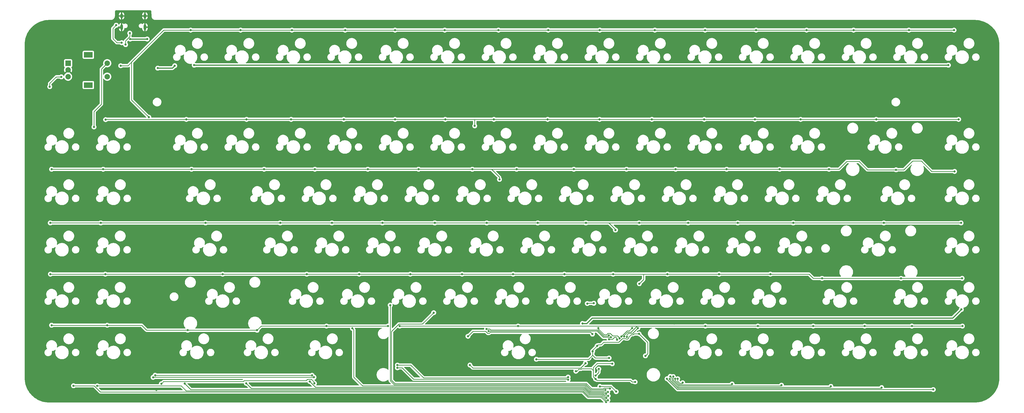
<source format=gbr>
%TF.GenerationSoftware,KiCad,Pcbnew,(6.0.11)*%
%TF.CreationDate,2023-03-01T00:12:33+07:00*%
%TF.ProjectId,Extero75,45787465-726f-4373-952e-6b696361645f,rev?*%
%TF.SameCoordinates,PX23b22f0PYc57ca40*%
%TF.FileFunction,Copper,L1,Top*%
%TF.FilePolarity,Positive*%
%FSLAX46Y46*%
G04 Gerber Fmt 4.6, Leading zero omitted, Abs format (unit mm)*
G04 Created by KiCad (PCBNEW (6.0.11)) date 2023-03-01 00:12:33*
%MOMM*%
%LPD*%
G01*
G04 APERTURE LIST*
%TA.AperFunction,ComponentPad*%
%ADD10R,2.000000X2.000000*%
%TD*%
%TA.AperFunction,ComponentPad*%
%ADD11C,2.000000*%
%TD*%
%TA.AperFunction,ComponentPad*%
%ADD12R,3.200000X2.000000*%
%TD*%
%TA.AperFunction,ComponentPad*%
%ADD13O,1.000000X1.800000*%
%TD*%
%TA.AperFunction,ComponentPad*%
%ADD14O,1.000000X2.100000*%
%TD*%
%TA.AperFunction,ViaPad*%
%ADD15C,0.800000*%
%TD*%
%TA.AperFunction,Conductor*%
%ADD16C,0.250000*%
%TD*%
%TA.AperFunction,Conductor*%
%ADD17C,0.381000*%
%TD*%
G04 APERTURE END LIST*
D10*
%TO.P,SW3,A,A*%
%TO.N,ROTA*%
X16565000Y126310000D03*
D11*
%TO.P,SW3,B,B*%
%TO.N,ROTB*%
X16565000Y121310000D03*
%TO.P,SW3,C,C*%
%TO.N,GND*%
X16565000Y123810000D03*
D12*
%TO.P,SW3,MP*%
%TO.N,N/C*%
X24065000Y129410000D03*
X24065000Y118210000D03*
D11*
%TO.P,SW3,S1,S1*%
%TO.N,Net-(D6-Pad2)*%
X31065000Y121310000D03*
%TO.P,SW3,S2,S2*%
%TO.N,COL1*%
X31065000Y126310000D03*
%TD*%
D13*
%TO.P,J1,S1,SHIELD*%
%TO.N,GND*%
X45010000Y143855000D03*
D14*
X45010000Y139675000D03*
X36370000Y139675000D03*
D13*
X36370000Y143855000D03*
%TD*%
D15*
%TO.N,GND*%
X93390000Y7310000D03*
X219525000Y29835000D03*
X202760000Y11650000D03*
X20935000Y90385000D03*
X120595000Y52515000D03*
X101785000Y52385000D03*
X139675000Y52385000D03*
X228070000Y21350000D03*
X254025000Y52585000D03*
X20505000Y52245000D03*
X268075000Y71395000D03*
X192495000Y71735000D03*
X263825000Y33345000D03*
X125425000Y123785000D03*
X212055000Y71255000D03*
X20565000Y14155000D03*
X215995000Y52445000D03*
X120540000Y19160000D03*
X354965000Y20805000D03*
X22710000Y17600000D03*
X187565000Y33215000D03*
X144755000Y123835000D03*
X210500000Y7360000D03*
X258755000Y90295000D03*
X139535000Y9845000D03*
X138195000Y18665000D03*
X258645000Y123835000D03*
X248525000Y71125000D03*
X353655000Y88165000D03*
X91185000Y33435000D03*
X235345000Y52725000D03*
X213580000Y20660000D03*
X164180000Y19130000D03*
X277845000Y123835000D03*
X168165000Y32865000D03*
X202395000Y90115000D03*
X78285000Y52315000D03*
X211530000Y22350000D03*
X220625000Y123785000D03*
X97435000Y71735000D03*
X67655000Y90725000D03*
X40035000Y71555000D03*
X143870000Y11760000D03*
X116515000Y71465000D03*
X210750000Y16780000D03*
X297575000Y124055000D03*
X174250000Y14740000D03*
X182505000Y123875000D03*
X306035000Y71595000D03*
X229550000Y10600000D03*
X171210000Y18830000D03*
X192045000Y10695000D03*
X198005000Y24595000D03*
X244735000Y33215000D03*
X154545000Y71535000D03*
X150895000Y12415000D03*
X201745000Y123745000D03*
X144775000Y90425000D03*
X354475000Y35245000D03*
X120335000Y9345000D03*
X273235000Y52445000D03*
X125745000Y8655000D03*
X220595000Y90205000D03*
X230115000Y71325000D03*
X68315000Y123935000D03*
X177625000Y52445000D03*
X49300000Y5140000D03*
X74555000Y29975000D03*
X39585000Y33165000D03*
X212250000Y12400000D03*
X278085000Y90425000D03*
X95665000Y14155000D03*
X239585000Y123785000D03*
X125375000Y90585000D03*
X169040000Y11030000D03*
X99110000Y18260000D03*
X310465000Y33345000D03*
X34710000Y138450000D03*
X167110000Y18820000D03*
X344935000Y113125000D03*
X354425000Y54395000D03*
X135805000Y71665000D03*
X47150000Y139200000D03*
X74410000Y17980000D03*
X73605000Y71255000D03*
X286295000Y33145000D03*
X163785000Y90385000D03*
X40565000Y90585000D03*
X20895000Y71575000D03*
X196935000Y14375000D03*
X70275000Y13885000D03*
X116855000Y14285000D03*
X106295000Y90515000D03*
X316205000Y124025000D03*
X40265000Y52385000D03*
X158485000Y52385000D03*
X173895000Y71255000D03*
X192245000Y24665000D03*
X225725000Y33005000D03*
X134475000Y18645000D03*
X42190000Y18120000D03*
X13850000Y123500000D03*
X75070000Y7180000D03*
X299855000Y52445000D03*
X302485000Y90555000D03*
X206520000Y2040000D03*
X287295000Y71325000D03*
X183065000Y90385000D03*
X86875000Y90785000D03*
X240465000Y90335000D03*
X163805000Y123695000D03*
X241025000Y29785000D03*
X111445000Y33275000D03*
X196915000Y52315000D03*
X106585000Y123785000D03*
X87485000Y123605000D03*
X20635000Y33235000D03*
X39785000Y13745000D03*
X207630000Y18240000D03*
%TO.N,+5V*%
X56065000Y125385000D03*
X207050000Y29800000D03*
X342565000Y125585000D03*
X39565000Y135285000D03*
X49765000Y124485000D03*
X63265000Y125585000D03*
X45865000Y135285000D03*
X347365000Y34985000D03*
%TO.N,ROTA*%
X138525000Y14365000D03*
X48819185Y10579500D03*
X201740000Y9920000D03*
X106920000Y10579500D03*
%TO.N,ROTB*%
X138514696Y13365551D03*
X211935000Y10465000D03*
X9765000Y117605000D03*
X107645000Y9855000D03*
X48045000Y9815000D03*
X213102609Y12921596D03*
X14085000Y121245000D03*
X201746095Y8920516D03*
%TO.N,+3.3V*%
X204620000Y12090000D03*
X218070000Y14840000D03*
X189990000Y16510000D03*
X210840000Y19480000D03*
X212490000Y21490000D03*
X230380000Y17790000D03*
X216910000Y16990000D03*
X211925000Y9195000D03*
X228010000Y25960000D03*
X226555000Y8125000D03*
%TO.N,ROW1*%
X174265000Y105485000D03*
X217565000Y24685000D03*
X252165000Y105485000D03*
X213365000Y105485000D03*
X346365000Y105485000D03*
X232765000Y105485000D03*
X287865000Y105485000D03*
X99165000Y105485000D03*
X270965000Y105485000D03*
X118665000Y105485000D03*
X172265000Y26985000D03*
X82665000Y105485000D03*
X156265000Y105485000D03*
X60365000Y105485000D03*
X315865000Y105485000D03*
X194165000Y105485000D03*
X137665000Y105485000D03*
X167165000Y103085000D03*
X30465000Y105385000D03*
%TO.N,ROW2*%
X10465000Y86985000D03*
X344865000Y86185000D03*
X323195000Y86785000D03*
X203865000Y86985000D03*
X260465000Y86985000D03*
X298365000Y86985000D03*
X280065000Y86985000D03*
X127565000Y86985000D03*
X223365000Y86985000D03*
X176322302Y83235000D03*
X171540500Y27727924D03*
X89165000Y86985000D03*
X182665000Y86985000D03*
X216822076Y25409500D03*
X166265000Y86985000D03*
X107965000Y86985000D03*
X241565000Y86985000D03*
X29565000Y86985000D03*
X146365000Y86985000D03*
X62265000Y86985000D03*
%TO.N,ROW3*%
X28665000Y67085000D03*
X246165000Y67085000D03*
X208315000Y67085000D03*
X220765000Y24235000D03*
X95115000Y67085000D03*
X190515000Y67085000D03*
X285115000Y67085000D03*
X228065000Y67085000D03*
X212965000Y28110500D03*
X219277701Y64447701D03*
X9965000Y67085000D03*
X114265000Y67085000D03*
X171615000Y67085000D03*
X132965000Y67085000D03*
X67465000Y67085000D03*
X318665000Y67085000D03*
X347265000Y67085000D03*
X152365000Y67085000D03*
X264565000Y67085000D03*
%TO.N,ROW4*%
X162465000Y48085000D03*
X181365000Y48085000D03*
X124365000Y48085000D03*
X257665000Y48085000D03*
X325041099Y46511099D03*
X30365000Y48085000D03*
X238515000Y48085000D03*
X73815000Y48085000D03*
X200365000Y48085000D03*
X276665000Y48085000D03*
X228115000Y44535000D03*
X225465000Y28110500D03*
X218415000Y48085000D03*
X347665000Y46535000D03*
X10015000Y48085000D03*
X295791099Y46511099D03*
X221515000Y24985000D03*
X143315000Y48085000D03*
X104965000Y48085000D03*
%TO.N,ROW5*%
X272015000Y28835000D03*
X329065000Y28835000D03*
X292515000Y28835000D03*
X222512134Y24916232D03*
X311565000Y28835000D03*
X86545633Y27285000D03*
X112265000Y28835000D03*
X60865000Y27285000D03*
X139365000Y28835000D03*
X347765000Y28835000D03*
X183215000Y28835000D03*
X31065000Y29135000D03*
X10465000Y29135000D03*
X135065000Y28835000D03*
X252565000Y28835000D03*
%TO.N,ROW0*%
X219543227Y4509500D03*
X271365000Y138585000D03*
X107790049Y7584549D03*
X252465000Y138585000D03*
X51111278Y7431278D03*
X327965000Y138585000D03*
X344665000Y138585000D03*
X213505093Y6434907D03*
X307465000Y138585000D03*
X175965000Y138585000D03*
X36065000Y125385000D03*
X46461278Y106281278D03*
X119165000Y138585000D03*
X99465000Y138585000D03*
X80465000Y138585000D03*
X61965000Y138585000D03*
X156065000Y138585000D03*
X194365000Y138585000D03*
X233865000Y138585000D03*
X290065000Y138585000D03*
X137665000Y138585000D03*
X213465000Y138585000D03*
%TO.N,Net-(J1-PadA5)*%
X37880000Y133205500D03*
X39420000Y137460000D03*
%TO.N,Net-(J1-PadB5)*%
X36440000Y133930000D03*
X34390000Y140400000D03*
%TO.N,COL0*%
X215765000Y635000D03*
X18565000Y6685000D03*
%TO.N,COL1*%
X216471755Y1359500D03*
X26165000Y102685000D03*
X27365000Y6659500D03*
%TO.N,COL2*%
X215885911Y2175084D03*
X59765000Y7509500D03*
%TO.N,COL3*%
X82565000Y7585000D03*
X216565000Y2935000D03*
%TO.N,COL4*%
X106065000Y8285000D03*
X215765398Y3659500D03*
%TO.N,COL5*%
X216454082Y4384500D03*
X121865000Y27985000D03*
%TO.N,COL6*%
X215515000Y5109000D03*
X135865000Y36585000D03*
%TO.N,COL7*%
X151965000Y33785000D03*
X217205193Y5676664D03*
%TO.N,COL10*%
X211265000Y37285000D03*
X208865000Y37185000D03*
%TO.N,COL11*%
X223500010Y24764226D03*
X227577299Y28072701D03*
%TO.N,COL12*%
X244165000Y7809500D03*
X242343597Y9285000D03*
%TO.N,COL13*%
X241344094Y9285000D03*
X262465000Y7359500D03*
%TO.N,COL14*%
X280765000Y6909500D03*
X240677300Y10097300D03*
%TO.N,COL15*%
X239580529Y10165251D03*
X299065000Y6459500D03*
%TO.N,COL16*%
X317865000Y6009500D03*
X239390648Y9183951D03*
%TO.N,COL17*%
X238365000Y9285000D03*
X336965000Y5285000D03*
%TO.N,/BOOT*%
X165380000Y14370000D03*
X208165000Y15060500D03*
%TO.N,/RST*%
X210760000Y25860000D03*
X164670000Y25050000D03*
X219839232Y23791101D03*
X216927489Y23915205D03*
%TD*%
D16*
%TO.N,GND*%
X45010000Y143855000D02*
X45010000Y139675000D01*
X36370000Y143855000D02*
X36370000Y139675000D01*
X45010000Y139675000D02*
X46675000Y139675000D01*
X36370000Y139675000D02*
X35935000Y139675000D01*
X46675000Y139675000D02*
X47150000Y139200000D01*
X35935000Y139675000D02*
X34710000Y138450000D01*
D17*
%TO.N,+5V*%
X207050000Y29800000D02*
X208650000Y29800000D01*
X55165000Y124485000D02*
X49765000Y124485000D01*
X344180000Y31800000D02*
X347365000Y34985000D01*
X56065000Y125385000D02*
X55165000Y124485000D01*
X210650000Y31800000D02*
X344180000Y31800000D01*
X39565000Y135285000D02*
X45865000Y135285000D01*
X63265000Y125585000D02*
X342565000Y125585000D01*
X208650000Y29800000D02*
X210650000Y31800000D01*
D16*
%TO.N,ROTA*%
X148205000Y9585000D02*
X143425000Y14365000D01*
X201405000Y9585000D02*
X148205000Y9585000D01*
X143425000Y14365000D02*
X138525000Y14365000D01*
X201740000Y9920000D02*
X201405000Y9585000D01*
X106920000Y10579500D02*
X48819185Y10579500D01*
%TO.N,ROTB*%
X140304449Y13365551D02*
X138514696Y13365551D01*
X201746095Y8920516D02*
X201531611Y9135000D01*
X48085000Y9855000D02*
X48045000Y9815000D01*
X213102609Y12921596D02*
X213102609Y11632609D01*
X9765000Y117605000D02*
X9765000Y118825000D01*
X144535000Y9135000D02*
X140304449Y13365551D01*
X201531611Y9135000D02*
X144535000Y9135000D01*
X213102609Y11632609D02*
X211935000Y10465000D01*
X12185000Y121245000D02*
X14085000Y121245000D01*
X107645000Y9855000D02*
X48085000Y9855000D01*
X9765000Y118825000D02*
X12185000Y121245000D01*
%TO.N,+3.3V*%
X231180000Y18590000D02*
X230380000Y17790000D01*
X225116802Y25666802D02*
X225807796Y25666802D01*
X221821232Y24191232D02*
X223047699Y24191232D01*
X210450000Y12980000D02*
X211080000Y12350000D01*
X220500000Y22870000D02*
X221821232Y24191232D01*
X210840000Y17980000D02*
X210840000Y19480000D01*
X212870000Y21870000D02*
X212490000Y21490000D01*
X212490000Y21490000D02*
X210840000Y19840000D01*
X210840000Y19840000D02*
X210840000Y19480000D01*
X205680000Y12830000D02*
X206570896Y12830000D01*
X224225010Y24775010D02*
X225116802Y25666802D01*
X223800315Y24039226D02*
X224225010Y24463921D01*
X204940000Y12090000D02*
X205680000Y12830000D01*
X228010000Y25960000D02*
X231180000Y22790000D01*
X217990000Y14920000D02*
X218070000Y14840000D01*
X223047699Y24191232D02*
X223199705Y24039226D01*
X225807796Y25666802D02*
X226100994Y25960000D01*
X211080000Y10040000D02*
X211925000Y9195000D01*
X224840000Y8730000D02*
X212390000Y8730000D01*
X226100994Y25960000D02*
X228010000Y25960000D01*
X211080000Y13460000D02*
X212540000Y14920000D01*
X213940000Y21870000D02*
X212870000Y21870000D01*
X226555000Y8125000D02*
X225445000Y8125000D01*
X189990000Y16510000D02*
X209370000Y16510000D01*
X231180000Y22790000D02*
X231180000Y18590000D01*
X206570896Y12830000D02*
X206720896Y12980000D01*
X225445000Y8125000D02*
X224840000Y8730000D01*
X216910000Y16990000D02*
X211830000Y16990000D01*
X212540000Y14920000D02*
X217990000Y14920000D01*
X214940000Y22870000D02*
X220500000Y22870000D01*
X211080000Y13460000D02*
X211080000Y10740000D01*
X211830000Y16990000D02*
X210840000Y17980000D01*
X210840000Y17980000D02*
X209370000Y16510000D01*
X206720896Y12980000D02*
X210450000Y12980000D01*
X223199705Y24039226D02*
X223800315Y24039226D01*
X204620000Y12090000D02*
X204940000Y12090000D01*
X213940000Y21870000D02*
X214940000Y22870000D01*
X212390000Y8730000D02*
X211925000Y9195000D01*
X224225010Y24463921D02*
X224225010Y24775010D01*
X211080000Y12350000D02*
X211080000Y10740000D01*
X211080000Y10740000D02*
X211080000Y10040000D01*
%TO.N,ROW1*%
X315865000Y105485000D02*
X287865000Y105485000D01*
X212465000Y26985000D02*
X214765000Y24685000D01*
X252165000Y105485000D02*
X232765000Y105485000D01*
X137665000Y105485000D02*
X118665000Y105485000D01*
X167165000Y105485000D02*
X167165000Y103085000D01*
X270965000Y105485000D02*
X252165000Y105485000D01*
X232765000Y105485000D02*
X213365000Y105485000D01*
X174265000Y105485000D02*
X167165000Y105485000D01*
X82665000Y105485000D02*
X60365000Y105485000D01*
X167165000Y105485000D02*
X156265000Y105485000D01*
X346365000Y105485000D02*
X315865000Y105485000D01*
X156265000Y105485000D02*
X137665000Y105485000D01*
X99165000Y105485000D02*
X82665000Y105485000D01*
X30565000Y105485000D02*
X30465000Y105385000D01*
X287865000Y105485000D02*
X270965000Y105485000D01*
X214765000Y24685000D02*
X217565000Y24685000D01*
X60365000Y105485000D02*
X30565000Y105485000D01*
X213365000Y105485000D02*
X194165000Y105485000D01*
X194165000Y105485000D02*
X174265000Y105485000D01*
X172265000Y26985000D02*
X212465000Y26985000D01*
X118665000Y105485000D02*
X99165000Y105485000D01*
%TO.N,ROW2*%
X216547576Y25135000D02*
X216822076Y25409500D01*
X312575000Y86785000D02*
X309510000Y89850000D01*
X166265000Y86985000D02*
X146365000Y86985000D01*
X146365000Y86985000D02*
X127565000Y86985000D01*
X107965000Y86985000D02*
X89165000Y86985000D01*
X173365000Y86985000D02*
X166265000Y86985000D01*
X304930000Y89850000D02*
X302065000Y86985000D01*
X323195000Y86785000D02*
X312575000Y86785000D01*
X62265000Y86985000D02*
X29565000Y86985000D01*
X171558424Y27710000D02*
X172740000Y27710000D01*
X302065000Y86985000D02*
X298365000Y86985000D01*
X10465000Y86985000D02*
X29565000Y86985000D01*
X298365000Y86985000D02*
X280065000Y86985000D01*
X176322302Y84027698D02*
X176322302Y83235000D01*
X127565000Y86985000D02*
X107965000Y86985000D01*
X173015000Y27435000D02*
X212665000Y27435000D01*
X336395000Y86185000D02*
X332560000Y90020000D01*
X326075000Y86785000D02*
X323195000Y86785000D01*
X280065000Y86985000D02*
X260465000Y86985000D01*
X241565000Y86985000D02*
X223365000Y86985000D01*
X214965000Y25135000D02*
X216547576Y25135000D01*
X203865000Y86985000D02*
X182665000Y86985000D01*
X223365000Y86985000D02*
X203865000Y86985000D01*
X344865000Y86185000D02*
X336395000Y86185000D01*
X172740000Y27710000D02*
X173015000Y27435000D01*
X212665000Y27435000D02*
X214965000Y25135000D01*
X182665000Y86985000D02*
X173365000Y86985000D01*
X329310000Y90020000D02*
X326075000Y86785000D01*
X171540500Y27727924D02*
X171558424Y27710000D01*
X260465000Y86985000D02*
X241565000Y86985000D01*
X173365000Y86985000D02*
X176322302Y84027698D01*
X309510000Y89850000D02*
X304930000Y89850000D01*
X89165000Y86985000D02*
X62265000Y86985000D01*
X332560000Y90020000D02*
X329310000Y90020000D01*
%TO.N,ROW3*%
X217315000Y26135000D02*
X218265000Y25185000D01*
X67465000Y67085000D02*
X28665000Y67085000D01*
X219277701Y64672299D02*
X219277701Y64447701D01*
X216865000Y67085000D02*
X219277701Y64672299D01*
X217265000Y26135000D02*
X217315000Y26135000D01*
X28665000Y67085000D02*
X9965000Y67085000D01*
X190515000Y67085000D02*
X171615000Y67085000D01*
X114265000Y67085000D02*
X95115000Y67085000D01*
X208315000Y67085000D02*
X190515000Y67085000D01*
X220065000Y25185000D02*
X220765000Y24485000D01*
X152365000Y67085000D02*
X132965000Y67085000D01*
X212965000Y27771396D02*
X215133198Y25603198D01*
X246165000Y67085000D02*
X228065000Y67085000D01*
X95115000Y67085000D02*
X67465000Y67085000D01*
X285115000Y67085000D02*
X264565000Y67085000D01*
X216865000Y67085000D02*
X208315000Y67085000D01*
X171615000Y67085000D02*
X152365000Y67085000D01*
X318665000Y67085000D02*
X285115000Y67085000D01*
X228065000Y67085000D02*
X216865000Y67085000D01*
X215990469Y25603198D02*
X216522271Y26135000D01*
X216522271Y26135000D02*
X217265000Y26135000D01*
X132965000Y67085000D02*
X114265000Y67085000D01*
X264565000Y67085000D02*
X246165000Y67085000D01*
X347265000Y67085000D02*
X318665000Y67085000D01*
X220765000Y24485000D02*
X220765000Y24235000D01*
X212965000Y28110500D02*
X212965000Y27771396D01*
X218265000Y25185000D02*
X220065000Y25185000D01*
X215133198Y25603198D02*
X215990469Y25603198D01*
%TO.N,ROW4*%
X30365000Y48085000D02*
X10015000Y48085000D01*
X347641099Y46511099D02*
X325041099Y46511099D01*
X200365000Y48085000D02*
X181365000Y48085000D01*
X325041099Y46511099D02*
X295791099Y46511099D01*
X73815000Y48085000D02*
X30365000Y48085000D01*
X276665000Y48085000D02*
X257665000Y48085000D01*
X218415000Y48085000D02*
X200365000Y48085000D01*
X143315000Y48085000D02*
X124365000Y48085000D01*
X223565000Y27035000D02*
X224389500Y27035000D01*
X290965000Y48085000D02*
X292538901Y46511099D01*
X295791099Y46511099D02*
X292538901Y46511099D01*
X257665000Y48085000D02*
X238515000Y48085000D01*
X229715000Y48085000D02*
X218415000Y48085000D01*
X221515000Y24985000D02*
X223565000Y27035000D01*
X104965000Y48085000D02*
X73815000Y48085000D01*
X276665000Y48085000D02*
X290965000Y48085000D01*
X124365000Y48085000D02*
X104965000Y48085000D01*
X181365000Y48085000D02*
X162465000Y48085000D01*
X238515000Y48085000D02*
X229715000Y48085000D01*
X162465000Y48085000D02*
X143315000Y48085000D01*
X229715000Y48085000D02*
X229715000Y46135000D01*
X229715000Y46135000D02*
X228115000Y44535000D01*
X347665000Y46535000D02*
X347641099Y46511099D01*
X224389500Y27035000D02*
X225465000Y28110500D01*
%TO.N,ROW5*%
X329065000Y28835000D02*
X311565000Y28835000D01*
X60865000Y27285000D02*
X86545633Y27285000D01*
X43815000Y29135000D02*
X45665000Y27285000D01*
X252565000Y28835000D02*
X228015000Y28835000D01*
X88095633Y28835000D02*
X86545633Y27285000D01*
X139365000Y28835000D02*
X183215000Y28835000D01*
X135065000Y28835000D02*
X112265000Y28835000D01*
X292515000Y28835000D02*
X272015000Y28835000D01*
X228015000Y28835000D02*
X183215000Y28835000D01*
X225046802Y26566802D02*
X227315000Y28835000D01*
X112265000Y28835000D02*
X88095633Y28835000D01*
X43815000Y29135000D02*
X31065000Y29135000D01*
X222512134Y25345738D02*
X222512134Y24916232D01*
X347765000Y28835000D02*
X329065000Y28835000D01*
X272015000Y28835000D02*
X252565000Y28835000D01*
X311565000Y28835000D02*
X292515000Y28835000D01*
X223733198Y26566802D02*
X222512134Y25345738D01*
X225046802Y26566802D02*
X223733198Y26566802D01*
X60865000Y27285000D02*
X45665000Y27285000D01*
X228015000Y28835000D02*
X227315000Y28835000D01*
X31065000Y29135000D02*
X10465000Y29135000D01*
%TO.N,ROW0*%
X40065000Y126685000D02*
X38765000Y125385000D01*
X51914500Y8234500D02*
X81414500Y8234500D01*
X38765000Y125385000D02*
X36065000Y125385000D01*
X213505093Y6434907D02*
X217615093Y6434907D01*
X99465000Y138585000D02*
X80465000Y138585000D01*
X81414500Y8234500D02*
X81765000Y8585000D01*
X344665000Y138585000D02*
X327965000Y138585000D01*
X51111278Y7431278D02*
X51914500Y8234500D01*
X105239695Y9085000D02*
X106665000Y9085000D01*
X40065000Y126685000D02*
X51965000Y138585000D01*
X194365000Y138585000D02*
X175965000Y138585000D01*
X40065000Y112677556D02*
X46461278Y106281278D01*
X119165000Y138585000D02*
X99465000Y138585000D01*
X271365000Y138585000D02*
X252465000Y138585000D01*
X80465000Y138585000D02*
X61965000Y138585000D01*
X219540500Y4509500D02*
X219543227Y4509500D01*
X252465000Y138585000D02*
X233865000Y138585000D01*
X40065000Y126685000D02*
X40065000Y112677556D01*
X327965000Y138585000D02*
X307465000Y138585000D01*
X106665000Y9085000D02*
X107790049Y7959951D01*
X217615093Y6434907D02*
X219540500Y4509500D01*
X51965000Y138585000D02*
X61965000Y138585000D01*
X213465000Y138585000D02*
X194365000Y138585000D01*
X104739695Y8585000D02*
X105239695Y9085000D01*
X307465000Y138585000D02*
X290065000Y138585000D01*
X233865000Y138585000D02*
X213465000Y138585000D01*
X290065000Y138585000D02*
X271365000Y138585000D01*
X81765000Y8585000D02*
X104739695Y8585000D01*
X156065000Y138585000D02*
X175965000Y138585000D01*
X137665000Y138585000D02*
X119165000Y138585000D01*
X107790049Y7959951D02*
X107790049Y7584549D01*
X156065000Y138585000D02*
X137665000Y138585000D01*
%TO.N,Net-(J1-PadA5)*%
X39420000Y137460000D02*
X39420000Y136165305D01*
X39420000Y136165305D02*
X37880000Y134625305D01*
X37880000Y134625305D02*
X37880000Y133205500D01*
%TO.N,Net-(J1-PadB5)*%
X34340000Y140400000D02*
X34390000Y140400000D01*
X33140000Y139200000D02*
X34340000Y140400000D01*
X33140000Y135410000D02*
X33140000Y139200000D01*
X34620000Y133930000D02*
X33140000Y135410000D01*
X36440000Y133930000D02*
X34620000Y133930000D01*
%TO.N,COL0*%
X26265000Y6685000D02*
X28560000Y4390000D01*
X207170000Y4390000D02*
X209140000Y2420000D01*
X213980000Y2420000D02*
X215765000Y635000D01*
X209140000Y2420000D02*
X213980000Y2420000D01*
X18565000Y6685000D02*
X26265000Y6685000D01*
X28560000Y4390000D02*
X207170000Y4390000D01*
%TO.N,COL1*%
X214166396Y2870000D02*
X215676896Y1359500D01*
X26165000Y108385000D02*
X28915000Y111135000D01*
X27365000Y6659500D02*
X58490500Y6659500D01*
X26165000Y102685000D02*
X26165000Y108385000D01*
X28915000Y111135000D02*
X28915000Y124160000D01*
X60310000Y4840000D02*
X207356396Y4840000D01*
X58490500Y6659500D02*
X60310000Y4840000D01*
X207356396Y4840000D02*
X209326396Y2870000D01*
X28915000Y124160000D02*
X31065000Y126310000D01*
X215676896Y1359500D02*
X216471755Y1359500D01*
X209326396Y2870000D02*
X214166396Y2870000D01*
%TO.N,COL2*%
X59765000Y7509500D02*
X61984500Y5290000D01*
X61984500Y5290000D02*
X207542792Y5290000D01*
X209512792Y3320000D02*
X214352792Y3320000D01*
X215497708Y2175084D02*
X215885911Y2175084D01*
X207542792Y5290000D02*
X209512792Y3320000D01*
X214352792Y3320000D02*
X215497708Y2175084D01*
%TO.N,COL3*%
X209699188Y3770000D02*
X214539188Y3770000D01*
X207729188Y5740000D02*
X209699188Y3770000D01*
X82565000Y7585000D02*
X84410000Y5740000D01*
X84410000Y5740000D02*
X207729188Y5740000D01*
X215374188Y2935000D02*
X216565000Y2935000D01*
X214539188Y3770000D02*
X215374188Y2935000D01*
%TO.N,COL4*%
X106065000Y8285000D02*
X108160000Y6190000D01*
X108160000Y6190000D02*
X207915584Y6190000D01*
X209885584Y4220000D02*
X214725584Y4220000D01*
X207915584Y6190000D02*
X209885584Y4220000D01*
X215286084Y3659500D02*
X215765398Y3659500D01*
X214725584Y4220000D02*
X215286084Y3659500D01*
%TO.N,COL5*%
X122365000Y27485000D02*
X122365000Y9885000D01*
X122365000Y9885000D02*
X125610000Y6640000D01*
X125610000Y6640000D02*
X208101980Y6640000D01*
X210071980Y4670000D02*
X214911980Y4670000D01*
X121865000Y27985000D02*
X122365000Y27485000D01*
X208101980Y6640000D02*
X210071980Y4670000D01*
X215197480Y4384500D02*
X216454082Y4384500D01*
X214911980Y4670000D02*
X215197480Y4384500D01*
%TO.N,COL6*%
X137360000Y7090000D02*
X208288376Y7090000D01*
X215098376Y5120000D02*
X215109376Y5109000D01*
X215109376Y5109000D02*
X215515000Y5109000D01*
X135865000Y36585000D02*
X135865000Y8585000D01*
X208288376Y7090000D02*
X210258376Y5120000D01*
X210258376Y5120000D02*
X215098376Y5120000D01*
X135865000Y8585000D02*
X137360000Y7090000D01*
%TO.N,COL7*%
X214754772Y5570000D02*
X210444772Y5570000D01*
X217205193Y5676664D02*
X217046857Y5835000D01*
X136315000Y26835000D02*
X139065000Y29585000D01*
X208474772Y7540000D02*
X137546396Y7540000D01*
X210444772Y5570000D02*
X208474772Y7540000D01*
X217046857Y5835000D02*
X215019772Y5835000D01*
X147765000Y29585000D02*
X151965000Y33785000D01*
X136315000Y8771396D02*
X136315000Y26835000D01*
X215019772Y5835000D02*
X214754772Y5570000D01*
X137546396Y7540000D02*
X136315000Y8771396D01*
X139065000Y29585000D02*
X147765000Y29585000D01*
%TO.N,COL10*%
X208965000Y37285000D02*
X208865000Y37185000D01*
X211265000Y37285000D02*
X208965000Y37285000D01*
%TO.N,COL11*%
X224036802Y26116802D02*
X223500010Y25580010D01*
X227577299Y28072701D02*
X225621400Y26116802D01*
X223500010Y25580010D02*
X223500010Y24764226D01*
X225621400Y26116802D02*
X224036802Y26116802D01*
%TO.N,COL12*%
X244165000Y7809500D02*
X243890500Y7535000D01*
X243890500Y7535000D02*
X243196980Y7535000D01*
X242343597Y8388383D02*
X242343597Y9285000D01*
X242343597Y8388383D02*
X243196980Y7535000D01*
%TO.N,COL13*%
X262190500Y7085000D02*
X243065000Y7085000D01*
X243065000Y7085000D02*
X243010584Y7085000D01*
X262465000Y7359500D02*
X262190500Y7085000D01*
X241344094Y8751490D02*
X243010584Y7085000D01*
X241344094Y8751490D02*
X241344094Y9285000D01*
%TO.N,COL14*%
X240619594Y8839594D02*
X242824188Y6635000D01*
X240619594Y8839594D02*
X240619594Y10039594D01*
X280490500Y6635000D02*
X242824188Y6635000D01*
X280765000Y6909500D02*
X280490500Y6635000D01*
X240619594Y10039594D02*
X240677300Y10097300D01*
%TO.N,COL15*%
X242637792Y6185000D02*
X298790500Y6185000D01*
X240165000Y9585000D02*
X239584749Y10165251D01*
X299065000Y6459500D02*
X298790500Y6185000D01*
X240165000Y8657792D02*
X240165000Y9585000D01*
X239584749Y10165251D02*
X239580529Y10165251D01*
X240165000Y8657792D02*
X242637792Y6185000D01*
%TO.N,COL16*%
X317590500Y5735000D02*
X242565000Y5735000D01*
X239390648Y8795748D02*
X242451396Y5735000D01*
X239390648Y8795748D02*
X239390648Y9183951D01*
X317865000Y6009500D02*
X317590500Y5735000D01*
X242565000Y5735000D02*
X242451396Y5735000D01*
%TO.N,COL17*%
X238365000Y9185000D02*
X238365000Y9285000D01*
X336965000Y5285000D02*
X242265000Y5285000D01*
X238365000Y9185000D02*
X242265000Y5285000D01*
%TO.N,/BOOT*%
X165390000Y14370000D02*
X166480000Y13280000D01*
X165380000Y14370000D02*
X165390000Y14370000D01*
X166480000Y13280000D02*
X206384500Y13280000D01*
X206384500Y13280000D02*
X208165000Y15060500D01*
%TO.N,/RST*%
X218190000Y23960000D02*
X218915000Y24685000D01*
X172915000Y26535000D02*
X210085000Y26535000D01*
X219839232Y24210768D02*
X219839232Y23791101D01*
X216890000Y23960000D02*
X218190000Y23960000D01*
X210760000Y25860000D02*
X210085000Y26535000D01*
X166505000Y26885000D02*
X171215000Y26885000D01*
X171215000Y26885000D02*
X171965000Y26135000D01*
X172515000Y26135000D02*
X172915000Y26535000D01*
X218915000Y24685000D02*
X219365000Y24685000D01*
X219365000Y24685000D02*
X219839232Y24210768D01*
X164670000Y25050000D02*
X166505000Y26885000D01*
X171965000Y26135000D02*
X172515000Y26135000D01*
%TD*%
%TA.AperFunction,Conductor*%
%TO.N,GND*%
G36*
X42174685Y145948211D02*
G01*
X46903379Y145944433D01*
X46922658Y145942933D01*
X46932976Y145941327D01*
X46937751Y145940583D01*
X46937752Y145940583D01*
X46946621Y145939202D01*
X46955646Y145940382D01*
X46986081Y145940654D01*
X47048158Y145933660D01*
X47075664Y145927382D01*
X47152752Y145900408D01*
X47178168Y145888169D01*
X47247325Y145844714D01*
X47269380Y145827125D01*
X47327125Y145769380D01*
X47344714Y145747325D01*
X47388169Y145678168D01*
X47400408Y145652752D01*
X47427382Y145575664D01*
X47433661Y145548156D01*
X47439912Y145492675D01*
X47439245Y145477036D01*
X47440694Y145477018D01*
X47440584Y145468047D01*
X47439202Y145459173D01*
X47440366Y145450270D01*
X47440366Y145450263D01*
X47443814Y145423894D01*
X47444869Y145409024D01*
X47463534Y143803808D01*
X47463558Y143801731D01*
X47462379Y143783006D01*
X47459520Y143762334D01*
X47459519Y143762321D01*
X47458854Y143757510D01*
X47459068Y143744959D01*
X47461629Y143730172D01*
X47462816Y143721557D01*
X47481853Y143535988D01*
X47533452Y143332314D01*
X47535216Y143328072D01*
X47535216Y143328071D01*
X47602135Y143167118D01*
X47614114Y143138307D01*
X47722122Y142958086D01*
X47855184Y142795482D01*
X47858583Y142792384D01*
X47858584Y142792383D01*
X48007069Y142657049D01*
X48007075Y142657044D01*
X48010470Y142653950D01*
X48184683Y142536497D01*
X48374120Y142445619D01*
X48574756Y142383245D01*
X48652211Y142371102D01*
X48777791Y142351414D01*
X48777795Y142351414D01*
X48782328Y142350703D01*
X48951283Y142349079D01*
X48963070Y142348412D01*
X48975128Y142347161D01*
X48975141Y142347161D01*
X48979977Y142346659D01*
X48985304Y142346932D01*
X48987659Y142347052D01*
X48987664Y142347053D01*
X48992514Y142347301D01*
X48999929Y142348847D01*
X49025648Y142351500D01*
X352378133Y142351500D01*
X352397518Y142350000D01*
X352412351Y142347690D01*
X352412355Y142347690D01*
X352421224Y142346309D01*
X352430126Y142347473D01*
X352430128Y142347473D01*
X352439181Y142348657D01*
X352444337Y142349331D01*
X352464629Y142350333D01*
X352989693Y142333832D01*
X352997593Y142333335D01*
X353316376Y142303201D01*
X353553633Y142280774D01*
X353561468Y142279784D01*
X354113119Y142192412D01*
X354120886Y142190929D01*
X354665954Y142069091D01*
X354673621Y142067123D01*
X354930530Y141992484D01*
X355209962Y141911302D01*
X355217465Y141908864D01*
X355742985Y141719666D01*
X355750313Y141716764D01*
X356262918Y141494940D01*
X356270050Y141491584D01*
X356629373Y141308500D01*
X356767703Y141238017D01*
X356774639Y141234204D01*
X357255383Y140949893D01*
X357262066Y140945651D01*
X357723993Y140631726D01*
X357730384Y140627084D01*
X358171719Y140284749D01*
X358177798Y140279719D01*
X358568959Y139934865D01*
X358596754Y139910360D01*
X358602524Y139904941D01*
X358997441Y139510024D01*
X359002860Y139504254D01*
X359372219Y139085298D01*
X359377249Y139079219D01*
X359719584Y138637884D01*
X359724226Y138631493D01*
X360038151Y138169566D01*
X360042393Y138162883D01*
X360326704Y137682139D01*
X360330517Y137675203D01*
X360343395Y137649928D01*
X360584084Y137177550D01*
X360587440Y137170418D01*
X360809264Y136657813D01*
X360812166Y136650485D01*
X361001360Y136124978D01*
X361003802Y136117462D01*
X361047298Y135967749D01*
X361159623Y135581121D01*
X361161591Y135573454D01*
X361283429Y135028386D01*
X361284912Y135020619D01*
X361368764Y134491197D01*
X361372283Y134468977D01*
X361373274Y134461133D01*
X361381274Y134376500D01*
X361425835Y133905093D01*
X361426332Y133897193D01*
X361442595Y133379700D01*
X361441157Y133356358D01*
X361440190Y133350150D01*
X361440190Y133350145D01*
X361438809Y133341276D01*
X361439973Y133332374D01*
X361439973Y133332372D01*
X361442936Y133309717D01*
X361444000Y133293379D01*
X361444000Y9559367D01*
X361442500Y9539982D01*
X361440190Y9525149D01*
X361440190Y9525145D01*
X361438809Y9516276D01*
X361439973Y9507374D01*
X361439973Y9507372D01*
X361441831Y9493166D01*
X361442833Y9472871D01*
X361426332Y8947807D01*
X361425835Y8939907D01*
X361399035Y8656388D01*
X361373390Y8385088D01*
X361373275Y8383876D01*
X361372284Y8376032D01*
X361290162Y7857529D01*
X361284913Y7824389D01*
X361283429Y7816614D01*
X361161591Y7271546D01*
X361159623Y7263879D01*
X361085081Y7007303D01*
X361023907Y6796737D01*
X361003806Y6727550D01*
X361001364Y6720035D01*
X360812166Y6194515D01*
X360809264Y6187187D01*
X360587440Y5674582D01*
X360584084Y5667450D01*
X360456983Y5418000D01*
X360330517Y5169797D01*
X360326704Y5162861D01*
X360042393Y4682117D01*
X360038151Y4675434D01*
X359724226Y4213507D01*
X359719584Y4207116D01*
X359377249Y3765781D01*
X359372219Y3759702D01*
X359002860Y3340746D01*
X358997441Y3334976D01*
X358602524Y2940059D01*
X358596754Y2934640D01*
X358177798Y2565281D01*
X358171719Y2560251D01*
X357730384Y2217916D01*
X357723993Y2213274D01*
X357262066Y1899349D01*
X357255383Y1895107D01*
X356774639Y1610796D01*
X356767703Y1606983D01*
X356270050Y1353416D01*
X356262918Y1350060D01*
X355750313Y1128236D01*
X355742985Y1125334D01*
X355217465Y936136D01*
X355209962Y933698D01*
X354930530Y852516D01*
X354673621Y777877D01*
X354665954Y775909D01*
X354120886Y654071D01*
X354113119Y652588D01*
X353561468Y565216D01*
X353553633Y564226D01*
X353316376Y541799D01*
X352997593Y511665D01*
X352989693Y511168D01*
X352472200Y494905D01*
X352448858Y496343D01*
X352442650Y497310D01*
X352442645Y497310D01*
X352433776Y498691D01*
X352424874Y497527D01*
X352424872Y497527D01*
X352410666Y495669D01*
X352402214Y494564D01*
X352385879Y493500D01*
X217197512Y493500D01*
X217129391Y513502D01*
X217082898Y567158D01*
X217072794Y637432D01*
X217103876Y703810D01*
X217206376Y817648D01*
X217206377Y817649D01*
X217210795Y822556D01*
X217306282Y987944D01*
X217365297Y1169572D01*
X217373627Y1248822D01*
X217384569Y1352935D01*
X217385259Y1359500D01*
X217365297Y1549428D01*
X217306282Y1731056D01*
X217295579Y1749595D01*
X217255622Y1818801D01*
X217210795Y1896444D01*
X217094983Y2025067D01*
X217064267Y2089072D01*
X217073031Y2159526D01*
X217114558Y2211310D01*
X217176253Y2256134D01*
X217304040Y2398056D01*
X217399527Y2563444D01*
X217458542Y2745072D01*
X217462429Y2782049D01*
X217477814Y2928435D01*
X217478504Y2935000D01*
X217474936Y2968949D01*
X217459232Y3118365D01*
X217459232Y3118367D01*
X217458542Y3124928D01*
X217399527Y3306556D01*
X217304040Y3471944D01*
X217176253Y3613866D01*
X217170909Y3617749D01*
X217166002Y3622167D01*
X217167177Y3623472D01*
X217129104Y3672849D01*
X217123032Y3743585D01*
X217152883Y3802866D01*
X217193122Y3847556D01*
X217268592Y3978274D01*
X217285305Y4007221D01*
X217285306Y4007222D01*
X217288609Y4012944D01*
X217347624Y4194572D01*
X217367586Y4384500D01*
X217356090Y4493882D01*
X217348314Y4567865D01*
X217348314Y4567867D01*
X217347624Y4574428D01*
X217328952Y4631894D01*
X217326924Y4702861D01*
X217363587Y4763659D01*
X217422588Y4794076D01*
X217463370Y4802745D01*
X217481023Y4806497D01*
X217481026Y4806498D01*
X217487481Y4807870D01*
X217540234Y4831357D01*
X217655915Y4882861D01*
X217655917Y4882862D01*
X217661945Y4885546D01*
X217671857Y4892747D01*
X217717350Y4925800D01*
X217816446Y4997798D01*
X217888623Y5077958D01*
X217949068Y5115198D01*
X218020051Y5113846D01*
X218071353Y5082743D01*
X218596425Y4557671D01*
X218630451Y4495359D01*
X218632640Y4481746D01*
X218649685Y4319572D01*
X218708700Y4137944D01*
X218804187Y3972556D01*
X218808605Y3967649D01*
X218808606Y3967648D01*
X218859215Y3911441D01*
X218931974Y3830634D01*
X219016843Y3768973D01*
X219061541Y3736498D01*
X219086475Y3718382D01*
X219092503Y3715698D01*
X219092505Y3715697D01*
X219127665Y3700043D01*
X219260939Y3640706D01*
X219342018Y3623472D01*
X219441283Y3602372D01*
X219441288Y3602372D01*
X219447740Y3601000D01*
X219638714Y3601000D01*
X219645166Y3602372D01*
X219645171Y3602372D01*
X219744436Y3623472D01*
X219825515Y3640706D01*
X219958789Y3700043D01*
X219993949Y3715697D01*
X219993951Y3715698D01*
X219999979Y3718382D01*
X220024914Y3736498D01*
X220069611Y3768973D01*
X220154480Y3830634D01*
X220227239Y3911441D01*
X220277848Y3967648D01*
X220277849Y3967649D01*
X220282267Y3972556D01*
X220377754Y4137944D01*
X220436769Y4319572D01*
X220456731Y4509500D01*
X220446982Y4602255D01*
X220437459Y4692865D01*
X220437459Y4692867D01*
X220436769Y4699428D01*
X220377754Y4881056D01*
X220282267Y5046444D01*
X220269697Y5060405D01*
X220158902Y5183455D01*
X220158901Y5183456D01*
X220154480Y5188366D01*
X220021475Y5285000D01*
X220005321Y5296737D01*
X220005320Y5296738D01*
X219999979Y5300618D01*
X219993951Y5303302D01*
X219993949Y5303303D01*
X219831546Y5375609D01*
X219831545Y5375609D01*
X219825515Y5378294D01*
X219732115Y5398147D01*
X219645171Y5416628D01*
X219645166Y5416628D01*
X219638714Y5418000D01*
X219580094Y5418000D01*
X219511973Y5438002D01*
X219490999Y5454905D01*
X218807310Y6138595D01*
X218118745Y6827160D01*
X218111205Y6835446D01*
X218107093Y6841925D01*
X218057441Y6888551D01*
X218054600Y6891305D01*
X218034863Y6911042D01*
X218031666Y6913522D01*
X218022644Y6921227D01*
X217990414Y6951493D01*
X217983468Y6955312D01*
X217983465Y6955314D01*
X217972659Y6961255D01*
X217956140Y6972106D01*
X217955676Y6972466D01*
X217940134Y6984521D01*
X217932865Y6987666D01*
X217932861Y6987669D01*
X217899556Y7002081D01*
X217888906Y7007298D01*
X217850153Y7028602D01*
X217830530Y7033640D01*
X217811827Y7040044D01*
X217800513Y7044940D01*
X217800512Y7044940D01*
X217793238Y7048088D01*
X217785415Y7049327D01*
X217785405Y7049330D01*
X217749569Y7055006D01*
X217737949Y7057412D01*
X217702804Y7066435D01*
X217702803Y7066435D01*
X217695123Y7068407D01*
X217674869Y7068407D01*
X217655158Y7069958D01*
X217642979Y7071887D01*
X217635150Y7073127D01*
X217627258Y7072381D01*
X217591132Y7068966D01*
X217579274Y7068407D01*
X214213293Y7068407D01*
X214145172Y7088409D01*
X214125946Y7104750D01*
X214125673Y7104447D01*
X214120761Y7108870D01*
X214116346Y7113773D01*
X213973067Y7217872D01*
X213967187Y7222144D01*
X213967186Y7222145D01*
X213961845Y7226025D01*
X213955817Y7228709D01*
X213955815Y7228710D01*
X213793412Y7301016D01*
X213793411Y7301016D01*
X213787381Y7303701D01*
X213671681Y7328294D01*
X213607037Y7342035D01*
X213607032Y7342035D01*
X213600580Y7343407D01*
X213409606Y7343407D01*
X213403154Y7342035D01*
X213403149Y7342035D01*
X213338505Y7328294D01*
X213222805Y7303701D01*
X213216775Y7301016D01*
X213216774Y7301016D01*
X213054371Y7228710D01*
X213054369Y7228709D01*
X213048341Y7226025D01*
X213043000Y7222145D01*
X213042999Y7222144D01*
X213037119Y7217872D01*
X212893840Y7113773D01*
X212889419Y7108863D01*
X212889418Y7108862D01*
X212780296Y6987669D01*
X212766053Y6971851D01*
X212751166Y6946066D01*
X212677516Y6818500D01*
X212670566Y6806463D01*
X212611551Y6624835D01*
X212610861Y6618274D01*
X212610861Y6618272D01*
X212597253Y6488794D01*
X212591589Y6434907D01*
X212592279Y6428342D01*
X212601283Y6342670D01*
X212588511Y6272832D01*
X212540008Y6220985D01*
X212475973Y6203500D01*
X210759366Y6203500D01*
X210691245Y6223502D01*
X210670271Y6240405D01*
X209838790Y7071887D01*
X208978424Y7932253D01*
X208970884Y7940539D01*
X208966772Y7947018D01*
X208942890Y7969445D01*
X208924569Y7986649D01*
X208917120Y7993644D01*
X208914279Y7996398D01*
X208894542Y8016135D01*
X208891345Y8018615D01*
X208882323Y8026320D01*
X208855872Y8051159D01*
X208850093Y8056586D01*
X208843147Y8060405D01*
X208843144Y8060407D01*
X208832338Y8066348D01*
X208815819Y8077199D01*
X208811617Y8080458D01*
X208799813Y8089614D01*
X208792544Y8092759D01*
X208792540Y8092762D01*
X208759235Y8107174D01*
X208748585Y8112391D01*
X208709832Y8133695D01*
X208690209Y8138733D01*
X208671506Y8145137D01*
X208660192Y8150033D01*
X208660191Y8150033D01*
X208652917Y8153181D01*
X208645094Y8154420D01*
X208645084Y8154423D01*
X208609248Y8160099D01*
X208597628Y8162505D01*
X208562483Y8171528D01*
X208562482Y8171528D01*
X208554802Y8173500D01*
X208534548Y8173500D01*
X208514837Y8175051D01*
X208502658Y8176980D01*
X208494829Y8178220D01*
X208486937Y8177474D01*
X208450811Y8174059D01*
X208438953Y8173500D01*
X202578944Y8173500D01*
X202510823Y8193502D01*
X202464330Y8247158D01*
X202454226Y8317432D01*
X202477009Y8373562D01*
X202480716Y8378664D01*
X202485135Y8383572D01*
X202548823Y8493882D01*
X202577318Y8543237D01*
X202577319Y8543238D01*
X202580622Y8548960D01*
X202639637Y8730588D01*
X202642102Y8754035D01*
X202658909Y8913951D01*
X202659599Y8920516D01*
X202654850Y8965703D01*
X202640327Y9103881D01*
X202640327Y9103883D01*
X202639637Y9110444D01*
X202580622Y9292072D01*
X202539938Y9362538D01*
X202523201Y9431531D01*
X202539939Y9488536D01*
X202571223Y9542721D01*
X202571224Y9542722D01*
X202574527Y9548444D01*
X202633542Y9730072D01*
X202636734Y9760437D01*
X202652814Y9913435D01*
X202653504Y9920000D01*
X202650558Y9948030D01*
X202634232Y10103365D01*
X202634232Y10103367D01*
X202633542Y10109928D01*
X202574527Y10291556D01*
X202479040Y10456944D01*
X202473974Y10462571D01*
X202355675Y10593955D01*
X202355674Y10593956D01*
X202351253Y10598866D01*
X202212717Y10699519D01*
X202202094Y10707237D01*
X202202093Y10707238D01*
X202196752Y10711118D01*
X202190724Y10713802D01*
X202190722Y10713803D01*
X202028319Y10786109D01*
X202028318Y10786109D01*
X202022288Y10788794D01*
X201928888Y10808647D01*
X201841944Y10827128D01*
X201841939Y10827128D01*
X201835487Y10828500D01*
X201644513Y10828500D01*
X201638061Y10827128D01*
X201638056Y10827128D01*
X201551112Y10808647D01*
X201457712Y10788794D01*
X201451682Y10786109D01*
X201451681Y10786109D01*
X201289278Y10713803D01*
X201289276Y10713802D01*
X201283248Y10711118D01*
X201277907Y10707238D01*
X201277906Y10707237D01*
X201267283Y10699519D01*
X201128747Y10598866D01*
X201124326Y10593956D01*
X201124325Y10593955D01*
X201006027Y10462571D01*
X201000960Y10456944D01*
X200997659Y10451226D01*
X200914006Y10306335D01*
X200905473Y10291556D01*
X200905430Y10291423D01*
X200861006Y10239157D01*
X200791877Y10218500D01*
X148519594Y10218500D01*
X148451473Y10238502D01*
X148430499Y10255405D01*
X146190520Y12495385D01*
X143928652Y14757253D01*
X143921112Y14765539D01*
X143917000Y14772018D01*
X143867348Y14818644D01*
X143864507Y14821398D01*
X143844770Y14841135D01*
X143841573Y14843615D01*
X143832551Y14851320D01*
X143806100Y14876159D01*
X143800321Y14881586D01*
X143793375Y14885405D01*
X143793372Y14885407D01*
X143782566Y14891348D01*
X143766047Y14902199D01*
X143760048Y14906852D01*
X143750041Y14914614D01*
X143742772Y14917759D01*
X143742768Y14917762D01*
X143709463Y14932174D01*
X143698813Y14937391D01*
X143660060Y14958695D01*
X143640437Y14963733D01*
X143621734Y14970137D01*
X143610420Y14975033D01*
X143610419Y14975033D01*
X143603145Y14978181D01*
X143595322Y14979420D01*
X143595312Y14979423D01*
X143559476Y14985099D01*
X143547856Y14987505D01*
X143512711Y14996528D01*
X143512710Y14996528D01*
X143505030Y14998500D01*
X143484776Y14998500D01*
X143465065Y15000051D01*
X143452886Y15001980D01*
X143445057Y15003220D01*
X143437165Y15002474D01*
X143401039Y14999059D01*
X143389181Y14998500D01*
X139233200Y14998500D01*
X139165079Y15018502D01*
X139145853Y15034843D01*
X139145580Y15034540D01*
X139140668Y15038963D01*
X139136253Y15043866D01*
X138981752Y15156118D01*
X138975724Y15158802D01*
X138975722Y15158803D01*
X138813319Y15231109D01*
X138813318Y15231109D01*
X138807288Y15233794D01*
X138699496Y15256706D01*
X138626944Y15272128D01*
X138626939Y15272128D01*
X138620487Y15273500D01*
X138429513Y15273500D01*
X138423061Y15272128D01*
X138423056Y15272128D01*
X138350504Y15256706D01*
X138242712Y15233794D01*
X138236682Y15231109D01*
X138236681Y15231109D01*
X138074278Y15158803D01*
X138074276Y15158802D01*
X138068248Y15156118D01*
X137913747Y15043866D01*
X137909326Y15038956D01*
X137909325Y15038955D01*
X137800203Y14917762D01*
X137785960Y14901944D01*
X137690473Y14736556D01*
X137631458Y14554928D01*
X137611496Y14365000D01*
X137612186Y14358435D01*
X137630243Y14186635D01*
X137631458Y14175072D01*
X137690473Y13993444D01*
X137693776Y13987722D01*
X137693777Y13987721D01*
X137722946Y13937199D01*
X137739684Y13868204D01*
X137722946Y13811199D01*
X137691904Y13757432D01*
X137680169Y13737107D01*
X137621154Y13555479D01*
X137620464Y13548918D01*
X137620464Y13548916D01*
X137610965Y13458540D01*
X137601192Y13365551D01*
X137601882Y13358986D01*
X137618845Y13197596D01*
X137621154Y13175623D01*
X137680169Y12993995D01*
X137683472Y12988273D01*
X137683473Y12988272D01*
X137689862Y12977206D01*
X137775656Y12828607D01*
X137780074Y12823700D01*
X137780075Y12823699D01*
X137884607Y12707604D01*
X137903443Y12686685D01*
X138057944Y12574433D01*
X138063972Y12571749D01*
X138063974Y12571748D01*
X138219356Y12502568D01*
X138232408Y12496757D01*
X138325808Y12476904D01*
X138412752Y12458423D01*
X138412757Y12458423D01*
X138419209Y12457051D01*
X138610183Y12457051D01*
X138616635Y12458423D01*
X138616640Y12458423D01*
X138703584Y12476904D01*
X138796984Y12496757D01*
X138810036Y12502568D01*
X138965418Y12571748D01*
X138965420Y12571749D01*
X138971448Y12574433D01*
X139028871Y12616153D01*
X139118492Y12681267D01*
X139125949Y12686685D01*
X139130364Y12691588D01*
X139135276Y12696011D01*
X139136401Y12694762D01*
X139189710Y12727602D01*
X139222896Y12732051D01*
X139989855Y12732051D01*
X140057976Y12712049D01*
X140078950Y12695146D01*
X144031343Y8742753D01*
X144038887Y8734463D01*
X144043000Y8727982D01*
X144048777Y8722557D01*
X144092667Y8681342D01*
X144095509Y8678587D01*
X144115231Y8658865D01*
X144118355Y8656442D01*
X144118359Y8656438D01*
X144118424Y8656388D01*
X144127445Y8648683D01*
X144159679Y8618414D01*
X144166627Y8614595D01*
X144166629Y8614593D01*
X144177432Y8608654D01*
X144193959Y8597798D01*
X144203698Y8590243D01*
X144203700Y8590242D01*
X144209960Y8585386D01*
X144250540Y8567826D01*
X144261188Y8562609D01*
X144292957Y8545144D01*
X144299940Y8541305D01*
X144307616Y8539334D01*
X144307619Y8539333D01*
X144319562Y8536267D01*
X144338267Y8529863D01*
X144356855Y8521819D01*
X144364678Y8520580D01*
X144364688Y8520577D01*
X144400524Y8514901D01*
X144412144Y8512495D01*
X144447289Y8503472D01*
X144454970Y8501500D01*
X144475224Y8501500D01*
X144494934Y8499949D01*
X144514943Y8496780D01*
X144522835Y8497526D01*
X144558961Y8500941D01*
X144570819Y8501500D01*
X200866223Y8501500D01*
X200934344Y8481498D01*
X200975342Y8438500D01*
X201007055Y8383572D01*
X201011474Y8378664D01*
X201015181Y8373562D01*
X201039040Y8306694D01*
X201022961Y8237543D01*
X200972047Y8188062D01*
X200913246Y8173500D01*
X137860991Y8173500D01*
X137792870Y8193502D01*
X137771895Y8210405D01*
X136985404Y8996897D01*
X136951379Y9059209D01*
X136948500Y9085992D01*
X136948500Y19100407D01*
X176873039Y19100407D01*
X176881848Y18865784D01*
X176886084Y18845597D01*
X176907794Y18742129D01*
X176930062Y18635999D01*
X177016302Y18417623D01*
X177019071Y18413060D01*
X177128678Y18232434D01*
X177138104Y18216900D01*
X177291985Y18039568D01*
X177296117Y18036180D01*
X177469416Y17894083D01*
X177469422Y17894079D01*
X177473544Y17890699D01*
X177478180Y17888060D01*
X177478183Y17888058D01*
X177589408Y17824745D01*
X177677590Y17774549D01*
X177898289Y17694439D01*
X177903538Y17693490D01*
X177903541Y17693489D01*
X177984615Y17678829D01*
X178129330Y17652660D01*
X178133469Y17652465D01*
X178133476Y17652464D01*
X178152440Y17651570D01*
X178152449Y17651570D01*
X178153929Y17651500D01*
X178318950Y17651500D01*
X178413703Y17659540D01*
X178488637Y17665898D01*
X178488641Y17665899D01*
X178493948Y17666349D01*
X178499103Y17667687D01*
X178499109Y17667688D01*
X178716035Y17723991D01*
X178716034Y17723991D01*
X178721206Y17725333D01*
X178726072Y17727525D01*
X178726075Y17727526D01*
X178930417Y17819576D01*
X178930420Y17819577D01*
X178935278Y17821766D01*
X179130041Y17952888D01*
X179151507Y17973365D01*
X179225138Y18043606D01*
X179299927Y18114951D01*
X179440078Y18303321D01*
X179449182Y18321226D01*
X179544069Y18507856D01*
X179544069Y18507857D01*
X179546487Y18512612D01*
X179616111Y18736840D01*
X179633202Y18865784D01*
X179646261Y18964310D01*
X179646261Y18964313D01*
X179646961Y18969593D01*
X179638152Y19204216D01*
X179620138Y19290072D01*
X179592373Y19422398D01*
X179597960Y19493174D01*
X179640925Y19549695D01*
X179706898Y19573965D01*
X179740355Y19576304D01*
X179805828Y19580882D01*
X179805834Y19580883D01*
X179810212Y19581189D01*
X180084970Y19639591D01*
X180089099Y19641094D01*
X180089103Y19641095D01*
X180344781Y19734154D01*
X180344785Y19734156D01*
X180348926Y19735663D01*
X180596942Y19867536D01*
X180781327Y20001499D01*
X180848195Y20025358D01*
X180917347Y20009277D01*
X180966827Y19958363D01*
X180980926Y19888780D01*
X180972540Y19853180D01*
X180955370Y19809813D01*
X180877064Y19504830D01*
X180837600Y19192438D01*
X180837600Y18877562D01*
X180877064Y18565170D01*
X180955370Y18260187D01*
X181071284Y17967423D01*
X181073186Y17963964D01*
X181073187Y17963961D01*
X181205112Y17723991D01*
X181222976Y17691496D01*
X181408055Y17436756D01*
X181623602Y17207222D01*
X181866218Y17006513D01*
X181902583Y16983435D01*
X182063207Y16881500D01*
X182132076Y16837794D01*
X182135655Y16836110D01*
X182135662Y16836106D01*
X182413394Y16705416D01*
X182413398Y16705414D01*
X182416984Y16703727D01*
X182716448Y16606425D01*
X183025746Y16547423D01*
X183119300Y16541537D01*
X183259358Y16532725D01*
X183259374Y16532724D01*
X183261353Y16532600D01*
X183418647Y16532600D01*
X183420626Y16532724D01*
X183420642Y16532725D01*
X183560700Y16541537D01*
X183654254Y16547423D01*
X183963552Y16606425D01*
X184263016Y16703727D01*
X184266602Y16705414D01*
X184266606Y16705416D01*
X184544338Y16836106D01*
X184544345Y16836110D01*
X184547924Y16837794D01*
X184616794Y16881500D01*
X184777417Y16983435D01*
X184813782Y17006513D01*
X185056398Y17207222D01*
X185271945Y17436756D01*
X185457024Y17691496D01*
X185474889Y17723991D01*
X185606813Y17963961D01*
X185606814Y17963964D01*
X185608716Y17967423D01*
X185724630Y18260187D01*
X185802936Y18565170D01*
X185842400Y18877562D01*
X185842400Y19100407D01*
X187033039Y19100407D01*
X187041848Y18865784D01*
X187046084Y18845597D01*
X187067794Y18742129D01*
X187090062Y18635999D01*
X187176302Y18417623D01*
X187179071Y18413060D01*
X187288678Y18232434D01*
X187298104Y18216900D01*
X187451985Y18039568D01*
X187456117Y18036180D01*
X187629416Y17894083D01*
X187629422Y17894079D01*
X187633544Y17890699D01*
X187638180Y17888060D01*
X187638183Y17888058D01*
X187749408Y17824745D01*
X187837590Y17774549D01*
X188058289Y17694439D01*
X188063538Y17693490D01*
X188063541Y17693489D01*
X188144615Y17678829D01*
X188289330Y17652660D01*
X188293469Y17652465D01*
X188293476Y17652464D01*
X188312440Y17651570D01*
X188312449Y17651570D01*
X188313929Y17651500D01*
X188478950Y17651500D01*
X188573703Y17659540D01*
X188648637Y17665898D01*
X188648641Y17665899D01*
X188653948Y17666349D01*
X188659103Y17667687D01*
X188659109Y17667688D01*
X188876035Y17723991D01*
X188876034Y17723991D01*
X188881206Y17725333D01*
X188886072Y17727525D01*
X188886075Y17727526D01*
X189090417Y17819576D01*
X189090420Y17819577D01*
X189095278Y17821766D01*
X189290041Y17952888D01*
X189311507Y17973365D01*
X189385138Y18043606D01*
X189459927Y18114951D01*
X189600078Y18303321D01*
X189609182Y18321226D01*
X189704069Y18507856D01*
X189704069Y18507857D01*
X189706487Y18512612D01*
X189776111Y18736840D01*
X189793202Y18865784D01*
X189806261Y18964310D01*
X189806261Y18964313D01*
X189806961Y18969593D01*
X189798152Y19204216D01*
X189778760Y19296635D01*
X189751035Y19428774D01*
X189751034Y19428777D01*
X189749938Y19434001D01*
X189663698Y19652377D01*
X189577733Y19794043D01*
X189544664Y19848539D01*
X189544662Y19848542D01*
X189541896Y19853100D01*
X189388015Y20030432D01*
X189377938Y20038694D01*
X189210584Y20175917D01*
X189210578Y20175921D01*
X189206456Y20179301D01*
X189201820Y20181940D01*
X189201817Y20181942D01*
X189007053Y20292808D01*
X189002410Y20295451D01*
X188781711Y20375561D01*
X188776462Y20376510D01*
X188776459Y20376511D01*
X188695385Y20391171D01*
X188550670Y20417340D01*
X188546531Y20417535D01*
X188546524Y20417536D01*
X188527560Y20418430D01*
X188527551Y20418430D01*
X188526071Y20418500D01*
X188361050Y20418500D01*
X188279701Y20411597D01*
X188191363Y20404102D01*
X188191359Y20404101D01*
X188186052Y20403651D01*
X188180897Y20402313D01*
X188180891Y20402312D01*
X188003177Y20356186D01*
X187958794Y20344667D01*
X187953928Y20342475D01*
X187953925Y20342474D01*
X187749583Y20250424D01*
X187749580Y20250423D01*
X187744722Y20248234D01*
X187549959Y20117112D01*
X187380073Y19955049D01*
X187239922Y19766679D01*
X187237506Y19761928D01*
X187237504Y19761924D01*
X187176072Y19641095D01*
X187133513Y19557388D01*
X187063889Y19333160D01*
X187063188Y19327871D01*
X187046092Y19198884D01*
X187033039Y19100407D01*
X185842400Y19100407D01*
X185842400Y19192438D01*
X185802936Y19504830D01*
X185724630Y19809813D01*
X185608716Y20102577D01*
X185602749Y20113431D01*
X185458933Y20375032D01*
X185458931Y20375035D01*
X185457024Y20378504D01*
X185271945Y20633244D01*
X185056398Y20862778D01*
X184813782Y21063487D01*
X184547924Y21232206D01*
X184544345Y21233890D01*
X184544338Y21233894D01*
X184266606Y21364584D01*
X184266602Y21364586D01*
X184263016Y21366273D01*
X184248256Y21371069D01*
X184126487Y21410634D01*
X183963552Y21463575D01*
X183654254Y21522577D01*
X183560700Y21528463D01*
X183420642Y21537275D01*
X183420626Y21537276D01*
X183418647Y21537400D01*
X183261353Y21537400D01*
X183259374Y21537276D01*
X183259358Y21537275D01*
X183119300Y21528463D01*
X183025746Y21522577D01*
X182716448Y21463575D01*
X182553513Y21410634D01*
X182431745Y21371069D01*
X182416984Y21366273D01*
X182413398Y21364586D01*
X182413394Y21364584D01*
X182135662Y21233894D01*
X182135655Y21233890D01*
X182132076Y21232206D01*
X181866218Y21063487D01*
X181732730Y20953056D01*
X181665413Y20897367D01*
X181600176Y20869357D01*
X181530151Y20881064D01*
X181477571Y20928771D01*
X181459131Y20997331D01*
X181462841Y21024934D01*
X181511753Y21221107D01*
X181511754Y21221112D01*
X181512817Y21225376D01*
X181513713Y21233894D01*
X181541719Y21500364D01*
X181541719Y21500367D01*
X181542178Y21504733D01*
X181541555Y21522577D01*
X181532529Y21781061D01*
X181532528Y21781067D01*
X181532375Y21785458D01*
X181508608Y21920251D01*
X181490803Y22021226D01*
X181483598Y22062087D01*
X181396797Y22329235D01*
X181393750Y22335484D01*
X181325505Y22475405D01*
X181273660Y22581702D01*
X181271205Y22585341D01*
X181271202Y22585347D01*
X181190935Y22704347D01*
X181116585Y22814576D01*
X181041923Y22897497D01*
X180959426Y22989118D01*
X180928629Y23023322D01*
X180713450Y23203879D01*
X180475236Y23352731D01*
X180292504Y23434089D01*
X180222639Y23465195D01*
X180222637Y23465196D01*
X180218625Y23466982D01*
X180061007Y23512178D01*
X179952837Y23543195D01*
X179952836Y23543195D01*
X179948610Y23544407D01*
X179944260Y23545018D01*
X179944257Y23545019D01*
X179841310Y23559487D01*
X179670448Y23583500D01*
X179459854Y23583500D01*
X179457668Y23583347D01*
X179457664Y23583347D01*
X179254173Y23569118D01*
X179254168Y23569117D01*
X179249788Y23568811D01*
X178975030Y23510409D01*
X178970901Y23508906D01*
X178970897Y23508905D01*
X178715219Y23415846D01*
X178715215Y23415844D01*
X178711074Y23414337D01*
X178463058Y23282464D01*
X178459499Y23279878D01*
X178459497Y23279877D01*
X178264484Y23138192D01*
X178235808Y23117358D01*
X178232644Y23114302D01*
X178232641Y23114300D01*
X178159422Y23043593D01*
X178033748Y22922231D01*
X177860812Y22700882D01*
X177858616Y22697078D01*
X177858611Y22697071D01*
X177785278Y22570053D01*
X177720364Y22457619D01*
X177615138Y22197176D01*
X177614073Y22192903D01*
X177614072Y22192901D01*
X177571269Y22021226D01*
X177547183Y21924624D01*
X177517822Y21645267D01*
X177517975Y21640879D01*
X177517975Y21640873D01*
X177527093Y21379779D01*
X177527625Y21364542D01*
X177528387Y21360219D01*
X177528388Y21360212D01*
X177552164Y21225376D01*
X177576402Y21087913D01*
X177663203Y20820765D01*
X177786340Y20568298D01*
X177788799Y20564653D01*
X177821334Y20516417D01*
X177842844Y20448757D01*
X177824360Y20380209D01*
X177768627Y20331077D01*
X177693584Y20297273D01*
X177589583Y20250424D01*
X177589580Y20250423D01*
X177584722Y20248234D01*
X177389959Y20117112D01*
X177220073Y19955049D01*
X177079922Y19766679D01*
X177077506Y19761928D01*
X177077504Y19761924D01*
X177016072Y19641095D01*
X176973513Y19557388D01*
X176903889Y19333160D01*
X176903188Y19327871D01*
X176886092Y19198884D01*
X176873039Y19100407D01*
X136948500Y19100407D01*
X136948500Y26520406D01*
X136968502Y26588527D01*
X136985405Y26609501D01*
X138554815Y28178911D01*
X138617127Y28212937D01*
X138687942Y28207872D01*
X138737546Y28174127D01*
X138745778Y28164985D01*
X138753747Y28156134D01*
X138770970Y28143621D01*
X138890500Y28056777D01*
X138908248Y28043882D01*
X138914276Y28041198D01*
X138914278Y28041197D01*
X139055020Y27978535D01*
X139082712Y27966206D01*
X139176112Y27946353D01*
X139263056Y27927872D01*
X139263061Y27927872D01*
X139269513Y27926500D01*
X139460487Y27926500D01*
X139466939Y27927872D01*
X139466944Y27927872D01*
X139553888Y27946353D01*
X139647288Y27966206D01*
X139674980Y27978535D01*
X139815722Y28041197D01*
X139815724Y28041198D01*
X139821752Y28043882D01*
X139839501Y28056777D01*
X139959030Y28143621D01*
X139976253Y28156134D01*
X139980668Y28161037D01*
X139985580Y28165460D01*
X139986705Y28164211D01*
X140040014Y28197051D01*
X140073200Y28201500D01*
X170565697Y28201500D01*
X170633818Y28181498D01*
X170680311Y28127842D01*
X170690415Y28057568D01*
X170685530Y28036564D01*
X170646958Y27917852D01*
X170646268Y27911291D01*
X170646268Y27911289D01*
X170634743Y27801635D01*
X170626996Y27727924D01*
X170633556Y27665514D01*
X170634380Y27657671D01*
X170621608Y27587832D01*
X170573106Y27535985D01*
X170509070Y27518500D01*
X166583767Y27518500D01*
X166572584Y27519027D01*
X166565091Y27520702D01*
X166557165Y27520453D01*
X166557164Y27520453D01*
X166497001Y27518562D01*
X166493043Y27518500D01*
X166465144Y27518500D01*
X166461154Y27517996D01*
X166449320Y27517064D01*
X166405111Y27515674D01*
X166397497Y27513462D01*
X166397492Y27513461D01*
X166385659Y27510023D01*
X166366296Y27506012D01*
X166346203Y27503474D01*
X166338836Y27500557D01*
X166338831Y27500556D01*
X166305092Y27487198D01*
X166293865Y27483354D01*
X166286561Y27481232D01*
X166251407Y27471018D01*
X166244581Y27466981D01*
X166233972Y27460707D01*
X166216224Y27452012D01*
X166197383Y27444552D01*
X166190967Y27439890D01*
X166190966Y27439890D01*
X166161613Y27418564D01*
X166151693Y27412048D01*
X166120465Y27393580D01*
X166120462Y27393578D01*
X166113638Y27389542D01*
X166099317Y27375221D01*
X166084284Y27362381D01*
X166067893Y27350472D01*
X166062842Y27344366D01*
X166039702Y27316395D01*
X166031712Y27307616D01*
X164719500Y25995405D01*
X164657188Y25961379D01*
X164630405Y25958500D01*
X164574513Y25958500D01*
X164568061Y25957128D01*
X164568056Y25957128D01*
X164481113Y25938647D01*
X164387712Y25918794D01*
X164381682Y25916109D01*
X164381681Y25916109D01*
X164219278Y25843803D01*
X164219276Y25843802D01*
X164213248Y25841118D01*
X164207907Y25837238D01*
X164207906Y25837237D01*
X164182117Y25818500D01*
X164058747Y25728866D01*
X164054326Y25723956D01*
X164054325Y25723955D01*
X163935529Y25592018D01*
X163930960Y25586944D01*
X163835473Y25421556D01*
X163776458Y25239928D01*
X163775768Y25233367D01*
X163775768Y25233365D01*
X163765001Y25130925D01*
X163756496Y25050000D01*
X163757186Y25043435D01*
X163774294Y24880665D01*
X163776458Y24860072D01*
X163835473Y24678444D01*
X163930960Y24513056D01*
X163935378Y24508149D01*
X163935379Y24508148D01*
X164054325Y24376045D01*
X164058747Y24371134D01*
X164127666Y24321061D01*
X164201812Y24267191D01*
X164213248Y24258882D01*
X164219276Y24256198D01*
X164219278Y24256197D01*
X164379406Y24184904D01*
X164387712Y24181206D01*
X164465865Y24164594D01*
X164568056Y24142872D01*
X164568061Y24142872D01*
X164574513Y24141500D01*
X164765487Y24141500D01*
X164771939Y24142872D01*
X164771944Y24142872D01*
X164874135Y24164594D01*
X164952288Y24181206D01*
X164960594Y24184904D01*
X165120722Y24256197D01*
X165120724Y24256198D01*
X165126752Y24258882D01*
X165138189Y24267191D01*
X165212334Y24321061D01*
X165281253Y24371134D01*
X165285675Y24376045D01*
X165404621Y24508148D01*
X165404622Y24508149D01*
X165409040Y24513056D01*
X165504527Y24678444D01*
X165563542Y24860072D01*
X165565707Y24880665D01*
X165577180Y24989834D01*
X165580907Y25025294D01*
X165607920Y25090950D01*
X165617122Y25101218D01*
X166730500Y26214595D01*
X166792812Y26248621D01*
X166819595Y26251500D01*
X170900406Y26251500D01*
X170968527Y26231498D01*
X170989501Y26214595D01*
X171461343Y25742753D01*
X171468887Y25734463D01*
X171473000Y25727982D01*
X171478777Y25722557D01*
X171522667Y25681342D01*
X171525509Y25678587D01*
X171545230Y25658866D01*
X171548425Y25656388D01*
X171557447Y25648682D01*
X171589679Y25618414D01*
X171596628Y25614594D01*
X171607432Y25608654D01*
X171623956Y25597801D01*
X171639959Y25585387D01*
X171680543Y25567824D01*
X171691173Y25562617D01*
X171729940Y25541305D01*
X171737617Y25539334D01*
X171737622Y25539332D01*
X171749558Y25536268D01*
X171768266Y25529863D01*
X171786855Y25521819D01*
X171794683Y25520579D01*
X171794690Y25520577D01*
X171830524Y25514901D01*
X171842144Y25512495D01*
X171872331Y25504745D01*
X171884970Y25501500D01*
X171905224Y25501500D01*
X171924934Y25499949D01*
X171944943Y25496780D01*
X171952835Y25497526D01*
X171971580Y25499298D01*
X171988962Y25500941D01*
X172000819Y25501500D01*
X172436233Y25501500D01*
X172447416Y25500973D01*
X172454909Y25499298D01*
X172462835Y25499547D01*
X172462836Y25499547D01*
X172522986Y25501438D01*
X172526945Y25501500D01*
X172554856Y25501500D01*
X172558791Y25501997D01*
X172558856Y25502005D01*
X172570693Y25502938D01*
X172602951Y25503952D01*
X172606970Y25504078D01*
X172614889Y25504327D01*
X172634343Y25509979D01*
X172653700Y25513987D01*
X172665930Y25515532D01*
X172665931Y25515532D01*
X172673797Y25516526D01*
X172681168Y25519445D01*
X172681170Y25519445D01*
X172714912Y25532804D01*
X172726142Y25536649D01*
X172760983Y25546771D01*
X172760984Y25546771D01*
X172768593Y25548982D01*
X172775412Y25553015D01*
X172775417Y25553017D01*
X172786028Y25559293D01*
X172803776Y25567988D01*
X172822617Y25575448D01*
X172842987Y25590247D01*
X172858387Y25601436D01*
X172868307Y25607952D01*
X172899535Y25626420D01*
X172899538Y25626422D01*
X172906362Y25630458D01*
X172920683Y25644779D01*
X172935717Y25657620D01*
X172937432Y25658866D01*
X172952107Y25669528D01*
X172980298Y25703605D01*
X172988288Y25712384D01*
X173140499Y25864595D01*
X173202811Y25898621D01*
X173229594Y25901500D01*
X184534053Y25901500D01*
X184602174Y25881498D01*
X184648667Y25827842D01*
X184658771Y25757568D01*
X184629277Y25692988D01*
X184608115Y25673565D01*
X184585808Y25657358D01*
X184582644Y25654302D01*
X184582641Y25654300D01*
X184516312Y25590247D01*
X184383748Y25462231D01*
X184275013Y25323056D01*
X184214972Y25246206D01*
X184210812Y25240882D01*
X184208616Y25237078D01*
X184208611Y25237071D01*
X184109801Y25065926D01*
X184070364Y24997619D01*
X183965138Y24737176D01*
X183964073Y24732903D01*
X183964072Y24732901D01*
X183904455Y24493789D01*
X183897183Y24464624D01*
X183896724Y24460256D01*
X183896723Y24460251D01*
X183869232Y24198682D01*
X183867822Y24185267D01*
X183867975Y24180879D01*
X183867975Y24180873D01*
X183877253Y23915205D01*
X183877625Y23904542D01*
X183878387Y23900219D01*
X183878388Y23900212D01*
X183902164Y23765376D01*
X183926402Y23627913D01*
X184013203Y23360765D01*
X184015131Y23356812D01*
X184015133Y23356807D01*
X184016889Y23353207D01*
X184136340Y23108298D01*
X184138795Y23104659D01*
X184138798Y23104653D01*
X184139216Y23104034D01*
X184293415Y22875424D01*
X184296360Y22872153D01*
X184296361Y22872152D01*
X184334445Y22829856D01*
X184481371Y22666678D01*
X184696550Y22486121D01*
X184934764Y22337269D01*
X185085875Y22269990D01*
X185165481Y22234547D01*
X185191375Y22223018D01*
X185461390Y22145593D01*
X185465740Y22144982D01*
X185465743Y22144981D01*
X185568690Y22130513D01*
X185739552Y22106500D01*
X185950146Y22106500D01*
X185952332Y22106653D01*
X185952336Y22106653D01*
X186155827Y22120882D01*
X186155832Y22120883D01*
X186160212Y22121189D01*
X186434970Y22179591D01*
X186439099Y22181094D01*
X186439103Y22181095D01*
X186694781Y22274154D01*
X186694785Y22274156D01*
X186698926Y22275663D01*
X186946942Y22407536D01*
X186965573Y22421072D01*
X187170629Y22570053D01*
X187170632Y22570056D01*
X187174192Y22572642D01*
X187179482Y22577750D01*
X187306988Y22700882D01*
X187376252Y22767769D01*
X187549188Y22989118D01*
X187551384Y22992922D01*
X187551389Y22992929D01*
X187677128Y23210717D01*
X187689636Y23232381D01*
X187794862Y23492824D01*
X187795928Y23497099D01*
X187861753Y23761107D01*
X187861754Y23761112D01*
X187862817Y23765376D01*
X187866546Y23800848D01*
X187891719Y24040364D01*
X187891719Y24040367D01*
X187892178Y24044733D01*
X187891996Y24049949D01*
X187882529Y24321061D01*
X187882528Y24321067D01*
X187882375Y24325458D01*
X187880639Y24335307D01*
X187849376Y24512606D01*
X187833598Y24602087D01*
X187746797Y24869235D01*
X187741223Y24880665D01*
X187667728Y25031349D01*
X187623660Y25121702D01*
X187621205Y25125341D01*
X187621202Y25125347D01*
X187519795Y25275688D01*
X187466585Y25354576D01*
X187278629Y25563322D01*
X187275266Y25566144D01*
X187275258Y25566152D01*
X187140796Y25678979D01*
X187101469Y25738088D01*
X187100343Y25809076D01*
X187137774Y25869403D01*
X187201879Y25899917D01*
X187221787Y25901500D01*
X209728683Y25901500D01*
X209796804Y25881498D01*
X209843297Y25827842D01*
X209853993Y25788670D01*
X209862934Y25703605D01*
X209866458Y25670072D01*
X209925473Y25488444D01*
X210020960Y25323056D01*
X210025378Y25318149D01*
X210025379Y25318148D01*
X210130562Y25201330D01*
X210148747Y25181134D01*
X210223483Y25126835D01*
X210289910Y25078573D01*
X210303248Y25068882D01*
X210309276Y25066198D01*
X210309278Y25066197D01*
X210471681Y24993891D01*
X210477712Y24991206D01*
X210571113Y24971353D01*
X210658056Y24952872D01*
X210658061Y24952872D01*
X210664513Y24951500D01*
X210855487Y24951500D01*
X210861939Y24952872D01*
X210861944Y24952872D01*
X210948887Y24971353D01*
X211042288Y24991206D01*
X211048319Y24993891D01*
X211210722Y25066197D01*
X211210724Y25066198D01*
X211216752Y25068882D01*
X211230091Y25078573D01*
X211296517Y25126835D01*
X211371253Y25181134D01*
X211389438Y25201330D01*
X211494621Y25318148D01*
X211494622Y25318149D01*
X211499040Y25323056D01*
X211594527Y25488444D01*
X211653542Y25670072D01*
X211657067Y25703605D01*
X211672814Y25853435D01*
X211673504Y25860000D01*
X211671830Y25875926D01*
X211654232Y26043365D01*
X211654232Y26043367D01*
X211653542Y26049928D01*
X211609146Y26186564D01*
X211607118Y26257531D01*
X211643781Y26318329D01*
X211707493Y26349655D01*
X211728979Y26351500D01*
X212150406Y26351500D01*
X212218527Y26331498D01*
X212239501Y26314595D01*
X214261343Y24292753D01*
X214268887Y24284463D01*
X214273000Y24277982D01*
X214278777Y24272557D01*
X214322667Y24231342D01*
X214325509Y24228587D01*
X214345230Y24208866D01*
X214348425Y24206388D01*
X214357447Y24198682D01*
X214389679Y24168414D01*
X214396628Y24164594D01*
X214407432Y24158654D01*
X214423956Y24147801D01*
X214439959Y24135387D01*
X214480543Y24117824D01*
X214491173Y24112617D01*
X214529940Y24091305D01*
X214537617Y24089334D01*
X214537622Y24089332D01*
X214549558Y24086268D01*
X214568266Y24079863D01*
X214586855Y24071819D01*
X214594683Y24070579D01*
X214594690Y24070577D01*
X214630524Y24064901D01*
X214642144Y24062495D01*
X214677289Y24053472D01*
X214684970Y24051500D01*
X214705224Y24051500D01*
X214724934Y24049949D01*
X214744943Y24046780D01*
X214752835Y24047526D01*
X214788961Y24050941D01*
X214800819Y24051500D01*
X215888675Y24051500D01*
X215956796Y24031498D01*
X216003289Y23977842D01*
X216014675Y23925500D01*
X216014675Y23921770D01*
X216013985Y23915205D01*
X216033947Y23725277D01*
X216035986Y23719002D01*
X216052416Y23668437D01*
X216054444Y23597469D01*
X216017781Y23536671D01*
X215954069Y23505345D01*
X215932583Y23503500D01*
X215018768Y23503500D01*
X215007585Y23504027D01*
X215000092Y23505702D01*
X214992166Y23505453D01*
X214992165Y23505453D01*
X214932002Y23503562D01*
X214928044Y23503500D01*
X214900144Y23503500D01*
X214896154Y23502996D01*
X214884320Y23502064D01*
X214840111Y23500674D01*
X214832495Y23498461D01*
X214832493Y23498461D01*
X214820652Y23495021D01*
X214801293Y23491012D01*
X214799983Y23490846D01*
X214781203Y23488474D01*
X214773837Y23485558D01*
X214773831Y23485556D01*
X214740098Y23472200D01*
X214728868Y23468355D01*
X214694017Y23458230D01*
X214686407Y23456019D01*
X214679584Y23451984D01*
X214668966Y23445705D01*
X214651213Y23437008D01*
X214643568Y23433981D01*
X214632383Y23429552D01*
X214620271Y23420752D01*
X214596612Y23403563D01*
X214586695Y23397049D01*
X214548638Y23374542D01*
X214534317Y23360221D01*
X214519284Y23347381D01*
X214502893Y23335472D01*
X214497843Y23329368D01*
X214497838Y23329363D01*
X214474707Y23301402D01*
X214466717Y23292621D01*
X213714499Y22540404D01*
X213652187Y22506379D01*
X213625404Y22503500D01*
X212948767Y22503500D01*
X212937584Y22504027D01*
X212930091Y22505702D01*
X212922165Y22505453D01*
X212922164Y22505453D01*
X212862014Y22503562D01*
X212858055Y22503500D01*
X212830144Y22503500D01*
X212826210Y22503003D01*
X212826209Y22503003D01*
X212826144Y22502995D01*
X212814307Y22502062D01*
X212782490Y22501062D01*
X212778029Y22500922D01*
X212770110Y22500673D01*
X212752454Y22495544D01*
X212750658Y22495022D01*
X212731306Y22491014D01*
X212724235Y22490120D01*
X212711203Y22488474D01*
X212703834Y22485557D01*
X212703832Y22485556D01*
X212670097Y22472200D01*
X212658869Y22468355D01*
X212616407Y22456018D01*
X212609584Y22451983D01*
X212609582Y22451982D01*
X212598972Y22445707D01*
X212581224Y22437012D01*
X212562383Y22429552D01*
X212555967Y22424890D01*
X212555966Y22424890D01*
X212552762Y22422562D01*
X212550242Y22421743D01*
X212549021Y22421072D01*
X212548893Y22421305D01*
X212478703Y22398500D01*
X212394513Y22398500D01*
X212388061Y22397128D01*
X212388056Y22397128D01*
X212306438Y22379779D01*
X212207712Y22358794D01*
X212201682Y22356109D01*
X212201681Y22356109D01*
X212039278Y22283803D01*
X212039276Y22283802D01*
X212033248Y22281118D01*
X212027907Y22277238D01*
X212027906Y22277237D01*
X212014923Y22267804D01*
X211878747Y22168866D01*
X211874326Y22163956D01*
X211874325Y22163955D01*
X211823144Y22107112D01*
X211750960Y22026944D01*
X211655473Y21861556D01*
X211596458Y21679928D01*
X211595768Y21673367D01*
X211595768Y21673365D01*
X211579093Y21514708D01*
X211552080Y21449051D01*
X211542878Y21438783D01*
X210447747Y20343652D01*
X210439461Y20336112D01*
X210432982Y20332000D01*
X210427557Y20326223D01*
X210386357Y20282349D01*
X210383602Y20279507D01*
X210363865Y20259770D01*
X210363661Y20259974D01*
X210346827Y20244656D01*
X210252216Y20175917D01*
X210228747Y20158866D01*
X210224326Y20153956D01*
X210224325Y20153955D01*
X210113105Y20030432D01*
X210100960Y20016944D01*
X210005473Y19851556D01*
X209946458Y19669928D01*
X209945768Y19663367D01*
X209945768Y19663365D01*
X209934630Y19557388D01*
X209926496Y19480000D01*
X209946458Y19290072D01*
X210005473Y19108444D01*
X210100960Y18943056D01*
X210174137Y18861785D01*
X210204853Y18797779D01*
X210206500Y18777476D01*
X210206500Y18294594D01*
X210186498Y18226473D01*
X210169595Y18205499D01*
X209144500Y17180405D01*
X209082188Y17146379D01*
X209055405Y17143500D01*
X190698200Y17143500D01*
X190630079Y17163502D01*
X190610853Y17179843D01*
X190610580Y17179540D01*
X190605668Y17183963D01*
X190601253Y17188866D01*
X190519659Y17248148D01*
X190452094Y17297237D01*
X190452093Y17297238D01*
X190446752Y17301118D01*
X190440724Y17303802D01*
X190440722Y17303803D01*
X190278319Y17376109D01*
X190278318Y17376109D01*
X190272288Y17378794D01*
X190178888Y17398647D01*
X190091944Y17417128D01*
X190091939Y17417128D01*
X190085487Y17418500D01*
X189894513Y17418500D01*
X189888061Y17417128D01*
X189888056Y17417128D01*
X189801113Y17398647D01*
X189707712Y17378794D01*
X189701682Y17376109D01*
X189701681Y17376109D01*
X189539278Y17303803D01*
X189539276Y17303802D01*
X189533248Y17301118D01*
X189378747Y17188866D01*
X189374326Y17183956D01*
X189374325Y17183955D01*
X189305261Y17107251D01*
X189250960Y17046944D01*
X189155473Y16881556D01*
X189096458Y16699928D01*
X189095768Y16693367D01*
X189095768Y16693365D01*
X189086552Y16605681D01*
X189076496Y16510000D01*
X189077186Y16503435D01*
X189094732Y16336498D01*
X189096458Y16320072D01*
X189155473Y16138444D01*
X189158776Y16132722D01*
X189158777Y16132721D01*
X189184953Y16087384D01*
X189250960Y15973056D01*
X189255378Y15968149D01*
X189255379Y15968148D01*
X189337452Y15876997D01*
X189378747Y15831134D01*
X189533248Y15718882D01*
X189539276Y15716198D01*
X189539278Y15716197D01*
X189701681Y15643891D01*
X189707712Y15641206D01*
X189773431Y15627237D01*
X189888056Y15602872D01*
X189888061Y15602872D01*
X189894513Y15601500D01*
X190085487Y15601500D01*
X190091939Y15602872D01*
X190091944Y15602872D01*
X190206569Y15627237D01*
X190272288Y15641206D01*
X190278319Y15643891D01*
X190440722Y15716197D01*
X190440724Y15716198D01*
X190446752Y15718882D01*
X190601253Y15831134D01*
X190605668Y15836037D01*
X190610580Y15840460D01*
X190611705Y15839211D01*
X190665014Y15872051D01*
X190698200Y15876500D01*
X207394223Y15876500D01*
X207462344Y15856498D01*
X207508837Y15802842D01*
X207518941Y15732568D01*
X207487859Y15666190D01*
X207425960Y15597444D01*
X207400912Y15554059D01*
X207339129Y15447048D01*
X207330473Y15432056D01*
X207271458Y15250428D01*
X207270768Y15243867D01*
X207270768Y15243865D01*
X207254093Y15085208D01*
X207227080Y15019551D01*
X207217878Y15009283D01*
X206159000Y13950405D01*
X206096688Y13916379D01*
X206069905Y13913500D01*
X166794594Y13913500D01*
X166726473Y13933502D01*
X166705499Y13950405D01*
X166325948Y14329956D01*
X166291922Y14392268D01*
X166289733Y14405880D01*
X166274232Y14553366D01*
X166274231Y14553369D01*
X166273542Y14559928D01*
X166214527Y14741556D01*
X166119040Y14906944D01*
X166109300Y14917762D01*
X165995675Y15043955D01*
X165995674Y15043956D01*
X165991253Y15048866D01*
X165836752Y15161118D01*
X165830724Y15163802D01*
X165830722Y15163803D01*
X165668319Y15236109D01*
X165668318Y15236109D01*
X165662288Y15238794D01*
X165568888Y15258647D01*
X165481944Y15277128D01*
X165481939Y15277128D01*
X165475487Y15278500D01*
X165284513Y15278500D01*
X165278061Y15277128D01*
X165278056Y15277128D01*
X165191112Y15258647D01*
X165097712Y15238794D01*
X165091682Y15236109D01*
X165091681Y15236109D01*
X164929278Y15163803D01*
X164929276Y15163802D01*
X164923248Y15161118D01*
X164768747Y15048866D01*
X164764326Y15043956D01*
X164764325Y15043955D01*
X164650701Y14917762D01*
X164640960Y14906944D01*
X164545473Y14741556D01*
X164486458Y14559928D01*
X164485768Y14553367D01*
X164485768Y14553365D01*
X164483236Y14529274D01*
X164466496Y14370000D01*
X164486458Y14180072D01*
X164545473Y13998444D01*
X164548776Y13992722D01*
X164548777Y13992721D01*
X164573208Y13950405D01*
X164640960Y13833056D01*
X164645378Y13828149D01*
X164645379Y13828148D01*
X164732401Y13731500D01*
X164768747Y13691134D01*
X164923248Y13578882D01*
X164929276Y13576198D01*
X164929278Y13576197D01*
X164975812Y13555479D01*
X165097712Y13501206D01*
X165191113Y13481353D01*
X165278056Y13462872D01*
X165278061Y13462872D01*
X165284513Y13461500D01*
X165350405Y13461500D01*
X165418526Y13441498D01*
X165439501Y13424595D01*
X165718689Y13145406D01*
X165976353Y12887742D01*
X165983887Y12879463D01*
X165988000Y12872982D01*
X166029166Y12834325D01*
X166037651Y12826357D01*
X166040493Y12823602D01*
X166060230Y12803865D01*
X166063427Y12801385D01*
X166072447Y12793682D01*
X166104679Y12763414D01*
X166111625Y12759595D01*
X166111628Y12759593D01*
X166122434Y12753652D01*
X166138953Y12742801D01*
X166154959Y12730386D01*
X166162228Y12727241D01*
X166162232Y12727238D01*
X166195537Y12712826D01*
X166206187Y12707609D01*
X166244940Y12686305D01*
X166252615Y12684334D01*
X166252616Y12684334D01*
X166264562Y12681267D01*
X166283267Y12674863D01*
X166301855Y12666819D01*
X166309678Y12665580D01*
X166309688Y12665577D01*
X166345524Y12659901D01*
X166357144Y12657495D01*
X166392289Y12648472D01*
X166399970Y12646500D01*
X166420224Y12646500D01*
X166439934Y12644949D01*
X166459943Y12641780D01*
X166467835Y12642526D01*
X166503961Y12645941D01*
X166515819Y12646500D01*
X203674548Y12646500D01*
X203742669Y12626498D01*
X203789162Y12572842D01*
X203799266Y12502568D01*
X203789655Y12469252D01*
X203788774Y12467274D01*
X203785473Y12461556D01*
X203726458Y12279928D01*
X203725768Y12273367D01*
X203725768Y12273365D01*
X203717742Y12196997D01*
X203706496Y12090000D01*
X203726458Y11900072D01*
X203785473Y11718444D01*
X203880960Y11553056D01*
X203885378Y11548149D01*
X203885379Y11548148D01*
X203994663Y11426776D01*
X204008747Y11411134D01*
X204163248Y11298882D01*
X204169276Y11296198D01*
X204169278Y11296197D01*
X204331681Y11223891D01*
X204337712Y11221206D01*
X204431113Y11201353D01*
X204518056Y11182872D01*
X204518061Y11182872D01*
X204524513Y11181500D01*
X204715487Y11181500D01*
X204721939Y11182872D01*
X204721944Y11182872D01*
X204808887Y11201353D01*
X204902288Y11221206D01*
X204908319Y11223891D01*
X205070722Y11296197D01*
X205070724Y11296198D01*
X205076752Y11298882D01*
X205231253Y11411134D01*
X205245337Y11426776D01*
X205354621Y11548148D01*
X205354622Y11548149D01*
X205359040Y11553056D01*
X205432817Y11680841D01*
X205452840Y11706936D01*
X205905501Y12159596D01*
X205967813Y12193621D01*
X205994596Y12196500D01*
X206492129Y12196500D01*
X206503312Y12195973D01*
X206510805Y12194298D01*
X206518731Y12194547D01*
X206518732Y12194547D01*
X206578882Y12196438D01*
X206582841Y12196500D01*
X206610752Y12196500D01*
X206614687Y12196997D01*
X206614752Y12197005D01*
X206626589Y12197938D01*
X206658847Y12198952D01*
X206662866Y12199078D01*
X206670785Y12199327D01*
X206690239Y12204979D01*
X206709596Y12208987D01*
X206721826Y12210532D01*
X206721827Y12210532D01*
X206729693Y12211526D01*
X206737064Y12214445D01*
X206737066Y12214445D01*
X206770808Y12227804D01*
X206782038Y12231649D01*
X206816879Y12241771D01*
X206816880Y12241771D01*
X206824489Y12243982D01*
X206831308Y12248015D01*
X206831313Y12248017D01*
X206841924Y12254293D01*
X206859672Y12262988D01*
X206878513Y12270448D01*
X206914283Y12296436D01*
X206924203Y12302952D01*
X206962258Y12325458D01*
X206963232Y12323812D01*
X207019767Y12346007D01*
X207030904Y12346500D01*
X210135406Y12346500D01*
X210203527Y12326498D01*
X210224501Y12309595D01*
X210409595Y12124501D01*
X210443621Y12062189D01*
X210446500Y12035406D01*
X210446500Y10118767D01*
X210445973Y10107584D01*
X210444298Y10100091D01*
X210444547Y10092165D01*
X210444547Y10092164D01*
X210446438Y10032014D01*
X210446500Y10028055D01*
X210446500Y10000144D01*
X210446997Y9996210D01*
X210446997Y9996209D01*
X210447005Y9996144D01*
X210447938Y9984307D01*
X210449327Y9940111D01*
X210454254Y9923153D01*
X210454978Y9920661D01*
X210458987Y9901300D01*
X210461526Y9881203D01*
X210464445Y9873832D01*
X210464445Y9873830D01*
X210477804Y9840088D01*
X210481649Y9828858D01*
X210483658Y9821944D01*
X210493982Y9786407D01*
X210498015Y9779588D01*
X210498017Y9779583D01*
X210504293Y9768972D01*
X210512988Y9751224D01*
X210520448Y9732383D01*
X210525110Y9725967D01*
X210525110Y9725966D01*
X210546436Y9696613D01*
X210552952Y9686693D01*
X210569452Y9658794D01*
X210575458Y9648638D01*
X210589779Y9634317D01*
X210602619Y9619284D01*
X210614528Y9602893D01*
X210620634Y9597842D01*
X210648605Y9574702D01*
X210657384Y9566712D01*
X210977878Y9246218D01*
X211011904Y9183906D01*
X211014092Y9170297D01*
X211031458Y9005072D01*
X211090473Y8823444D01*
X211093776Y8817722D01*
X211093777Y8817721D01*
X211110134Y8789390D01*
X211185960Y8658056D01*
X211190378Y8653149D01*
X211190379Y8653148D01*
X211301385Y8529863D01*
X211313747Y8516134D01*
X211358720Y8483459D01*
X211451286Y8416206D01*
X211468248Y8403882D01*
X211474276Y8401198D01*
X211474278Y8401197D01*
X211627151Y8333134D01*
X211642712Y8326206D01*
X211726647Y8308365D01*
X211823056Y8287872D01*
X211823061Y8287872D01*
X211829513Y8286500D01*
X211885979Y8286500D01*
X211954100Y8266498D01*
X211968397Y8255699D01*
X211970230Y8253866D01*
X211973425Y8251388D01*
X211982447Y8243682D01*
X212014679Y8213414D01*
X212021628Y8209594D01*
X212032432Y8203654D01*
X212048956Y8192801D01*
X212064959Y8180387D01*
X212105543Y8162824D01*
X212116173Y8157617D01*
X212154940Y8136305D01*
X212162617Y8134334D01*
X212162622Y8134332D01*
X212174558Y8131268D01*
X212193266Y8124863D01*
X212211855Y8116819D01*
X212219683Y8115579D01*
X212219690Y8115577D01*
X212255524Y8109901D01*
X212267144Y8107495D01*
X212289354Y8101793D01*
X212309970Y8096500D01*
X212330224Y8096500D01*
X212349934Y8094949D01*
X212369943Y8091780D01*
X212377835Y8092526D01*
X212413961Y8095941D01*
X212425819Y8096500D01*
X224525406Y8096500D01*
X224593527Y8076498D01*
X224614501Y8059595D01*
X224941343Y7732753D01*
X224948887Y7724463D01*
X224953000Y7717982D01*
X224958777Y7712557D01*
X225002667Y7671342D01*
X225005509Y7668587D01*
X225025230Y7648866D01*
X225028425Y7646388D01*
X225037447Y7638682D01*
X225069679Y7608414D01*
X225076628Y7604594D01*
X225087432Y7598654D01*
X225103956Y7587801D01*
X225119959Y7575387D01*
X225127232Y7572240D01*
X225127235Y7572238D01*
X225134545Y7569075D01*
X225160524Y7557833D01*
X225171177Y7552615D01*
X225176974Y7549428D01*
X225202996Y7535122D01*
X225202999Y7535121D01*
X225209940Y7531305D01*
X225217613Y7529335D01*
X225217618Y7529333D01*
X225229558Y7526268D01*
X225248266Y7519863D01*
X225266855Y7511819D01*
X225274683Y7510579D01*
X225274690Y7510577D01*
X225310524Y7504901D01*
X225322144Y7502495D01*
X225355692Y7493882D01*
X225364970Y7491500D01*
X225385224Y7491500D01*
X225404934Y7489949D01*
X225424943Y7486780D01*
X225432835Y7487526D01*
X225468961Y7490941D01*
X225480819Y7491500D01*
X225846800Y7491500D01*
X225914921Y7471498D01*
X225934147Y7455157D01*
X225934420Y7455460D01*
X225939332Y7451037D01*
X225943747Y7446134D01*
X225951190Y7440726D01*
X226090385Y7339595D01*
X226098248Y7333882D01*
X226104276Y7331198D01*
X226104278Y7331197D01*
X226266681Y7258891D01*
X226272712Y7256206D01*
X226366113Y7236353D01*
X226453056Y7217872D01*
X226453061Y7217872D01*
X226459513Y7216500D01*
X226650487Y7216500D01*
X226656939Y7217872D01*
X226656944Y7217872D01*
X226743887Y7236353D01*
X226837288Y7256206D01*
X226843319Y7258891D01*
X227005722Y7331197D01*
X227005724Y7331198D01*
X227011752Y7333882D01*
X227019616Y7339595D01*
X227086711Y7388343D01*
X227166253Y7446134D01*
X227202851Y7486780D01*
X227289621Y7583148D01*
X227289622Y7583149D01*
X227294040Y7588056D01*
X227369352Y7718500D01*
X227386223Y7747721D01*
X227386224Y7747722D01*
X227389527Y7753444D01*
X227448542Y7935072D01*
X227450064Y7949547D01*
X227467814Y8118435D01*
X227468504Y8125000D01*
X227463273Y8174771D01*
X227449232Y8308365D01*
X227449232Y8308367D01*
X227448542Y8314928D01*
X227389527Y8496556D01*
X227380466Y8512251D01*
X227324807Y8608654D01*
X227294040Y8661944D01*
X227279319Y8678294D01*
X227170675Y8798955D01*
X227170674Y8798956D01*
X227166253Y8803866D01*
X227024990Y8906500D01*
X227017094Y8912237D01*
X227017093Y8912238D01*
X227011752Y8916118D01*
X227005724Y8918802D01*
X227005722Y8918803D01*
X226843319Y8991109D01*
X226843318Y8991109D01*
X226837288Y8993794D01*
X226743888Y9013647D01*
X226656944Y9032128D01*
X226656939Y9032128D01*
X226650487Y9033500D01*
X226459513Y9033500D01*
X226453061Y9032128D01*
X226453056Y9032128D01*
X226366112Y9013647D01*
X226272712Y8993794D01*
X226266682Y8991109D01*
X226266681Y8991109D01*
X226104278Y8918803D01*
X226104276Y8918802D01*
X226098248Y8916118D01*
X226092907Y8912238D01*
X226092906Y8912237D01*
X226014834Y8855514D01*
X225943747Y8803866D01*
X225939332Y8798963D01*
X225934420Y8794540D01*
X225933295Y8795789D01*
X225879986Y8762949D01*
X225846800Y8758500D01*
X225759595Y8758500D01*
X225691474Y8778502D01*
X225670500Y8795405D01*
X225343652Y9122253D01*
X225336112Y9130539D01*
X225332000Y9137018D01*
X225282348Y9183644D01*
X225279507Y9186398D01*
X225259770Y9206135D01*
X225256573Y9208615D01*
X225247551Y9216320D01*
X225221100Y9241159D01*
X225215321Y9246586D01*
X225208375Y9250405D01*
X225208372Y9250407D01*
X225197566Y9256348D01*
X225181047Y9267199D01*
X225173377Y9273148D01*
X225165041Y9279614D01*
X225157772Y9282759D01*
X225157768Y9282762D01*
X225124463Y9297174D01*
X225113813Y9302391D01*
X225075060Y9323695D01*
X225055437Y9328733D01*
X225036734Y9335137D01*
X225025420Y9340033D01*
X225025419Y9340033D01*
X225018145Y9343181D01*
X225010322Y9344420D01*
X225010312Y9344423D01*
X224974476Y9350099D01*
X224962856Y9352505D01*
X224927711Y9361528D01*
X224927710Y9361528D01*
X224920030Y9363500D01*
X224899776Y9363500D01*
X224880065Y9365051D01*
X224867886Y9366980D01*
X224860057Y9368220D01*
X224852165Y9367474D01*
X224816039Y9364059D01*
X224804181Y9363500D01*
X212917048Y9363500D01*
X212848927Y9383502D01*
X212802434Y9437158D01*
X212797215Y9450564D01*
X212796000Y9454306D01*
X212759527Y9566556D01*
X212749021Y9584754D01*
X212690166Y9686693D01*
X212664040Y9731944D01*
X212656663Y9740137D01*
X212625945Y9804144D01*
X212634710Y9874598D01*
X212656661Y9908754D01*
X212674040Y9928056D01*
X212761074Y10078803D01*
X212766223Y10087721D01*
X212766224Y10087722D01*
X212769527Y10093444D01*
X212828542Y10275072D01*
X212836021Y10346226D01*
X212845907Y10440293D01*
X212872920Y10505950D01*
X212882122Y10516218D01*
X212988466Y10622562D01*
X230837500Y10622562D01*
X230876964Y10310170D01*
X230955270Y10005187D01*
X231071184Y9712423D01*
X231073086Y9708964D01*
X231073087Y9708961D01*
X231209139Y9461484D01*
X231222876Y9436496D01*
X231312493Y9313148D01*
X231393612Y9201498D01*
X231407955Y9181756D01*
X231623502Y8952222D01*
X231866118Y8751513D01*
X231985723Y8675609D01*
X232108334Y8597798D01*
X232131976Y8582794D01*
X232135555Y8581110D01*
X232135562Y8581106D01*
X232413294Y8450416D01*
X232413298Y8450414D01*
X232416884Y8448727D01*
X232420656Y8447501D01*
X232420657Y8447501D01*
X232508897Y8418830D01*
X232716348Y8351425D01*
X233025646Y8292423D01*
X233119200Y8286537D01*
X233259258Y8277725D01*
X233259274Y8277724D01*
X233261253Y8277600D01*
X233418547Y8277600D01*
X233420526Y8277724D01*
X233420542Y8277725D01*
X233560600Y8286537D01*
X233654154Y8292423D01*
X233963452Y8351425D01*
X234170903Y8418830D01*
X234259143Y8447501D01*
X234259144Y8447501D01*
X234262916Y8448727D01*
X234266502Y8450414D01*
X234266506Y8450416D01*
X234544238Y8581106D01*
X234544245Y8581110D01*
X234547824Y8582794D01*
X234571467Y8597798D01*
X234694077Y8675609D01*
X234813682Y8751513D01*
X235056298Y8952222D01*
X235271845Y9181756D01*
X235286189Y9201498D01*
X235346856Y9285000D01*
X237451496Y9285000D01*
X237452186Y9278435D01*
X237469183Y9116722D01*
X237471458Y9095072D01*
X237530473Y8913444D01*
X237533776Y8907722D01*
X237533777Y8907721D01*
X237535974Y8903916D01*
X237625960Y8748056D01*
X237630378Y8743149D01*
X237630379Y8743148D01*
X237742071Y8619101D01*
X237753747Y8606134D01*
X237832236Y8549108D01*
X237902553Y8498020D01*
X237908248Y8493882D01*
X237914276Y8491198D01*
X237914278Y8491197D01*
X238044455Y8433239D01*
X238082712Y8416206D01*
X238243273Y8382078D01*
X238306170Y8347926D01*
X240035823Y6618272D01*
X241761348Y4892747D01*
X241768888Y4884461D01*
X241773000Y4877982D01*
X241778777Y4872557D01*
X241822651Y4831357D01*
X241825493Y4828602D01*
X241845230Y4808865D01*
X241848427Y4806385D01*
X241857447Y4798682D01*
X241889679Y4768414D01*
X241896625Y4764595D01*
X241896628Y4764593D01*
X241907434Y4758652D01*
X241923953Y4747801D01*
X241939959Y4735386D01*
X241947228Y4732241D01*
X241947232Y4732238D01*
X241980537Y4717826D01*
X241991187Y4712609D01*
X242029940Y4691305D01*
X242037615Y4689334D01*
X242037616Y4689334D01*
X242049562Y4686267D01*
X242068267Y4679863D01*
X242086855Y4671819D01*
X242094678Y4670580D01*
X242094688Y4670577D01*
X242130524Y4664901D01*
X242142144Y4662495D01*
X242177289Y4653472D01*
X242184970Y4651500D01*
X242205224Y4651500D01*
X242224934Y4649949D01*
X242244943Y4646780D01*
X242252835Y4647526D01*
X242288961Y4650941D01*
X242300819Y4651500D01*
X336256800Y4651500D01*
X336324921Y4631498D01*
X336344147Y4615157D01*
X336344420Y4615460D01*
X336349332Y4611037D01*
X336353747Y4606134D01*
X336375329Y4590454D01*
X336495788Y4502935D01*
X336508248Y4493882D01*
X336514276Y4491198D01*
X336514278Y4491197D01*
X336676681Y4418891D01*
X336682712Y4416206D01*
X336776112Y4396353D01*
X336863056Y4377872D01*
X336863061Y4377872D01*
X336869513Y4376500D01*
X337060487Y4376500D01*
X337066939Y4377872D01*
X337066944Y4377872D01*
X337153887Y4396353D01*
X337247288Y4416206D01*
X337253319Y4418891D01*
X337415722Y4491197D01*
X337415724Y4491198D01*
X337421752Y4493882D01*
X337434213Y4502935D01*
X337477157Y4534136D01*
X337576253Y4606134D01*
X337599091Y4631498D01*
X337699621Y4743148D01*
X337699622Y4743149D01*
X337704040Y4748056D01*
X337799527Y4913444D01*
X337858542Y5095072D01*
X337867909Y5184189D01*
X337877814Y5278435D01*
X337878504Y5285000D01*
X337862423Y5438002D01*
X337859232Y5468365D01*
X337859232Y5468367D01*
X337858542Y5474928D01*
X337799527Y5656556D01*
X337704040Y5821944D01*
X337641685Y5891197D01*
X337580675Y5958955D01*
X337580674Y5958956D01*
X337576253Y5963866D01*
X337421752Y6076118D01*
X337415724Y6078802D01*
X337415722Y6078803D01*
X337253319Y6151109D01*
X337253318Y6151109D01*
X337247288Y6153794D01*
X337153888Y6173647D01*
X337066944Y6192128D01*
X337066939Y6192128D01*
X337060487Y6193500D01*
X336869513Y6193500D01*
X336863061Y6192128D01*
X336863056Y6192128D01*
X336776112Y6173647D01*
X336682712Y6153794D01*
X336676682Y6151109D01*
X336676681Y6151109D01*
X336514278Y6078803D01*
X336514276Y6078802D01*
X336508248Y6076118D01*
X336502907Y6072238D01*
X336502906Y6072237D01*
X336411924Y6006134D01*
X336353747Y5963866D01*
X336349332Y5958963D01*
X336344420Y5954540D01*
X336343295Y5955789D01*
X336289986Y5922949D01*
X336256800Y5918500D01*
X318901520Y5918500D01*
X318833399Y5938502D01*
X318786906Y5992158D01*
X318776210Y6031329D01*
X318759232Y6192865D01*
X318759232Y6192867D01*
X318758542Y6199428D01*
X318699527Y6381056D01*
X318689380Y6398632D01*
X318633700Y6495072D01*
X318604040Y6546444D01*
X318476253Y6688366D01*
X318334719Y6791197D01*
X318327094Y6796737D01*
X318327093Y6796738D01*
X318321752Y6800618D01*
X318315724Y6803302D01*
X318315722Y6803303D01*
X318153319Y6875609D01*
X318153318Y6875609D01*
X318147288Y6878294D01*
X318034580Y6902251D01*
X317966944Y6916628D01*
X317966939Y6916628D01*
X317960487Y6918000D01*
X317769513Y6918000D01*
X317763061Y6916628D01*
X317763056Y6916628D01*
X317695420Y6902251D01*
X317582712Y6878294D01*
X317576682Y6875609D01*
X317576681Y6875609D01*
X317414278Y6803303D01*
X317414276Y6803302D01*
X317408248Y6800618D01*
X317402907Y6796738D01*
X317402906Y6796737D01*
X317395281Y6791197D01*
X317253747Y6688366D01*
X317125960Y6546444D01*
X317092676Y6488794D01*
X317059597Y6431500D01*
X317008215Y6382507D01*
X316950478Y6368500D01*
X300101520Y6368500D01*
X300033399Y6388502D01*
X299986906Y6442158D01*
X299976210Y6481329D01*
X299959232Y6642865D01*
X299959232Y6642867D01*
X299958542Y6649428D01*
X299899527Y6831056D01*
X299889380Y6848632D01*
X299833126Y6946066D01*
X299804040Y6996444D01*
X299798965Y7002081D01*
X299680675Y7133455D01*
X299680674Y7133456D01*
X299676253Y7138366D01*
X299543780Y7234614D01*
X299527094Y7246737D01*
X299527093Y7246738D01*
X299521752Y7250618D01*
X299515724Y7253302D01*
X299515722Y7253303D01*
X299353319Y7325609D01*
X299353318Y7325609D01*
X299347288Y7328294D01*
X299241035Y7350879D01*
X299166944Y7366628D01*
X299166939Y7366628D01*
X299160487Y7368000D01*
X298969513Y7368000D01*
X298963061Y7366628D01*
X298963056Y7366628D01*
X298888965Y7350879D01*
X298782712Y7328294D01*
X298776682Y7325609D01*
X298776681Y7325609D01*
X298614278Y7253303D01*
X298614276Y7253302D01*
X298608248Y7250618D01*
X298602907Y7246738D01*
X298602906Y7246737D01*
X298586220Y7234614D01*
X298453747Y7138366D01*
X298449326Y7133456D01*
X298449325Y7133455D01*
X298331036Y7002081D01*
X298325960Y6996444D01*
X298263667Y6888550D01*
X298259597Y6881500D01*
X298208215Y6832507D01*
X298150478Y6818500D01*
X281801520Y6818500D01*
X281733399Y6838502D01*
X281686906Y6892158D01*
X281676210Y6931329D01*
X281659232Y7092865D01*
X281659232Y7092867D01*
X281658542Y7099428D01*
X281599527Y7281056D01*
X281592309Y7293559D01*
X281554237Y7359500D01*
X281504040Y7446444D01*
X281477322Y7476118D01*
X281380675Y7583455D01*
X281380674Y7583456D01*
X281376253Y7588366D01*
X281221752Y7700618D01*
X281215724Y7703302D01*
X281215722Y7703303D01*
X281053319Y7775609D01*
X281053318Y7775609D01*
X281047288Y7778294D01*
X280953888Y7798147D01*
X280866944Y7816628D01*
X280866939Y7816628D01*
X280860487Y7818000D01*
X280669513Y7818000D01*
X280663061Y7816628D01*
X280663056Y7816628D01*
X280576113Y7798147D01*
X280482712Y7778294D01*
X280476682Y7775609D01*
X280476681Y7775609D01*
X280314278Y7703303D01*
X280314276Y7703302D01*
X280308248Y7700618D01*
X280153747Y7588366D01*
X280149326Y7583456D01*
X280149325Y7583455D01*
X280052679Y7476118D01*
X280025960Y7446444D01*
X279965803Y7342249D01*
X279959597Y7331500D01*
X279908215Y7282507D01*
X279850478Y7268500D01*
X263501520Y7268500D01*
X263433399Y7288502D01*
X263386906Y7342158D01*
X263376210Y7381329D01*
X263359232Y7542865D01*
X263359232Y7542867D01*
X263358542Y7549428D01*
X263299527Y7731056D01*
X263289906Y7747721D01*
X263241634Y7831329D01*
X263204040Y7896444D01*
X263171798Y7932253D01*
X263080675Y8033455D01*
X263080674Y8033456D01*
X263076253Y8038366D01*
X262955084Y8126401D01*
X262927094Y8146737D01*
X262927093Y8146738D01*
X262921752Y8150618D01*
X262915724Y8153302D01*
X262915722Y8153303D01*
X262753319Y8225609D01*
X262753318Y8225609D01*
X262747288Y8228294D01*
X262653887Y8248147D01*
X262566944Y8266628D01*
X262566939Y8266628D01*
X262560487Y8268000D01*
X262369513Y8268000D01*
X262363061Y8266628D01*
X262363056Y8266628D01*
X262276113Y8248147D01*
X262182712Y8228294D01*
X262176682Y8225609D01*
X262176681Y8225609D01*
X262014278Y8153303D01*
X262014276Y8153302D01*
X262008248Y8150618D01*
X262002907Y8146738D01*
X262002906Y8146737D01*
X261974916Y8126401D01*
X261853747Y8038366D01*
X261849326Y8033456D01*
X261849325Y8033455D01*
X261758203Y7932253D01*
X261725960Y7896444D01*
X261659597Y7781500D01*
X261608215Y7732507D01*
X261550478Y7718500D01*
X245201520Y7718500D01*
X245133399Y7738502D01*
X245086906Y7792158D01*
X245076210Y7831329D01*
X245059232Y7992865D01*
X245059232Y7992867D01*
X245058542Y7999428D01*
X244999527Y8181056D01*
X244904040Y8346444D01*
X244879357Y8373858D01*
X244780675Y8483455D01*
X244780671Y8483459D01*
X244776253Y8488366D01*
X244670130Y8565469D01*
X244627094Y8596737D01*
X244627093Y8596738D01*
X244621752Y8600618D01*
X244615724Y8603302D01*
X244615722Y8603303D01*
X244453319Y8675609D01*
X244453318Y8675609D01*
X244447288Y8678294D01*
X244323388Y8704630D01*
X244266944Y8716628D01*
X244266939Y8716628D01*
X244260487Y8718000D01*
X244069513Y8718000D01*
X244063061Y8716628D01*
X244063056Y8716628D01*
X244006612Y8704630D01*
X243882712Y8678294D01*
X243876682Y8675609D01*
X243876681Y8675609D01*
X243714278Y8603303D01*
X243714276Y8603302D01*
X243708248Y8600618D01*
X243702907Y8596738D01*
X243702906Y8596737D01*
X243659870Y8565469D01*
X243553747Y8488366D01*
X243453023Y8376500D01*
X243446331Y8369068D01*
X243385885Y8331829D01*
X243314901Y8333181D01*
X243263600Y8364284D01*
X243071095Y8556789D01*
X243037069Y8619101D01*
X243042134Y8689916D01*
X243066554Y8730194D01*
X243078218Y8743148D01*
X243078219Y8743149D01*
X243082637Y8748056D01*
X243172623Y8903916D01*
X243174820Y8907721D01*
X243174821Y8907722D01*
X243178124Y8913444D01*
X243237139Y9095072D01*
X243239415Y9116722D01*
X243256411Y9278435D01*
X243257101Y9285000D01*
X243252245Y9331199D01*
X243237829Y9468365D01*
X243237829Y9468367D01*
X243237139Y9474928D01*
X243178124Y9656556D01*
X243164838Y9679569D01*
X243131765Y9736852D01*
X243082637Y9821944D01*
X243071270Y9834569D01*
X242959272Y9958955D01*
X242959271Y9958956D01*
X242954850Y9963866D01*
X242834637Y10051206D01*
X242805691Y10072237D01*
X242805690Y10072238D01*
X242800349Y10076118D01*
X242794321Y10078802D01*
X242794319Y10078803D01*
X242631916Y10151109D01*
X242631915Y10151109D01*
X242625885Y10153794D01*
X242532485Y10173647D01*
X242445541Y10192128D01*
X242445536Y10192128D01*
X242439084Y10193500D01*
X242248110Y10193500D01*
X242241658Y10192128D01*
X242241653Y10192128D01*
X242154709Y10173647D01*
X242061309Y10153794D01*
X241939877Y10099729D01*
X241895095Y10079791D01*
X241824728Y10070357D01*
X241792598Y10079791D01*
X241649286Y10143597D01*
X241595190Y10189577D01*
X241575224Y10245534D01*
X241572780Y10268794D01*
X241570842Y10287228D01*
X241511827Y10468856D01*
X241504859Y10480926D01*
X241439601Y10593955D01*
X241416340Y10634244D01*
X241347123Y10711118D01*
X241292975Y10771255D01*
X241292974Y10771256D01*
X241288553Y10776166D01*
X241178922Y10855818D01*
X241139394Y10884537D01*
X241139393Y10884538D01*
X241134052Y10888418D01*
X241128024Y10891102D01*
X241128022Y10891103D01*
X240965619Y10963409D01*
X240965618Y10963409D01*
X240959588Y10966094D01*
X240866187Y10985947D01*
X240779244Y11004428D01*
X240779239Y11004428D01*
X240772787Y11005800D01*
X240581813Y11005800D01*
X240575361Y11004428D01*
X240575356Y11004428D01*
X240488413Y10985947D01*
X240395012Y10966094D01*
X240388985Y10963411D01*
X240388977Y10963408D01*
X240231361Y10893233D01*
X240160994Y10883799D01*
X240106052Y10906404D01*
X240042623Y10952488D01*
X240042622Y10952489D01*
X240037281Y10956369D01*
X240031253Y10959053D01*
X240031251Y10959054D01*
X239868848Y11031360D01*
X239868847Y11031360D01*
X239862817Y11034045D01*
X239769416Y11053898D01*
X239682473Y11072379D01*
X239682468Y11072379D01*
X239676016Y11073751D01*
X239485042Y11073751D01*
X239478590Y11072379D01*
X239478585Y11072379D01*
X239391642Y11053898D01*
X239298241Y11034045D01*
X239292211Y11031360D01*
X239292210Y11031360D01*
X239129807Y10959054D01*
X239129805Y10959053D01*
X239123777Y10956369D01*
X238969276Y10844117D01*
X238964855Y10839207D01*
X238964854Y10839206D01*
X238882265Y10747481D01*
X238841489Y10702195D01*
X238746002Y10536807D01*
X238686987Y10355179D01*
X238686297Y10348618D01*
X238686297Y10348616D01*
X238680043Y10289112D01*
X238653030Y10223455D01*
X238594808Y10182826D01*
X238528537Y10179036D01*
X238466946Y10192127D01*
X238466947Y10192127D01*
X238460487Y10193500D01*
X238269513Y10193500D01*
X238263061Y10192128D01*
X238263056Y10192128D01*
X238176112Y10173647D01*
X238082712Y10153794D01*
X238076682Y10151109D01*
X238076681Y10151109D01*
X237914278Y10078803D01*
X237914276Y10078802D01*
X237908248Y10076118D01*
X237902907Y10072238D01*
X237902906Y10072237D01*
X237873960Y10051206D01*
X237753747Y9963866D01*
X237749326Y9958956D01*
X237749325Y9958955D01*
X237637328Y9834569D01*
X237625960Y9821944D01*
X237576832Y9736852D01*
X237543760Y9679569D01*
X237530473Y9656556D01*
X237471458Y9474928D01*
X237470768Y9468367D01*
X237470768Y9468365D01*
X237456352Y9331199D01*
X237451496Y9285000D01*
X235346856Y9285000D01*
X235367307Y9313148D01*
X235456924Y9436496D01*
X235470662Y9461484D01*
X235606713Y9708961D01*
X235606714Y9708964D01*
X235608616Y9712423D01*
X235724530Y10005187D01*
X235802836Y10310170D01*
X235842300Y10622562D01*
X235842300Y10937438D01*
X235802836Y11249830D01*
X235724530Y11554813D01*
X235608616Y11847577D01*
X235602826Y11858109D01*
X235458833Y12120032D01*
X235458831Y12120035D01*
X235456924Y12123504D01*
X235330265Y12297835D01*
X235274173Y12375040D01*
X235274172Y12375042D01*
X235271845Y12378244D01*
X235056298Y12607778D01*
X234813682Y12808487D01*
X234547824Y12977206D01*
X234544245Y12978890D01*
X234544238Y12978894D01*
X234266506Y13109584D01*
X234266502Y13109586D01*
X234262916Y13111273D01*
X233963452Y13208575D01*
X233654154Y13267577D01*
X233560600Y13273463D01*
X233420542Y13282275D01*
X233420526Y13282276D01*
X233418547Y13282400D01*
X233261253Y13282400D01*
X233259274Y13282276D01*
X233259258Y13282275D01*
X233119200Y13273463D01*
X233025646Y13267577D01*
X232716348Y13208575D01*
X232416884Y13111273D01*
X232413298Y13109586D01*
X232413294Y13109584D01*
X232135562Y12978894D01*
X232135555Y12978890D01*
X232131976Y12977206D01*
X231866118Y12808487D01*
X231623502Y12607778D01*
X231407955Y12378244D01*
X231405628Y12375042D01*
X231405627Y12375040D01*
X231349535Y12297835D01*
X231222876Y12123504D01*
X231220969Y12120035D01*
X231220967Y12120032D01*
X231076974Y11858109D01*
X231071184Y11847577D01*
X230955270Y11554813D01*
X230876964Y11249830D01*
X230837500Y10937438D01*
X230837500Y10622562D01*
X212988466Y10622562D01*
X213494856Y11128952D01*
X213503146Y11136496D01*
X213509627Y11140609D01*
X213556268Y11190277D01*
X213559022Y11193118D01*
X213578743Y11212839D01*
X213581221Y11216034D01*
X213588927Y11225056D01*
X213608495Y11245894D01*
X213619195Y11257288D01*
X213628955Y11275041D01*
X213639808Y11291564D01*
X213647362Y11301303D01*
X213652222Y11307568D01*
X213669785Y11348152D01*
X213674992Y11358782D01*
X213696304Y11397549D01*
X213698275Y11405226D01*
X213698277Y11405231D01*
X213701341Y11417167D01*
X213707747Y11435879D01*
X213712643Y11447192D01*
X213715790Y11454464D01*
X213720885Y11486628D01*
X213722706Y11498128D01*
X213725113Y11509749D01*
X213734137Y11544898D01*
X213734137Y11544899D01*
X213736109Y11552579D01*
X213736109Y11572840D01*
X213737660Y11592551D01*
X213739588Y11604724D01*
X213740828Y11612552D01*
X213736668Y11656563D01*
X213736109Y11668420D01*
X213736109Y12219072D01*
X213756111Y12287193D01*
X213768467Y12303375D01*
X213841649Y12384652D01*
X213937136Y12550040D01*
X213996151Y12731668D01*
X214016113Y12921596D01*
X214015423Y12928161D01*
X213996841Y13104961D01*
X213996841Y13104963D01*
X213996151Y13111524D01*
X213937136Y13293152D01*
X213841649Y13458540D01*
X213803233Y13501206D01*
X213718284Y13595551D01*
X213718283Y13595552D01*
X213713862Y13600462D01*
X213574106Y13702001D01*
X213564703Y13708833D01*
X213564702Y13708834D01*
X213559361Y13712714D01*
X213553333Y13715398D01*
X213553331Y13715399D01*
X213390928Y13787705D01*
X213390927Y13787705D01*
X213384897Y13790390D01*
X213286999Y13811199D01*
X213204553Y13828724D01*
X213204548Y13828724D01*
X213198096Y13830096D01*
X213007122Y13830096D01*
X213000670Y13828724D01*
X213000665Y13828724D01*
X212918219Y13811199D01*
X212820321Y13790390D01*
X212814291Y13787705D01*
X212814290Y13787705D01*
X212651887Y13715399D01*
X212651885Y13715398D01*
X212645857Y13712714D01*
X212640516Y13708834D01*
X212640515Y13708833D01*
X212631112Y13702001D01*
X212491356Y13600462D01*
X212486935Y13595552D01*
X212486934Y13595551D01*
X212401986Y13501206D01*
X212363569Y13458540D01*
X212268082Y13293152D01*
X212209067Y13111524D01*
X212208377Y13104963D01*
X212208377Y13104961D01*
X212189795Y12928161D01*
X212189105Y12921596D01*
X212209067Y12731668D01*
X212268082Y12550040D01*
X212363569Y12384652D01*
X212436746Y12303381D01*
X212467462Y12239375D01*
X212469109Y12219072D01*
X212469109Y11947204D01*
X212449107Y11879083D01*
X212432204Y11858109D01*
X211984500Y11410405D01*
X211922188Y11376379D01*
X211895405Y11373500D01*
X211839513Y11373500D01*
X211839513Y11375915D01*
X211779710Y11388589D01*
X211729238Y11438520D01*
X211713500Y11499499D01*
X211713500Y12271232D01*
X211714027Y12282415D01*
X211715702Y12289908D01*
X211715279Y12303383D01*
X211713562Y12357998D01*
X211713500Y12361956D01*
X211713500Y13145406D01*
X211733502Y13213527D01*
X211750405Y13234501D01*
X212765500Y14249595D01*
X212827812Y14283621D01*
X212854595Y14286500D01*
X217289769Y14286500D01*
X217357890Y14266498D01*
X217383404Y14244811D01*
X217458747Y14161134D01*
X217613248Y14048882D01*
X217619276Y14046198D01*
X217619278Y14046197D01*
X217781681Y13973891D01*
X217787712Y13971206D01*
X217860836Y13955663D01*
X217968056Y13932872D01*
X217968061Y13932872D01*
X217974513Y13931500D01*
X218165487Y13931500D01*
X218171939Y13932872D01*
X218171944Y13932872D01*
X218279164Y13955663D01*
X218352288Y13971206D01*
X218358319Y13973891D01*
X218520722Y14046197D01*
X218520724Y14046198D01*
X218526752Y14048882D01*
X218681253Y14161134D01*
X218809040Y14303056D01*
X218904527Y14468444D01*
X218963542Y14650072D01*
X218983504Y14840000D01*
X218977606Y14896121D01*
X218964232Y15023365D01*
X218964232Y15023367D01*
X218963542Y15029928D01*
X218904527Y15211556D01*
X218809040Y15376944D01*
X218801362Y15385472D01*
X218685675Y15513955D01*
X218685674Y15513956D01*
X218681253Y15518866D01*
X218526752Y15631118D01*
X218520724Y15633802D01*
X218520722Y15633803D01*
X218358319Y15706109D01*
X218358318Y15706109D01*
X218352288Y15708794D01*
X218258887Y15728647D01*
X218171944Y15747128D01*
X218171939Y15747128D01*
X218165487Y15748500D01*
X217974513Y15748500D01*
X217968061Y15747128D01*
X217968056Y15747128D01*
X217881113Y15728647D01*
X217787712Y15708794D01*
X217781682Y15706109D01*
X217781681Y15706109D01*
X217619278Y15633803D01*
X217619276Y15633802D01*
X217613248Y15631118D01*
X217607907Y15627238D01*
X217607906Y15627237D01*
X217539537Y15577564D01*
X217465476Y15553500D01*
X212618767Y15553500D01*
X212607584Y15554027D01*
X212600091Y15555702D01*
X212592165Y15555453D01*
X212592164Y15555453D01*
X212532001Y15553562D01*
X212528043Y15553500D01*
X212500144Y15553500D01*
X212496154Y15552996D01*
X212484320Y15552064D01*
X212440111Y15550674D01*
X212432497Y15548462D01*
X212432492Y15548461D01*
X212420659Y15545023D01*
X212401296Y15541012D01*
X212381203Y15538474D01*
X212373836Y15535557D01*
X212373831Y15535556D01*
X212340092Y15522198D01*
X212328865Y15518354D01*
X212286407Y15506018D01*
X212279581Y15501981D01*
X212268972Y15495707D01*
X212251224Y15487012D01*
X212232383Y15479552D01*
X212225967Y15474890D01*
X212225966Y15474890D01*
X212196613Y15453564D01*
X212186693Y15447048D01*
X212155465Y15428580D01*
X212155462Y15428578D01*
X212148638Y15424542D01*
X212134317Y15410221D01*
X212119284Y15397381D01*
X212102893Y15385472D01*
X212097842Y15379366D01*
X212074702Y15351395D01*
X212066712Y15342616D01*
X210687747Y13963652D01*
X210679461Y13956112D01*
X210672982Y13952000D01*
X210667557Y13946223D01*
X210626357Y13902349D01*
X210623602Y13899507D01*
X210603865Y13879770D01*
X210601385Y13876573D01*
X210593682Y13867553D01*
X210563414Y13835321D01*
X210559595Y13828375D01*
X210559593Y13828372D01*
X210553652Y13817566D01*
X210542801Y13801047D01*
X210530386Y13785041D01*
X210527241Y13777772D01*
X210527238Y13777768D01*
X210512826Y13744463D01*
X210507609Y13733813D01*
X210486305Y13695060D01*
X210485415Y13691592D01*
X210442928Y13637142D01*
X210369452Y13613500D01*
X207918094Y13613500D01*
X207849973Y13633502D01*
X207803480Y13687158D01*
X207793376Y13757432D01*
X207822870Y13822012D01*
X207828999Y13828595D01*
X208115499Y14115095D01*
X208177811Y14149121D01*
X208204594Y14152000D01*
X208260487Y14152000D01*
X208266939Y14153372D01*
X208266944Y14153372D01*
X208363019Y14173794D01*
X208447288Y14191706D01*
X208453319Y14194391D01*
X208615722Y14266697D01*
X208615724Y14266698D01*
X208621752Y14269382D01*
X208776253Y14381634D01*
X208904040Y14523556D01*
X208999527Y14688944D01*
X209058542Y14870572D01*
X209065265Y14934533D01*
X209077814Y15053935D01*
X209078504Y15060500D01*
X209062026Y15217279D01*
X209059232Y15243865D01*
X209059232Y15243867D01*
X209058542Y15250428D01*
X208999527Y15432056D01*
X208990872Y15447048D01*
X208929088Y15554059D01*
X208904040Y15597444D01*
X208842141Y15666190D01*
X208811423Y15730197D01*
X208820188Y15800651D01*
X208865651Y15855182D01*
X208935777Y15876500D01*
X209291233Y15876500D01*
X209302416Y15875973D01*
X209309909Y15874298D01*
X209317835Y15874547D01*
X209317836Y15874547D01*
X209377986Y15876438D01*
X209381945Y15876500D01*
X209409856Y15876500D01*
X209413791Y15876997D01*
X209413856Y15877005D01*
X209425693Y15877938D01*
X209457951Y15878952D01*
X209461970Y15879078D01*
X209469889Y15879327D01*
X209489343Y15884979D01*
X209508700Y15888987D01*
X209520930Y15890532D01*
X209520931Y15890532D01*
X209528797Y15891526D01*
X209536168Y15894445D01*
X209536170Y15894445D01*
X209569912Y15907804D01*
X209581142Y15911649D01*
X209615983Y15921771D01*
X209615984Y15921771D01*
X209623593Y15923982D01*
X209630412Y15928015D01*
X209630417Y15928017D01*
X209641028Y15934293D01*
X209658776Y15942988D01*
X209677617Y15950448D01*
X209713387Y15976436D01*
X209723307Y15982952D01*
X209754535Y16001420D01*
X209754538Y16001422D01*
X209761362Y16005458D01*
X209775683Y16019779D01*
X209790717Y16032620D01*
X209800694Y16039869D01*
X209807107Y16044528D01*
X209835298Y16078605D01*
X209843288Y16087384D01*
X210750905Y16995001D01*
X210813217Y17029027D01*
X210884032Y17023962D01*
X210929095Y16995001D01*
X211326343Y16597753D01*
X211333887Y16589463D01*
X211338000Y16582982D01*
X211343777Y16577557D01*
X211387667Y16536342D01*
X211390509Y16533587D01*
X211410230Y16513866D01*
X211413425Y16511388D01*
X211422447Y16503682D01*
X211454679Y16473414D01*
X211461628Y16469594D01*
X211472432Y16463654D01*
X211488956Y16452801D01*
X211504959Y16440387D01*
X211545543Y16422824D01*
X211556173Y16417617D01*
X211594940Y16396305D01*
X211602617Y16394334D01*
X211602622Y16394332D01*
X211614558Y16391268D01*
X211633266Y16384863D01*
X211651855Y16376819D01*
X211659680Y16375580D01*
X211659682Y16375579D01*
X211695519Y16369903D01*
X211707140Y16367496D01*
X211742289Y16358472D01*
X211749970Y16356500D01*
X211770231Y16356500D01*
X211789940Y16354949D01*
X211809943Y16351781D01*
X211817835Y16352527D01*
X211823062Y16353021D01*
X211853954Y16355941D01*
X211865811Y16356500D01*
X216201800Y16356500D01*
X216269921Y16336498D01*
X216289147Y16320157D01*
X216289420Y16320460D01*
X216294332Y16316037D01*
X216298747Y16311134D01*
X216453248Y16198882D01*
X216459276Y16196198D01*
X216459278Y16196197D01*
X216621681Y16123891D01*
X216627712Y16121206D01*
X216721113Y16101353D01*
X216808056Y16082872D01*
X216808061Y16082872D01*
X216814513Y16081500D01*
X217005487Y16081500D01*
X217011939Y16082872D01*
X217011944Y16082872D01*
X217098888Y16101353D01*
X217192288Y16121206D01*
X217198319Y16123891D01*
X217360722Y16196197D01*
X217360724Y16196198D01*
X217366752Y16198882D01*
X217521253Y16311134D01*
X217557852Y16351781D01*
X217644621Y16448148D01*
X217644622Y16448149D01*
X217649040Y16453056D01*
X217724053Y16582982D01*
X217741223Y16612721D01*
X217741224Y16612722D01*
X217744527Y16618444D01*
X217803542Y16800072D01*
X217823504Y16990000D01*
X217821503Y17009036D01*
X217804232Y17173365D01*
X217804232Y17173367D01*
X217803542Y17179928D01*
X217744527Y17361556D01*
X217733783Y17380166D01*
X217652341Y17521226D01*
X217649040Y17526944D01*
X217536890Y17651500D01*
X217525675Y17663955D01*
X217525674Y17663956D01*
X217521253Y17668866D01*
X217378301Y17772727D01*
X217372094Y17777237D01*
X217372093Y17777238D01*
X217366752Y17781118D01*
X217360724Y17783802D01*
X217360722Y17783803D01*
X217198319Y17856109D01*
X217198318Y17856109D01*
X217192288Y17858794D01*
X217098887Y17878647D01*
X217011944Y17897128D01*
X217011939Y17897128D01*
X217005487Y17898500D01*
X216814513Y17898500D01*
X216808061Y17897128D01*
X216808056Y17897128D01*
X216721112Y17878647D01*
X216627712Y17858794D01*
X216621682Y17856109D01*
X216621681Y17856109D01*
X216459278Y17783803D01*
X216459276Y17783802D01*
X216453248Y17781118D01*
X216447907Y17777238D01*
X216447906Y17777237D01*
X216329894Y17691496D01*
X216298747Y17668866D01*
X216294332Y17663963D01*
X216289420Y17659540D01*
X216288295Y17660789D01*
X216234986Y17627949D01*
X216201800Y17623500D01*
X212144595Y17623500D01*
X212076474Y17643502D01*
X212055500Y17660405D01*
X211510405Y18205500D01*
X211476379Y18267812D01*
X211473500Y18294595D01*
X211473500Y18777476D01*
X211493502Y18845597D01*
X211505858Y18861779D01*
X211579040Y18943056D01*
X211674527Y19108444D01*
X211733542Y19290072D01*
X211753504Y19480000D01*
X211745370Y19557388D01*
X211734232Y19663365D01*
X211734232Y19663367D01*
X211733542Y19669928D01*
X211716273Y19723076D01*
X211714245Y19794043D01*
X211747011Y19851107D01*
X212440499Y20544595D01*
X212502811Y20578621D01*
X212529594Y20581500D01*
X212585487Y20581500D01*
X212591939Y20582872D01*
X212591944Y20582872D01*
X212678888Y20601353D01*
X212772288Y20621206D01*
X212805808Y20636130D01*
X212940722Y20696197D01*
X212940724Y20696198D01*
X212946752Y20698882D01*
X213101253Y20811134D01*
X213145154Y20859891D01*
X213224621Y20948148D01*
X213224622Y20948149D01*
X213229040Y20953056D01*
X213291341Y21060964D01*
X213321223Y21112721D01*
X213321224Y21112722D01*
X213324527Y21118444D01*
X213334597Y21149436D01*
X213374671Y21208042D01*
X213440067Y21235679D01*
X213454430Y21236500D01*
X213861233Y21236500D01*
X213872416Y21235973D01*
X213879909Y21234298D01*
X213887835Y21234547D01*
X213887836Y21234547D01*
X213947986Y21236438D01*
X213951945Y21236500D01*
X213979856Y21236500D01*
X213983791Y21236997D01*
X213983856Y21237005D01*
X213995693Y21237938D01*
X214027951Y21238952D01*
X214031970Y21239078D01*
X214039889Y21239327D01*
X214059343Y21244979D01*
X214078700Y21248987D01*
X214090930Y21250532D01*
X214090931Y21250532D01*
X214098797Y21251526D01*
X214106168Y21254445D01*
X214106170Y21254445D01*
X214139912Y21267804D01*
X214151142Y21271649D01*
X214185983Y21281771D01*
X214185984Y21281771D01*
X214193593Y21283982D01*
X214200412Y21288015D01*
X214200417Y21288017D01*
X214211028Y21294293D01*
X214228776Y21302988D01*
X214247617Y21310448D01*
X214283387Y21336436D01*
X214293307Y21342952D01*
X214324535Y21361420D01*
X214324538Y21361422D01*
X214331362Y21365458D01*
X214345683Y21379779D01*
X214360717Y21392620D01*
X214370694Y21399869D01*
X214377107Y21404528D01*
X214405298Y21438605D01*
X214413288Y21447384D01*
X215165499Y22199595D01*
X215227811Y22233621D01*
X215254594Y22236500D01*
X220421233Y22236500D01*
X220432416Y22235973D01*
X220439909Y22234298D01*
X220447835Y22234547D01*
X220447836Y22234547D01*
X220507986Y22236438D01*
X220511945Y22236500D01*
X220539856Y22236500D01*
X220543791Y22236997D01*
X220543856Y22237005D01*
X220555693Y22237938D01*
X220587951Y22238952D01*
X220591970Y22239078D01*
X220599889Y22239327D01*
X220619343Y22244979D01*
X220638700Y22248987D01*
X220650930Y22250532D01*
X220650931Y22250532D01*
X220658797Y22251526D01*
X220666168Y22254445D01*
X220666170Y22254445D01*
X220699912Y22267804D01*
X220711142Y22271649D01*
X220745983Y22281771D01*
X220745984Y22281771D01*
X220753593Y22283982D01*
X220760412Y22288015D01*
X220760417Y22288017D01*
X220771028Y22294293D01*
X220788776Y22302988D01*
X220807617Y22310448D01*
X220833476Y22329235D01*
X220843387Y22336436D01*
X220853307Y22342952D01*
X220884535Y22361420D01*
X220884538Y22361422D01*
X220891362Y22365458D01*
X220905683Y22379779D01*
X220920717Y22392620D01*
X220937107Y22404528D01*
X220965298Y22438605D01*
X220973288Y22447384D01*
X222046731Y23520827D01*
X222109043Y23554853D01*
X222135826Y23557732D01*
X222737128Y23557732D01*
X222805249Y23537730D01*
X222812002Y23532461D01*
X222812194Y23532725D01*
X222818605Y23528067D01*
X222824384Y23522640D01*
X222831330Y23518821D01*
X222831333Y23518819D01*
X222842139Y23512878D01*
X222858658Y23502027D01*
X222874664Y23489612D01*
X222881933Y23486467D01*
X222881937Y23486464D01*
X222915242Y23472052D01*
X222925892Y23466835D01*
X222964645Y23445531D01*
X222972320Y23443560D01*
X222972321Y23443560D01*
X222984267Y23440493D01*
X223002971Y23434089D01*
X223013456Y23429552D01*
X223021560Y23426045D01*
X223029383Y23424806D01*
X223029393Y23424803D01*
X223065229Y23419127D01*
X223076849Y23416721D01*
X223108664Y23408553D01*
X223119675Y23405726D01*
X223139929Y23405726D01*
X223159639Y23404175D01*
X223179648Y23401006D01*
X223187540Y23401752D01*
X223206698Y23403563D01*
X223223667Y23405167D01*
X223235524Y23405726D01*
X223721548Y23405726D01*
X223732731Y23405199D01*
X223740224Y23403524D01*
X223748150Y23403773D01*
X223748151Y23403773D01*
X223808301Y23405664D01*
X223812260Y23405726D01*
X223840171Y23405726D01*
X223844106Y23406223D01*
X223844171Y23406231D01*
X223856008Y23407164D01*
X223888266Y23408178D01*
X223892285Y23408304D01*
X223900204Y23408553D01*
X223919658Y23414205D01*
X223939015Y23418213D01*
X223951245Y23419758D01*
X223951246Y23419758D01*
X223959112Y23420752D01*
X223966483Y23423671D01*
X223966485Y23423671D01*
X224000227Y23437030D01*
X224011457Y23440875D01*
X224046298Y23450997D01*
X224046299Y23450997D01*
X224053908Y23453208D01*
X224060727Y23457241D01*
X224060732Y23457243D01*
X224071343Y23463519D01*
X224089091Y23472214D01*
X224107932Y23479674D01*
X224120045Y23488474D01*
X224143702Y23505662D01*
X224153622Y23512178D01*
X224184850Y23530646D01*
X224184853Y23530648D01*
X224191677Y23534684D01*
X224205998Y23549005D01*
X224221032Y23561846D01*
X224229362Y23567898D01*
X224237422Y23573754D01*
X224265613Y23607831D01*
X224273603Y23616610D01*
X224617257Y23960264D01*
X224625547Y23967808D01*
X224632028Y23971921D01*
X224678669Y24021589D01*
X224681423Y24024430D01*
X224701144Y24044151D01*
X224703622Y24047346D01*
X224711328Y24056368D01*
X224724671Y24070577D01*
X224741596Y24088600D01*
X224751356Y24106353D01*
X224762209Y24122876D01*
X224763366Y24124368D01*
X224774623Y24138880D01*
X224792186Y24179464D01*
X224797393Y24190094D01*
X224818705Y24228861D01*
X224820676Y24236538D01*
X224820678Y24236543D01*
X224823742Y24248479D01*
X224830148Y24267191D01*
X224835044Y24278504D01*
X224838191Y24285776D01*
X224845107Y24329440D01*
X224847514Y24341061D01*
X224856538Y24376210D01*
X224856538Y24376211D01*
X224858510Y24383891D01*
X224858510Y24404152D01*
X224860061Y24423863D01*
X224861989Y24436036D01*
X224863229Y24443864D01*
X224862465Y24451949D01*
X224862494Y24452097D01*
X224862732Y24459679D01*
X224863955Y24459641D01*
X224875965Y24521650D01*
X224898810Y24552906D01*
X225342301Y24996397D01*
X225404613Y25030423D01*
X225431396Y25033302D01*
X225729029Y25033302D01*
X225740212Y25032775D01*
X225747705Y25031100D01*
X225755631Y25031349D01*
X225755632Y25031349D01*
X225815782Y25033240D01*
X225819741Y25033302D01*
X225847652Y25033302D01*
X225851587Y25033799D01*
X225851652Y25033807D01*
X225863489Y25034740D01*
X225895747Y25035754D01*
X225899766Y25035880D01*
X225907685Y25036129D01*
X225927139Y25041781D01*
X225946496Y25045789D01*
X225958726Y25047334D01*
X225958727Y25047334D01*
X225966593Y25048328D01*
X225973964Y25051247D01*
X225973966Y25051247D01*
X226007708Y25064606D01*
X226018938Y25068451D01*
X226053779Y25078573D01*
X226053780Y25078573D01*
X226061389Y25080784D01*
X226068208Y25084817D01*
X226068213Y25084819D01*
X226078824Y25091095D01*
X226096572Y25099790D01*
X226115413Y25107250D01*
X226151183Y25133238D01*
X226161103Y25139754D01*
X226192331Y25158222D01*
X226192334Y25158224D01*
X226199158Y25162260D01*
X226213479Y25176581D01*
X226228513Y25189422D01*
X226238490Y25196671D01*
X226244903Y25201330D01*
X226273094Y25235407D01*
X226281084Y25244186D01*
X226326493Y25289595D01*
X226388805Y25323621D01*
X226415588Y25326500D01*
X227301800Y25326500D01*
X227369921Y25306498D01*
X227389147Y25290157D01*
X227389420Y25290460D01*
X227394332Y25286037D01*
X227398747Y25281134D01*
X227404086Y25277255D01*
X227536385Y25181134D01*
X227553248Y25168882D01*
X227559276Y25166198D01*
X227559278Y25166197D01*
X227708418Y25099796D01*
X227727712Y25091206D01*
X227814479Y25072763D01*
X227908056Y25052872D01*
X227908061Y25052872D01*
X227914513Y25051500D01*
X227970406Y25051500D01*
X228038527Y25031498D01*
X228059501Y25014595D01*
X230509595Y22564500D01*
X230543621Y22502188D01*
X230546500Y22475405D01*
X230546500Y18904594D01*
X230526498Y18836473D01*
X230509595Y18815499D01*
X230429501Y18735405D01*
X230367189Y18701379D01*
X230340406Y18698500D01*
X230284513Y18698500D01*
X230278061Y18697128D01*
X230278056Y18697128D01*
X230191112Y18678647D01*
X230097712Y18658794D01*
X230091682Y18656109D01*
X230091681Y18656109D01*
X229929278Y18583803D01*
X229929276Y18583802D01*
X229923248Y18581118D01*
X229917907Y18577238D01*
X229917906Y18577237D01*
X229897091Y18562114D01*
X229768747Y18468866D01*
X229764326Y18463956D01*
X229764325Y18463955D01*
X229700677Y18393266D01*
X229640960Y18326944D01*
X229630067Y18308076D01*
X229557536Y18182449D01*
X229545473Y18161556D01*
X229486458Y17979928D01*
X229485768Y17973367D01*
X229485768Y17973365D01*
X229468170Y17805926D01*
X229466496Y17790000D01*
X229467186Y17783435D01*
X229483996Y17623500D01*
X229486458Y17600072D01*
X229545473Y17418444D01*
X229640960Y17253056D01*
X229645378Y17248149D01*
X229645379Y17248148D01*
X229764325Y17116045D01*
X229768747Y17111134D01*
X229850341Y17051852D01*
X229915666Y17004391D01*
X229923248Y16998882D01*
X229929276Y16996198D01*
X229929278Y16996197D01*
X230091681Y16923891D01*
X230097712Y16921206D01*
X230191113Y16901353D01*
X230278056Y16882872D01*
X230278061Y16882872D01*
X230284513Y16881500D01*
X230475487Y16881500D01*
X230481939Y16882872D01*
X230481944Y16882872D01*
X230568887Y16901353D01*
X230662288Y16921206D01*
X230668319Y16923891D01*
X230830722Y16996197D01*
X230830724Y16996198D01*
X230836752Y16998882D01*
X230844335Y17004391D01*
X230909659Y17051852D01*
X230991253Y17111134D01*
X230995675Y17116045D01*
X231114621Y17248148D01*
X231114622Y17248149D01*
X231119040Y17253056D01*
X231214527Y17418444D01*
X231273542Y17600072D01*
X231276005Y17623500D01*
X231290907Y17765292D01*
X231317920Y17830949D01*
X231327122Y17841218D01*
X231435813Y17949908D01*
X231572258Y18086353D01*
X231580537Y18093887D01*
X231587018Y18098000D01*
X231633644Y18147652D01*
X231636398Y18150493D01*
X231656135Y18170230D01*
X231658615Y18173427D01*
X231666320Y18182449D01*
X231691159Y18208900D01*
X231696586Y18214679D01*
X231700405Y18221625D01*
X231700407Y18221628D01*
X231706348Y18232434D01*
X231717199Y18248953D01*
X231724758Y18258699D01*
X231729614Y18264959D01*
X231732759Y18272228D01*
X231732762Y18272232D01*
X231747174Y18305537D01*
X231752391Y18316187D01*
X231773695Y18354940D01*
X231778733Y18374563D01*
X231785137Y18393266D01*
X231790033Y18404580D01*
X231790033Y18404581D01*
X231793181Y18411855D01*
X231794420Y18419678D01*
X231794423Y18419688D01*
X231800099Y18455524D01*
X231802505Y18467144D01*
X231811528Y18502289D01*
X231811528Y18502290D01*
X231813500Y18509970D01*
X231813500Y18530224D01*
X231815051Y18549935D01*
X231816980Y18562114D01*
X231818220Y18569943D01*
X231814059Y18613962D01*
X231813500Y18625819D01*
X231813500Y19100407D01*
X245948039Y19100407D01*
X245956848Y18865784D01*
X245961084Y18845597D01*
X245982794Y18742129D01*
X246005062Y18635999D01*
X246091302Y18417623D01*
X246094071Y18413060D01*
X246203678Y18232434D01*
X246213104Y18216900D01*
X246366985Y18039568D01*
X246371117Y18036180D01*
X246544416Y17894083D01*
X246544422Y17894079D01*
X246548544Y17890699D01*
X246553180Y17888060D01*
X246553183Y17888058D01*
X246664408Y17824745D01*
X246752590Y17774549D01*
X246973289Y17694439D01*
X246978538Y17693490D01*
X246978541Y17693489D01*
X247059615Y17678829D01*
X247204330Y17652660D01*
X247208469Y17652465D01*
X247208476Y17652464D01*
X247227440Y17651570D01*
X247227449Y17651570D01*
X247228929Y17651500D01*
X247393950Y17651500D01*
X247488703Y17659540D01*
X247563637Y17665898D01*
X247563641Y17665899D01*
X247568948Y17666349D01*
X247574103Y17667687D01*
X247574109Y17667688D01*
X247791035Y17723991D01*
X247791034Y17723991D01*
X247796206Y17725333D01*
X247801072Y17727525D01*
X247801075Y17727526D01*
X248005417Y17819576D01*
X248005420Y17819577D01*
X248010278Y17821766D01*
X248205041Y17952888D01*
X248226507Y17973365D01*
X248300138Y18043606D01*
X248374927Y18114951D01*
X248515078Y18303321D01*
X248524182Y18321226D01*
X248619069Y18507856D01*
X248619069Y18507857D01*
X248621487Y18512612D01*
X248691111Y18736840D01*
X248708202Y18865784D01*
X248721261Y18964310D01*
X248721261Y18964313D01*
X248721961Y18969593D01*
X248713152Y19204216D01*
X248695138Y19290072D01*
X248667373Y19422398D01*
X248672960Y19493174D01*
X248715925Y19549695D01*
X248781898Y19573965D01*
X248815355Y19576304D01*
X248880828Y19580882D01*
X248880834Y19580883D01*
X248885212Y19581189D01*
X249159970Y19639591D01*
X249164099Y19641094D01*
X249164103Y19641095D01*
X249419781Y19734154D01*
X249419785Y19734156D01*
X249423926Y19735663D01*
X249671942Y19867536D01*
X249856327Y20001499D01*
X249923195Y20025358D01*
X249992347Y20009277D01*
X250041827Y19958363D01*
X250055926Y19888780D01*
X250047540Y19853180D01*
X250030370Y19809813D01*
X249952064Y19504830D01*
X249912600Y19192438D01*
X249912600Y18877562D01*
X249952064Y18565170D01*
X250030370Y18260187D01*
X250146284Y17967423D01*
X250148186Y17963964D01*
X250148187Y17963961D01*
X250280112Y17723991D01*
X250297976Y17691496D01*
X250483055Y17436756D01*
X250698602Y17207222D01*
X250941218Y17006513D01*
X250977583Y16983435D01*
X251138207Y16881500D01*
X251207076Y16837794D01*
X251210655Y16836110D01*
X251210662Y16836106D01*
X251488394Y16705416D01*
X251488398Y16705414D01*
X251491984Y16703727D01*
X251791448Y16606425D01*
X252100746Y16547423D01*
X252194300Y16541537D01*
X252334358Y16532725D01*
X252334374Y16532724D01*
X252336353Y16532600D01*
X252493647Y16532600D01*
X252495626Y16532724D01*
X252495642Y16532725D01*
X252635700Y16541537D01*
X252729254Y16547423D01*
X253038552Y16606425D01*
X253338016Y16703727D01*
X253341602Y16705414D01*
X253341606Y16705416D01*
X253619338Y16836106D01*
X253619345Y16836110D01*
X253622924Y16837794D01*
X253691794Y16881500D01*
X253852417Y16983435D01*
X253888782Y17006513D01*
X254131398Y17207222D01*
X254346945Y17436756D01*
X254532024Y17691496D01*
X254549889Y17723991D01*
X254681813Y17963961D01*
X254681814Y17963964D01*
X254683716Y17967423D01*
X254799630Y18260187D01*
X254877936Y18565170D01*
X254917400Y18877562D01*
X254917400Y19100407D01*
X256108039Y19100407D01*
X256116848Y18865784D01*
X256121084Y18845597D01*
X256142794Y18742129D01*
X256165062Y18635999D01*
X256251302Y18417623D01*
X256254071Y18413060D01*
X256363678Y18232434D01*
X256373104Y18216900D01*
X256526985Y18039568D01*
X256531117Y18036180D01*
X256704416Y17894083D01*
X256704422Y17894079D01*
X256708544Y17890699D01*
X256713180Y17888060D01*
X256713183Y17888058D01*
X256824408Y17824745D01*
X256912590Y17774549D01*
X257133289Y17694439D01*
X257138538Y17693490D01*
X257138541Y17693489D01*
X257219615Y17678829D01*
X257364330Y17652660D01*
X257368469Y17652465D01*
X257368476Y17652464D01*
X257387440Y17651570D01*
X257387449Y17651570D01*
X257388929Y17651500D01*
X257553950Y17651500D01*
X257648703Y17659540D01*
X257723637Y17665898D01*
X257723641Y17665899D01*
X257728948Y17666349D01*
X257734103Y17667687D01*
X257734109Y17667688D01*
X257951035Y17723991D01*
X257951034Y17723991D01*
X257956206Y17725333D01*
X257961072Y17727525D01*
X257961075Y17727526D01*
X258165417Y17819576D01*
X258165420Y17819577D01*
X258170278Y17821766D01*
X258365041Y17952888D01*
X258386507Y17973365D01*
X258460138Y18043606D01*
X258534927Y18114951D01*
X258675078Y18303321D01*
X258684182Y18321226D01*
X258779069Y18507856D01*
X258779069Y18507857D01*
X258781487Y18512612D01*
X258851111Y18736840D01*
X258868202Y18865784D01*
X258881261Y18964310D01*
X258881261Y18964313D01*
X258881961Y18969593D01*
X258877050Y19100407D01*
X264998039Y19100407D01*
X265006848Y18865784D01*
X265011084Y18845597D01*
X265032794Y18742129D01*
X265055062Y18635999D01*
X265141302Y18417623D01*
X265144071Y18413060D01*
X265253678Y18232434D01*
X265263104Y18216900D01*
X265416985Y18039568D01*
X265421117Y18036180D01*
X265594416Y17894083D01*
X265594422Y17894079D01*
X265598544Y17890699D01*
X265603180Y17888060D01*
X265603183Y17888058D01*
X265714408Y17824745D01*
X265802590Y17774549D01*
X266023289Y17694439D01*
X266028538Y17693490D01*
X266028541Y17693489D01*
X266109615Y17678829D01*
X266254330Y17652660D01*
X266258469Y17652465D01*
X266258476Y17652464D01*
X266277440Y17651570D01*
X266277449Y17651570D01*
X266278929Y17651500D01*
X266443950Y17651500D01*
X266538703Y17659540D01*
X266613637Y17665898D01*
X266613641Y17665899D01*
X266618948Y17666349D01*
X266624103Y17667687D01*
X266624109Y17667688D01*
X266841035Y17723991D01*
X266841034Y17723991D01*
X266846206Y17725333D01*
X266851072Y17727525D01*
X266851075Y17727526D01*
X267055417Y17819576D01*
X267055420Y17819577D01*
X267060278Y17821766D01*
X267255041Y17952888D01*
X267276507Y17973365D01*
X267350138Y18043606D01*
X267424927Y18114951D01*
X267565078Y18303321D01*
X267574182Y18321226D01*
X267669069Y18507856D01*
X267669069Y18507857D01*
X267671487Y18512612D01*
X267741111Y18736840D01*
X267758202Y18865784D01*
X267771261Y18964310D01*
X267771261Y18964313D01*
X267771961Y18969593D01*
X267763152Y19204216D01*
X267745138Y19290072D01*
X267717373Y19422398D01*
X267722960Y19493174D01*
X267765925Y19549695D01*
X267831898Y19573965D01*
X267865355Y19576304D01*
X267930828Y19580882D01*
X267930834Y19580883D01*
X267935212Y19581189D01*
X268209970Y19639591D01*
X268214099Y19641094D01*
X268214103Y19641095D01*
X268469781Y19734154D01*
X268469785Y19734156D01*
X268473926Y19735663D01*
X268721942Y19867536D01*
X268906327Y20001499D01*
X268973195Y20025358D01*
X269042347Y20009277D01*
X269091827Y19958363D01*
X269105926Y19888780D01*
X269097540Y19853180D01*
X269080370Y19809813D01*
X269002064Y19504830D01*
X268962600Y19192438D01*
X268962600Y18877562D01*
X269002064Y18565170D01*
X269080370Y18260187D01*
X269196284Y17967423D01*
X269198186Y17963964D01*
X269198187Y17963961D01*
X269330112Y17723991D01*
X269347976Y17691496D01*
X269533055Y17436756D01*
X269748602Y17207222D01*
X269991218Y17006513D01*
X270027583Y16983435D01*
X270188207Y16881500D01*
X270257076Y16837794D01*
X270260655Y16836110D01*
X270260662Y16836106D01*
X270538394Y16705416D01*
X270538398Y16705414D01*
X270541984Y16703727D01*
X270841448Y16606425D01*
X271150746Y16547423D01*
X271244300Y16541537D01*
X271384358Y16532725D01*
X271384374Y16532724D01*
X271386353Y16532600D01*
X271543647Y16532600D01*
X271545626Y16532724D01*
X271545642Y16532725D01*
X271685700Y16541537D01*
X271779254Y16547423D01*
X272088552Y16606425D01*
X272388016Y16703727D01*
X272391602Y16705414D01*
X272391606Y16705416D01*
X272669338Y16836106D01*
X272669345Y16836110D01*
X272672924Y16837794D01*
X272741794Y16881500D01*
X272902417Y16983435D01*
X272938782Y17006513D01*
X273181398Y17207222D01*
X273396945Y17436756D01*
X273582024Y17691496D01*
X273599889Y17723991D01*
X273731813Y17963961D01*
X273731814Y17963964D01*
X273733716Y17967423D01*
X273849630Y18260187D01*
X273927936Y18565170D01*
X273967400Y18877562D01*
X273967400Y19100407D01*
X275158039Y19100407D01*
X275166848Y18865784D01*
X275171084Y18845597D01*
X275192794Y18742129D01*
X275215062Y18635999D01*
X275301302Y18417623D01*
X275304071Y18413060D01*
X275413678Y18232434D01*
X275423104Y18216900D01*
X275576985Y18039568D01*
X275581117Y18036180D01*
X275754416Y17894083D01*
X275754422Y17894079D01*
X275758544Y17890699D01*
X275763180Y17888060D01*
X275763183Y17888058D01*
X275874408Y17824745D01*
X275962590Y17774549D01*
X276183289Y17694439D01*
X276188538Y17693490D01*
X276188541Y17693489D01*
X276269615Y17678829D01*
X276414330Y17652660D01*
X276418469Y17652465D01*
X276418476Y17652464D01*
X276437440Y17651570D01*
X276437449Y17651570D01*
X276438929Y17651500D01*
X276603950Y17651500D01*
X276698703Y17659540D01*
X276773637Y17665898D01*
X276773641Y17665899D01*
X276778948Y17666349D01*
X276784103Y17667687D01*
X276784109Y17667688D01*
X277001035Y17723991D01*
X277001034Y17723991D01*
X277006206Y17725333D01*
X277011072Y17727525D01*
X277011075Y17727526D01*
X277215417Y17819576D01*
X277215420Y17819577D01*
X277220278Y17821766D01*
X277415041Y17952888D01*
X277436507Y17973365D01*
X277510138Y18043606D01*
X277584927Y18114951D01*
X277725078Y18303321D01*
X277734182Y18321226D01*
X277829069Y18507856D01*
X277829069Y18507857D01*
X277831487Y18512612D01*
X277901111Y18736840D01*
X277918202Y18865784D01*
X277931261Y18964310D01*
X277931261Y18964313D01*
X277931961Y18969593D01*
X277927050Y19100407D01*
X284048039Y19100407D01*
X284056848Y18865784D01*
X284061084Y18845597D01*
X284082794Y18742129D01*
X284105062Y18635999D01*
X284191302Y18417623D01*
X284194071Y18413060D01*
X284303678Y18232434D01*
X284313104Y18216900D01*
X284466985Y18039568D01*
X284471117Y18036180D01*
X284644416Y17894083D01*
X284644422Y17894079D01*
X284648544Y17890699D01*
X284653180Y17888060D01*
X284653183Y17888058D01*
X284764408Y17824745D01*
X284852590Y17774549D01*
X285073289Y17694439D01*
X285078538Y17693490D01*
X285078541Y17693489D01*
X285159615Y17678829D01*
X285304330Y17652660D01*
X285308469Y17652465D01*
X285308476Y17652464D01*
X285327440Y17651570D01*
X285327449Y17651570D01*
X285328929Y17651500D01*
X285493950Y17651500D01*
X285588703Y17659540D01*
X285663637Y17665898D01*
X285663641Y17665899D01*
X285668948Y17666349D01*
X285674103Y17667687D01*
X285674109Y17667688D01*
X285891035Y17723991D01*
X285891034Y17723991D01*
X285896206Y17725333D01*
X285901072Y17727525D01*
X285901075Y17727526D01*
X286105417Y17819576D01*
X286105420Y17819577D01*
X286110278Y17821766D01*
X286305041Y17952888D01*
X286326507Y17973365D01*
X286400138Y18043606D01*
X286474927Y18114951D01*
X286615078Y18303321D01*
X286624182Y18321226D01*
X286719069Y18507856D01*
X286719069Y18507857D01*
X286721487Y18512612D01*
X286791111Y18736840D01*
X286808202Y18865784D01*
X286821261Y18964310D01*
X286821261Y18964313D01*
X286821961Y18969593D01*
X286813152Y19204216D01*
X286795138Y19290072D01*
X286767373Y19422398D01*
X286772960Y19493174D01*
X286815925Y19549695D01*
X286881898Y19573965D01*
X286915355Y19576304D01*
X286980828Y19580882D01*
X286980834Y19580883D01*
X286985212Y19581189D01*
X287259970Y19639591D01*
X287264099Y19641094D01*
X287264103Y19641095D01*
X287519781Y19734154D01*
X287519785Y19734156D01*
X287523926Y19735663D01*
X287771942Y19867536D01*
X287956327Y20001499D01*
X288023195Y20025358D01*
X288092347Y20009277D01*
X288141827Y19958363D01*
X288155926Y19888780D01*
X288147540Y19853180D01*
X288130370Y19809813D01*
X288052064Y19504830D01*
X288012600Y19192438D01*
X288012600Y18877562D01*
X288052064Y18565170D01*
X288130370Y18260187D01*
X288246284Y17967423D01*
X288248186Y17963964D01*
X288248187Y17963961D01*
X288380112Y17723991D01*
X288397976Y17691496D01*
X288583055Y17436756D01*
X288798602Y17207222D01*
X289041218Y17006513D01*
X289077583Y16983435D01*
X289238207Y16881500D01*
X289307076Y16837794D01*
X289310655Y16836110D01*
X289310662Y16836106D01*
X289588394Y16705416D01*
X289588398Y16705414D01*
X289591984Y16703727D01*
X289891448Y16606425D01*
X290200746Y16547423D01*
X290294300Y16541537D01*
X290434358Y16532725D01*
X290434374Y16532724D01*
X290436353Y16532600D01*
X290593647Y16532600D01*
X290595626Y16532724D01*
X290595642Y16532725D01*
X290735700Y16541537D01*
X290829254Y16547423D01*
X291138552Y16606425D01*
X291438016Y16703727D01*
X291441602Y16705414D01*
X291441606Y16705416D01*
X291719338Y16836106D01*
X291719345Y16836110D01*
X291722924Y16837794D01*
X291791794Y16881500D01*
X291952417Y16983435D01*
X291988782Y17006513D01*
X292231398Y17207222D01*
X292446945Y17436756D01*
X292632024Y17691496D01*
X292649889Y17723991D01*
X292781813Y17963961D01*
X292781814Y17963964D01*
X292783716Y17967423D01*
X292899630Y18260187D01*
X292977936Y18565170D01*
X293017400Y18877562D01*
X293017400Y19100407D01*
X294208039Y19100407D01*
X294216848Y18865784D01*
X294221084Y18845597D01*
X294242794Y18742129D01*
X294265062Y18635999D01*
X294351302Y18417623D01*
X294354071Y18413060D01*
X294463678Y18232434D01*
X294473104Y18216900D01*
X294626985Y18039568D01*
X294631117Y18036180D01*
X294804416Y17894083D01*
X294804422Y17894079D01*
X294808544Y17890699D01*
X294813180Y17888060D01*
X294813183Y17888058D01*
X294924408Y17824745D01*
X295012590Y17774549D01*
X295233289Y17694439D01*
X295238538Y17693490D01*
X295238541Y17693489D01*
X295319615Y17678829D01*
X295464330Y17652660D01*
X295468469Y17652465D01*
X295468476Y17652464D01*
X295487440Y17651570D01*
X295487449Y17651570D01*
X295488929Y17651500D01*
X295653950Y17651500D01*
X295748703Y17659540D01*
X295823637Y17665898D01*
X295823641Y17665899D01*
X295828948Y17666349D01*
X295834103Y17667687D01*
X295834109Y17667688D01*
X296051035Y17723991D01*
X296051034Y17723991D01*
X296056206Y17725333D01*
X296061072Y17727525D01*
X296061075Y17727526D01*
X296265417Y17819576D01*
X296265420Y17819577D01*
X296270278Y17821766D01*
X296465041Y17952888D01*
X296486507Y17973365D01*
X296560138Y18043606D01*
X296634927Y18114951D01*
X296775078Y18303321D01*
X296784182Y18321226D01*
X296879069Y18507856D01*
X296879069Y18507857D01*
X296881487Y18512612D01*
X296951111Y18736840D01*
X296968202Y18865784D01*
X296981261Y18964310D01*
X296981261Y18964313D01*
X296981961Y18969593D01*
X296977050Y19100407D01*
X303098039Y19100407D01*
X303106848Y18865784D01*
X303111084Y18845597D01*
X303132794Y18742129D01*
X303155062Y18635999D01*
X303241302Y18417623D01*
X303244071Y18413060D01*
X303353678Y18232434D01*
X303363104Y18216900D01*
X303516985Y18039568D01*
X303521117Y18036180D01*
X303694416Y17894083D01*
X303694422Y17894079D01*
X303698544Y17890699D01*
X303703180Y17888060D01*
X303703183Y17888058D01*
X303814408Y17824745D01*
X303902590Y17774549D01*
X304123289Y17694439D01*
X304128538Y17693490D01*
X304128541Y17693489D01*
X304209615Y17678829D01*
X304354330Y17652660D01*
X304358469Y17652465D01*
X304358476Y17652464D01*
X304377440Y17651570D01*
X304377449Y17651570D01*
X304378929Y17651500D01*
X304543950Y17651500D01*
X304638703Y17659540D01*
X304713637Y17665898D01*
X304713641Y17665899D01*
X304718948Y17666349D01*
X304724103Y17667687D01*
X304724109Y17667688D01*
X304941035Y17723991D01*
X304941034Y17723991D01*
X304946206Y17725333D01*
X304951072Y17727525D01*
X304951075Y17727526D01*
X305155417Y17819576D01*
X305155420Y17819577D01*
X305160278Y17821766D01*
X305355041Y17952888D01*
X305376507Y17973365D01*
X305450138Y18043606D01*
X305524927Y18114951D01*
X305665078Y18303321D01*
X305674182Y18321226D01*
X305769069Y18507856D01*
X305769069Y18507857D01*
X305771487Y18512612D01*
X305841111Y18736840D01*
X305858202Y18865784D01*
X305871261Y18964310D01*
X305871261Y18964313D01*
X305871961Y18969593D01*
X305863152Y19204216D01*
X305845138Y19290072D01*
X305817373Y19422398D01*
X305822960Y19493174D01*
X305865925Y19549695D01*
X305931898Y19573965D01*
X305965355Y19576304D01*
X306030828Y19580882D01*
X306030834Y19580883D01*
X306035212Y19581189D01*
X306309970Y19639591D01*
X306314099Y19641094D01*
X306314103Y19641095D01*
X306569781Y19734154D01*
X306569785Y19734156D01*
X306573926Y19735663D01*
X306821942Y19867536D01*
X307006327Y20001499D01*
X307073195Y20025358D01*
X307142347Y20009277D01*
X307191827Y19958363D01*
X307205926Y19888780D01*
X307197540Y19853180D01*
X307180370Y19809813D01*
X307102064Y19504830D01*
X307062600Y19192438D01*
X307062600Y18877562D01*
X307102064Y18565170D01*
X307180370Y18260187D01*
X307296284Y17967423D01*
X307298186Y17963964D01*
X307298187Y17963961D01*
X307430112Y17723991D01*
X307447976Y17691496D01*
X307633055Y17436756D01*
X307848602Y17207222D01*
X308091218Y17006513D01*
X308127583Y16983435D01*
X308288207Y16881500D01*
X308357076Y16837794D01*
X308360655Y16836110D01*
X308360662Y16836106D01*
X308638394Y16705416D01*
X308638398Y16705414D01*
X308641984Y16703727D01*
X308941448Y16606425D01*
X309250746Y16547423D01*
X309344300Y16541537D01*
X309484358Y16532725D01*
X309484374Y16532724D01*
X309486353Y16532600D01*
X309643647Y16532600D01*
X309645626Y16532724D01*
X309645642Y16532725D01*
X309785700Y16541537D01*
X309879254Y16547423D01*
X310188552Y16606425D01*
X310488016Y16703727D01*
X310491602Y16705414D01*
X310491606Y16705416D01*
X310769338Y16836106D01*
X310769345Y16836110D01*
X310772924Y16837794D01*
X310841794Y16881500D01*
X311002417Y16983435D01*
X311038782Y17006513D01*
X311281398Y17207222D01*
X311496945Y17436756D01*
X311682024Y17691496D01*
X311699889Y17723991D01*
X311831813Y17963961D01*
X311831814Y17963964D01*
X311833716Y17967423D01*
X311949630Y18260187D01*
X312027936Y18565170D01*
X312067400Y18877562D01*
X312067400Y19100407D01*
X313258039Y19100407D01*
X313266848Y18865784D01*
X313271084Y18845597D01*
X313292794Y18742129D01*
X313315062Y18635999D01*
X313401302Y18417623D01*
X313404071Y18413060D01*
X313513678Y18232434D01*
X313523104Y18216900D01*
X313676985Y18039568D01*
X313681117Y18036180D01*
X313854416Y17894083D01*
X313854422Y17894079D01*
X313858544Y17890699D01*
X313863180Y17888060D01*
X313863183Y17888058D01*
X313974408Y17824745D01*
X314062590Y17774549D01*
X314283289Y17694439D01*
X314288538Y17693490D01*
X314288541Y17693489D01*
X314369615Y17678829D01*
X314514330Y17652660D01*
X314518469Y17652465D01*
X314518476Y17652464D01*
X314537440Y17651570D01*
X314537449Y17651570D01*
X314538929Y17651500D01*
X314703950Y17651500D01*
X314798703Y17659540D01*
X314873637Y17665898D01*
X314873641Y17665899D01*
X314878948Y17666349D01*
X314884103Y17667687D01*
X314884109Y17667688D01*
X315101035Y17723991D01*
X315101034Y17723991D01*
X315106206Y17725333D01*
X315111072Y17727525D01*
X315111075Y17727526D01*
X315315417Y17819576D01*
X315315420Y17819577D01*
X315320278Y17821766D01*
X315515041Y17952888D01*
X315536507Y17973365D01*
X315610138Y18043606D01*
X315684927Y18114951D01*
X315825078Y18303321D01*
X315834182Y18321226D01*
X315929069Y18507856D01*
X315929069Y18507857D01*
X315931487Y18512612D01*
X316001111Y18736840D01*
X316018202Y18865784D01*
X316031261Y18964310D01*
X316031261Y18964313D01*
X316031961Y18969593D01*
X316027050Y19100407D01*
X322148039Y19100407D01*
X322156848Y18865784D01*
X322161084Y18845597D01*
X322182794Y18742129D01*
X322205062Y18635999D01*
X322291302Y18417623D01*
X322294071Y18413060D01*
X322403678Y18232434D01*
X322413104Y18216900D01*
X322566985Y18039568D01*
X322571117Y18036180D01*
X322744416Y17894083D01*
X322744422Y17894079D01*
X322748544Y17890699D01*
X322753180Y17888060D01*
X322753183Y17888058D01*
X322864408Y17824745D01*
X322952590Y17774549D01*
X323173289Y17694439D01*
X323178538Y17693490D01*
X323178541Y17693489D01*
X323259615Y17678829D01*
X323404330Y17652660D01*
X323408469Y17652465D01*
X323408476Y17652464D01*
X323427440Y17651570D01*
X323427449Y17651570D01*
X323428929Y17651500D01*
X323593950Y17651500D01*
X323688703Y17659540D01*
X323763637Y17665898D01*
X323763641Y17665899D01*
X323768948Y17666349D01*
X323774103Y17667687D01*
X323774109Y17667688D01*
X323991035Y17723991D01*
X323991034Y17723991D01*
X323996206Y17725333D01*
X324001072Y17727525D01*
X324001075Y17727526D01*
X324205417Y17819576D01*
X324205420Y17819577D01*
X324210278Y17821766D01*
X324405041Y17952888D01*
X324426507Y17973365D01*
X324500138Y18043606D01*
X324574927Y18114951D01*
X324715078Y18303321D01*
X324724182Y18321226D01*
X324819069Y18507856D01*
X324819069Y18507857D01*
X324821487Y18512612D01*
X324891111Y18736840D01*
X324908202Y18865784D01*
X324921261Y18964310D01*
X324921261Y18964313D01*
X324921961Y18969593D01*
X324913152Y19204216D01*
X324895138Y19290072D01*
X324867373Y19422398D01*
X324872960Y19493174D01*
X324915925Y19549695D01*
X324981898Y19573965D01*
X325015355Y19576304D01*
X325080828Y19580882D01*
X325080834Y19580883D01*
X325085212Y19581189D01*
X325359970Y19639591D01*
X325364099Y19641094D01*
X325364103Y19641095D01*
X325619781Y19734154D01*
X325619785Y19734156D01*
X325623926Y19735663D01*
X325871942Y19867536D01*
X326056327Y20001499D01*
X326123195Y20025358D01*
X326192347Y20009277D01*
X326241827Y19958363D01*
X326255926Y19888780D01*
X326247540Y19853180D01*
X326230370Y19809813D01*
X326152064Y19504830D01*
X326112600Y19192438D01*
X326112600Y18877562D01*
X326152064Y18565170D01*
X326230370Y18260187D01*
X326346284Y17967423D01*
X326348186Y17963964D01*
X326348187Y17963961D01*
X326480112Y17723991D01*
X326497976Y17691496D01*
X326683055Y17436756D01*
X326898602Y17207222D01*
X327141218Y17006513D01*
X327177583Y16983435D01*
X327338207Y16881500D01*
X327407076Y16837794D01*
X327410655Y16836110D01*
X327410662Y16836106D01*
X327688394Y16705416D01*
X327688398Y16705414D01*
X327691984Y16703727D01*
X327991448Y16606425D01*
X328300746Y16547423D01*
X328394300Y16541537D01*
X328534358Y16532725D01*
X328534374Y16532724D01*
X328536353Y16532600D01*
X328693647Y16532600D01*
X328695626Y16532724D01*
X328695642Y16532725D01*
X328835700Y16541537D01*
X328929254Y16547423D01*
X329238552Y16606425D01*
X329538016Y16703727D01*
X329541602Y16705414D01*
X329541606Y16705416D01*
X329819338Y16836106D01*
X329819345Y16836110D01*
X329822924Y16837794D01*
X329891794Y16881500D01*
X330052417Y16983435D01*
X330088782Y17006513D01*
X330331398Y17207222D01*
X330546945Y17436756D01*
X330732024Y17691496D01*
X330749889Y17723991D01*
X330881813Y17963961D01*
X330881814Y17963964D01*
X330883716Y17967423D01*
X330999630Y18260187D01*
X331077936Y18565170D01*
X331117400Y18877562D01*
X331117400Y19100407D01*
X332308039Y19100407D01*
X332316848Y18865784D01*
X332321084Y18845597D01*
X332342794Y18742129D01*
X332365062Y18635999D01*
X332451302Y18417623D01*
X332454071Y18413060D01*
X332563678Y18232434D01*
X332573104Y18216900D01*
X332726985Y18039568D01*
X332731117Y18036180D01*
X332904416Y17894083D01*
X332904422Y17894079D01*
X332908544Y17890699D01*
X332913180Y17888060D01*
X332913183Y17888058D01*
X333024408Y17824745D01*
X333112590Y17774549D01*
X333333289Y17694439D01*
X333338538Y17693490D01*
X333338541Y17693489D01*
X333419615Y17678829D01*
X333564330Y17652660D01*
X333568469Y17652465D01*
X333568476Y17652464D01*
X333587440Y17651570D01*
X333587449Y17651570D01*
X333588929Y17651500D01*
X333753950Y17651500D01*
X333848703Y17659540D01*
X333923637Y17665898D01*
X333923641Y17665899D01*
X333928948Y17666349D01*
X333934103Y17667687D01*
X333934109Y17667688D01*
X334151035Y17723991D01*
X334151034Y17723991D01*
X334156206Y17725333D01*
X334161072Y17727525D01*
X334161075Y17727526D01*
X334365417Y17819576D01*
X334365420Y17819577D01*
X334370278Y17821766D01*
X334565041Y17952888D01*
X334586507Y17973365D01*
X334660138Y18043606D01*
X334734927Y18114951D01*
X334875078Y18303321D01*
X334884182Y18321226D01*
X334979069Y18507856D01*
X334979069Y18507857D01*
X334981487Y18512612D01*
X335051111Y18736840D01*
X335068202Y18865784D01*
X335081261Y18964310D01*
X335081261Y18964313D01*
X335081961Y18969593D01*
X335077050Y19100407D01*
X341198039Y19100407D01*
X341206848Y18865784D01*
X341211084Y18845597D01*
X341232794Y18742129D01*
X341255062Y18635999D01*
X341341302Y18417623D01*
X341344071Y18413060D01*
X341453678Y18232434D01*
X341463104Y18216900D01*
X341616985Y18039568D01*
X341621117Y18036180D01*
X341794416Y17894083D01*
X341794422Y17894079D01*
X341798544Y17890699D01*
X341803180Y17888060D01*
X341803183Y17888058D01*
X341914408Y17824745D01*
X342002590Y17774549D01*
X342223289Y17694439D01*
X342228538Y17693490D01*
X342228541Y17693489D01*
X342309615Y17678829D01*
X342454330Y17652660D01*
X342458469Y17652465D01*
X342458476Y17652464D01*
X342477440Y17651570D01*
X342477449Y17651570D01*
X342478929Y17651500D01*
X342643950Y17651500D01*
X342738703Y17659540D01*
X342813637Y17665898D01*
X342813641Y17665899D01*
X342818948Y17666349D01*
X342824103Y17667687D01*
X342824109Y17667688D01*
X343041035Y17723991D01*
X343041034Y17723991D01*
X343046206Y17725333D01*
X343051072Y17727525D01*
X343051075Y17727526D01*
X343255417Y17819576D01*
X343255420Y17819577D01*
X343260278Y17821766D01*
X343455041Y17952888D01*
X343476507Y17973365D01*
X343550138Y18043606D01*
X343624927Y18114951D01*
X343765078Y18303321D01*
X343774182Y18321226D01*
X343869069Y18507856D01*
X343869069Y18507857D01*
X343871487Y18512612D01*
X343941111Y18736840D01*
X343958202Y18865784D01*
X343971261Y18964310D01*
X343971261Y18964313D01*
X343971961Y18969593D01*
X343963152Y19204216D01*
X343945138Y19290072D01*
X343917373Y19422398D01*
X343922960Y19493174D01*
X343965925Y19549695D01*
X344031898Y19573965D01*
X344065355Y19576304D01*
X344130828Y19580882D01*
X344130834Y19580883D01*
X344135212Y19581189D01*
X344409970Y19639591D01*
X344414099Y19641094D01*
X344414103Y19641095D01*
X344669781Y19734154D01*
X344669785Y19734156D01*
X344673926Y19735663D01*
X344921942Y19867536D01*
X345106327Y20001499D01*
X345173195Y20025358D01*
X345242347Y20009277D01*
X345291827Y19958363D01*
X345305926Y19888780D01*
X345297540Y19853180D01*
X345280370Y19809813D01*
X345202064Y19504830D01*
X345162600Y19192438D01*
X345162600Y18877562D01*
X345202064Y18565170D01*
X345280370Y18260187D01*
X345396284Y17967423D01*
X345398186Y17963964D01*
X345398187Y17963961D01*
X345530112Y17723991D01*
X345547976Y17691496D01*
X345733055Y17436756D01*
X345948602Y17207222D01*
X346191218Y17006513D01*
X346227583Y16983435D01*
X346388207Y16881500D01*
X346457076Y16837794D01*
X346460655Y16836110D01*
X346460662Y16836106D01*
X346738394Y16705416D01*
X346738398Y16705414D01*
X346741984Y16703727D01*
X347041448Y16606425D01*
X347350746Y16547423D01*
X347444300Y16541537D01*
X347584358Y16532725D01*
X347584374Y16532724D01*
X347586353Y16532600D01*
X347743647Y16532600D01*
X347745626Y16532724D01*
X347745642Y16532725D01*
X347885700Y16541537D01*
X347979254Y16547423D01*
X348288552Y16606425D01*
X348588016Y16703727D01*
X348591602Y16705414D01*
X348591606Y16705416D01*
X348869338Y16836106D01*
X348869345Y16836110D01*
X348872924Y16837794D01*
X348941794Y16881500D01*
X349102417Y16983435D01*
X349138782Y17006513D01*
X349381398Y17207222D01*
X349596945Y17436756D01*
X349782024Y17691496D01*
X349799889Y17723991D01*
X349931813Y17963961D01*
X349931814Y17963964D01*
X349933716Y17967423D01*
X350049630Y18260187D01*
X350127936Y18565170D01*
X350167400Y18877562D01*
X350167400Y19100407D01*
X351358039Y19100407D01*
X351366848Y18865784D01*
X351371084Y18845597D01*
X351392794Y18742129D01*
X351415062Y18635999D01*
X351501302Y18417623D01*
X351504071Y18413060D01*
X351613678Y18232434D01*
X351623104Y18216900D01*
X351776985Y18039568D01*
X351781117Y18036180D01*
X351954416Y17894083D01*
X351954422Y17894079D01*
X351958544Y17890699D01*
X351963180Y17888060D01*
X351963183Y17888058D01*
X352074408Y17824745D01*
X352162590Y17774549D01*
X352383289Y17694439D01*
X352388538Y17693490D01*
X352388541Y17693489D01*
X352469615Y17678829D01*
X352614330Y17652660D01*
X352618469Y17652465D01*
X352618476Y17652464D01*
X352637440Y17651570D01*
X352637449Y17651570D01*
X352638929Y17651500D01*
X352803950Y17651500D01*
X352898703Y17659540D01*
X352973637Y17665898D01*
X352973641Y17665899D01*
X352978948Y17666349D01*
X352984103Y17667687D01*
X352984109Y17667688D01*
X353201035Y17723991D01*
X353201034Y17723991D01*
X353206206Y17725333D01*
X353211072Y17727525D01*
X353211075Y17727526D01*
X353415417Y17819576D01*
X353415420Y17819577D01*
X353420278Y17821766D01*
X353615041Y17952888D01*
X353636507Y17973365D01*
X353710138Y18043606D01*
X353784927Y18114951D01*
X353925078Y18303321D01*
X353934182Y18321226D01*
X354029069Y18507856D01*
X354029069Y18507857D01*
X354031487Y18512612D01*
X354101111Y18736840D01*
X354118202Y18865784D01*
X354131261Y18964310D01*
X354131261Y18964313D01*
X354131961Y18969593D01*
X354123152Y19204216D01*
X354103760Y19296635D01*
X354076035Y19428774D01*
X354076034Y19428777D01*
X354074938Y19434001D01*
X353988698Y19652377D01*
X353902733Y19794043D01*
X353869664Y19848539D01*
X353869662Y19848542D01*
X353866896Y19853100D01*
X353713015Y20030432D01*
X353702938Y20038694D01*
X353535584Y20175917D01*
X353535578Y20175921D01*
X353531456Y20179301D01*
X353526820Y20181940D01*
X353526817Y20181942D01*
X353332053Y20292808D01*
X353327410Y20295451D01*
X353106711Y20375561D01*
X353101462Y20376510D01*
X353101459Y20376511D01*
X353020385Y20391171D01*
X352875670Y20417340D01*
X352871531Y20417535D01*
X352871524Y20417536D01*
X352852560Y20418430D01*
X352852551Y20418430D01*
X352851071Y20418500D01*
X352686050Y20418500D01*
X352604701Y20411597D01*
X352516363Y20404102D01*
X352516359Y20404101D01*
X352511052Y20403651D01*
X352505897Y20402313D01*
X352505891Y20402312D01*
X352328177Y20356186D01*
X352283794Y20344667D01*
X352278928Y20342475D01*
X352278925Y20342474D01*
X352074583Y20250424D01*
X352074580Y20250423D01*
X352069722Y20248234D01*
X351874959Y20117112D01*
X351705073Y19955049D01*
X351564922Y19766679D01*
X351562506Y19761928D01*
X351562504Y19761924D01*
X351501072Y19641095D01*
X351458513Y19557388D01*
X351388889Y19333160D01*
X351388188Y19327871D01*
X351371092Y19198884D01*
X351358039Y19100407D01*
X350167400Y19100407D01*
X350167400Y19192438D01*
X350127936Y19504830D01*
X350049630Y19809813D01*
X349933716Y20102577D01*
X349927749Y20113431D01*
X349783933Y20375032D01*
X349783931Y20375035D01*
X349782024Y20378504D01*
X349596945Y20633244D01*
X349381398Y20862778D01*
X349138782Y21063487D01*
X348872924Y21232206D01*
X348869345Y21233890D01*
X348869338Y21233894D01*
X348591606Y21364584D01*
X348591602Y21364586D01*
X348588016Y21366273D01*
X348573256Y21371069D01*
X348451487Y21410634D01*
X348288552Y21463575D01*
X347979254Y21522577D01*
X347885700Y21528463D01*
X347745642Y21537275D01*
X347745626Y21537276D01*
X347743647Y21537400D01*
X347586353Y21537400D01*
X347584374Y21537276D01*
X347584358Y21537275D01*
X347444300Y21528463D01*
X347350746Y21522577D01*
X347041448Y21463575D01*
X346878513Y21410634D01*
X346756745Y21371069D01*
X346741984Y21366273D01*
X346738398Y21364586D01*
X346738394Y21364584D01*
X346460662Y21233894D01*
X346460655Y21233890D01*
X346457076Y21232206D01*
X346191218Y21063487D01*
X346057730Y20953056D01*
X345990413Y20897367D01*
X345925176Y20869357D01*
X345855151Y20881064D01*
X345802571Y20928771D01*
X345784131Y20997331D01*
X345787841Y21024934D01*
X345836753Y21221107D01*
X345836754Y21221112D01*
X345837817Y21225376D01*
X345838713Y21233894D01*
X345866719Y21500364D01*
X345866719Y21500367D01*
X345867178Y21504733D01*
X345866555Y21522577D01*
X345857529Y21781061D01*
X345857528Y21781067D01*
X345857375Y21785458D01*
X345833608Y21920251D01*
X345815803Y22021226D01*
X345808598Y22062087D01*
X345721797Y22329235D01*
X345718750Y22335484D01*
X345650505Y22475405D01*
X345598660Y22581702D01*
X345596205Y22585341D01*
X345596202Y22585347D01*
X345515935Y22704347D01*
X345441585Y22814576D01*
X345366923Y22897497D01*
X345284426Y22989118D01*
X345253629Y23023322D01*
X345038450Y23203879D01*
X344800236Y23352731D01*
X344617504Y23434089D01*
X344547639Y23465195D01*
X344547637Y23465196D01*
X344543625Y23466982D01*
X344386007Y23512178D01*
X344277837Y23543195D01*
X344277836Y23543195D01*
X344273610Y23544407D01*
X344269260Y23545018D01*
X344269257Y23545019D01*
X344166310Y23559487D01*
X343995448Y23583500D01*
X343784854Y23583500D01*
X343782668Y23583347D01*
X343782664Y23583347D01*
X343579173Y23569118D01*
X343579168Y23569117D01*
X343574788Y23568811D01*
X343300030Y23510409D01*
X343295901Y23508906D01*
X343295897Y23508905D01*
X343040219Y23415846D01*
X343040215Y23415844D01*
X343036074Y23414337D01*
X342788058Y23282464D01*
X342784499Y23279878D01*
X342784497Y23279877D01*
X342589484Y23138192D01*
X342560808Y23117358D01*
X342557644Y23114302D01*
X342557641Y23114300D01*
X342484422Y23043593D01*
X342358748Y22922231D01*
X342185812Y22700882D01*
X342183616Y22697078D01*
X342183611Y22697071D01*
X342110278Y22570053D01*
X342045364Y22457619D01*
X341940138Y22197176D01*
X341939073Y22192903D01*
X341939072Y22192901D01*
X341896269Y22021226D01*
X341872183Y21924624D01*
X341842822Y21645267D01*
X341842975Y21640879D01*
X341842975Y21640873D01*
X341852093Y21379779D01*
X341852625Y21364542D01*
X341853387Y21360219D01*
X341853388Y21360212D01*
X341877164Y21225376D01*
X341901402Y21087913D01*
X341988203Y20820765D01*
X342111340Y20568298D01*
X342113799Y20564653D01*
X342146334Y20516417D01*
X342167844Y20448757D01*
X342149360Y20380209D01*
X342093627Y20331077D01*
X342018584Y20297273D01*
X341914583Y20250424D01*
X341914580Y20250423D01*
X341909722Y20248234D01*
X341714959Y20117112D01*
X341545073Y19955049D01*
X341404922Y19766679D01*
X341402506Y19761928D01*
X341402504Y19761924D01*
X341341072Y19641095D01*
X341298513Y19557388D01*
X341228889Y19333160D01*
X341228188Y19327871D01*
X341211092Y19198884D01*
X341198039Y19100407D01*
X335077050Y19100407D01*
X335073152Y19204216D01*
X335053760Y19296635D01*
X335026035Y19428774D01*
X335026034Y19428777D01*
X335024938Y19434001D01*
X334938698Y19652377D01*
X334852733Y19794043D01*
X334819664Y19848539D01*
X334819662Y19848542D01*
X334816896Y19853100D01*
X334663015Y20030432D01*
X334652938Y20038694D01*
X334485584Y20175917D01*
X334485578Y20175921D01*
X334481456Y20179301D01*
X334476820Y20181940D01*
X334476817Y20181942D01*
X334282053Y20292808D01*
X334277410Y20295451D01*
X334056711Y20375561D01*
X334051462Y20376510D01*
X334051459Y20376511D01*
X333970385Y20391171D01*
X333825670Y20417340D01*
X333821531Y20417535D01*
X333821524Y20417536D01*
X333802560Y20418430D01*
X333802551Y20418430D01*
X333801071Y20418500D01*
X333636050Y20418500D01*
X333554701Y20411597D01*
X333466363Y20404102D01*
X333466359Y20404101D01*
X333461052Y20403651D01*
X333455897Y20402313D01*
X333455891Y20402312D01*
X333278177Y20356186D01*
X333233794Y20344667D01*
X333228928Y20342475D01*
X333228925Y20342474D01*
X333024583Y20250424D01*
X333024580Y20250423D01*
X333019722Y20248234D01*
X332824959Y20117112D01*
X332655073Y19955049D01*
X332514922Y19766679D01*
X332512506Y19761928D01*
X332512504Y19761924D01*
X332451072Y19641095D01*
X332408513Y19557388D01*
X332338889Y19333160D01*
X332338188Y19327871D01*
X332321092Y19198884D01*
X332308039Y19100407D01*
X331117400Y19100407D01*
X331117400Y19192438D01*
X331077936Y19504830D01*
X330999630Y19809813D01*
X330883716Y20102577D01*
X330877749Y20113431D01*
X330733933Y20375032D01*
X330733931Y20375035D01*
X330732024Y20378504D01*
X330546945Y20633244D01*
X330331398Y20862778D01*
X330088782Y21063487D01*
X329822924Y21232206D01*
X329819345Y21233890D01*
X329819338Y21233894D01*
X329541606Y21364584D01*
X329541602Y21364586D01*
X329538016Y21366273D01*
X329523256Y21371069D01*
X329401487Y21410634D01*
X329238552Y21463575D01*
X328929254Y21522577D01*
X328835700Y21528463D01*
X328695642Y21537275D01*
X328695626Y21537276D01*
X328693647Y21537400D01*
X328536353Y21537400D01*
X328534374Y21537276D01*
X328534358Y21537275D01*
X328394300Y21528463D01*
X328300746Y21522577D01*
X327991448Y21463575D01*
X327828513Y21410634D01*
X327706745Y21371069D01*
X327691984Y21366273D01*
X327688398Y21364586D01*
X327688394Y21364584D01*
X327410662Y21233894D01*
X327410655Y21233890D01*
X327407076Y21232206D01*
X327141218Y21063487D01*
X327007730Y20953056D01*
X326940413Y20897367D01*
X326875176Y20869357D01*
X326805151Y20881064D01*
X326752571Y20928771D01*
X326734131Y20997331D01*
X326737841Y21024934D01*
X326786753Y21221107D01*
X326786754Y21221112D01*
X326787817Y21225376D01*
X326788713Y21233894D01*
X326816719Y21500364D01*
X326816719Y21500367D01*
X326817178Y21504733D01*
X326816555Y21522577D01*
X326807529Y21781061D01*
X326807528Y21781067D01*
X326807375Y21785458D01*
X326783608Y21920251D01*
X326765803Y22021226D01*
X326758598Y22062087D01*
X326671797Y22329235D01*
X326668750Y22335484D01*
X326600505Y22475405D01*
X326548660Y22581702D01*
X326546205Y22585341D01*
X326546202Y22585347D01*
X326465935Y22704347D01*
X326391585Y22814576D01*
X326316923Y22897497D01*
X326234426Y22989118D01*
X326203629Y23023322D01*
X325988450Y23203879D01*
X325750236Y23352731D01*
X325567504Y23434089D01*
X325497639Y23465195D01*
X325497637Y23465196D01*
X325493625Y23466982D01*
X325336007Y23512178D01*
X325227837Y23543195D01*
X325227836Y23543195D01*
X325223610Y23544407D01*
X325219260Y23545018D01*
X325219257Y23545019D01*
X325116310Y23559487D01*
X324945448Y23583500D01*
X324734854Y23583500D01*
X324732668Y23583347D01*
X324732664Y23583347D01*
X324529173Y23569118D01*
X324529168Y23569117D01*
X324524788Y23568811D01*
X324250030Y23510409D01*
X324245901Y23508906D01*
X324245897Y23508905D01*
X323990219Y23415846D01*
X323990215Y23415844D01*
X323986074Y23414337D01*
X323738058Y23282464D01*
X323734499Y23279878D01*
X323734497Y23279877D01*
X323539484Y23138192D01*
X323510808Y23117358D01*
X323507644Y23114302D01*
X323507641Y23114300D01*
X323434422Y23043593D01*
X323308748Y22922231D01*
X323135812Y22700882D01*
X323133616Y22697078D01*
X323133611Y22697071D01*
X323060278Y22570053D01*
X322995364Y22457619D01*
X322890138Y22197176D01*
X322889073Y22192903D01*
X322889072Y22192901D01*
X322846269Y22021226D01*
X322822183Y21924624D01*
X322792822Y21645267D01*
X322792975Y21640879D01*
X322792975Y21640873D01*
X322802093Y21379779D01*
X322802625Y21364542D01*
X322803387Y21360219D01*
X322803388Y21360212D01*
X322827164Y21225376D01*
X322851402Y21087913D01*
X322938203Y20820765D01*
X323061340Y20568298D01*
X323063799Y20564653D01*
X323096334Y20516417D01*
X323117844Y20448757D01*
X323099360Y20380209D01*
X323043627Y20331077D01*
X322968584Y20297273D01*
X322864583Y20250424D01*
X322864580Y20250423D01*
X322859722Y20248234D01*
X322664959Y20117112D01*
X322495073Y19955049D01*
X322354922Y19766679D01*
X322352506Y19761928D01*
X322352504Y19761924D01*
X322291072Y19641095D01*
X322248513Y19557388D01*
X322178889Y19333160D01*
X322178188Y19327871D01*
X322161092Y19198884D01*
X322148039Y19100407D01*
X316027050Y19100407D01*
X316023152Y19204216D01*
X316003760Y19296635D01*
X315976035Y19428774D01*
X315976034Y19428777D01*
X315974938Y19434001D01*
X315888698Y19652377D01*
X315802733Y19794043D01*
X315769664Y19848539D01*
X315769662Y19848542D01*
X315766896Y19853100D01*
X315613015Y20030432D01*
X315602938Y20038694D01*
X315435584Y20175917D01*
X315435578Y20175921D01*
X315431456Y20179301D01*
X315426820Y20181940D01*
X315426817Y20181942D01*
X315232053Y20292808D01*
X315227410Y20295451D01*
X315006711Y20375561D01*
X315001462Y20376510D01*
X315001459Y20376511D01*
X314920385Y20391171D01*
X314775670Y20417340D01*
X314771531Y20417535D01*
X314771524Y20417536D01*
X314752560Y20418430D01*
X314752551Y20418430D01*
X314751071Y20418500D01*
X314586050Y20418500D01*
X314504701Y20411597D01*
X314416363Y20404102D01*
X314416359Y20404101D01*
X314411052Y20403651D01*
X314405897Y20402313D01*
X314405891Y20402312D01*
X314228177Y20356186D01*
X314183794Y20344667D01*
X314178928Y20342475D01*
X314178925Y20342474D01*
X313974583Y20250424D01*
X313974580Y20250423D01*
X313969722Y20248234D01*
X313774959Y20117112D01*
X313605073Y19955049D01*
X313464922Y19766679D01*
X313462506Y19761928D01*
X313462504Y19761924D01*
X313401072Y19641095D01*
X313358513Y19557388D01*
X313288889Y19333160D01*
X313288188Y19327871D01*
X313271092Y19198884D01*
X313258039Y19100407D01*
X312067400Y19100407D01*
X312067400Y19192438D01*
X312027936Y19504830D01*
X311949630Y19809813D01*
X311833716Y20102577D01*
X311827749Y20113431D01*
X311683933Y20375032D01*
X311683931Y20375035D01*
X311682024Y20378504D01*
X311496945Y20633244D01*
X311281398Y20862778D01*
X311038782Y21063487D01*
X310772924Y21232206D01*
X310769345Y21233890D01*
X310769338Y21233894D01*
X310491606Y21364584D01*
X310491602Y21364586D01*
X310488016Y21366273D01*
X310473256Y21371069D01*
X310351487Y21410634D01*
X310188552Y21463575D01*
X309879254Y21522577D01*
X309785700Y21528463D01*
X309645642Y21537275D01*
X309645626Y21537276D01*
X309643647Y21537400D01*
X309486353Y21537400D01*
X309484374Y21537276D01*
X309484358Y21537275D01*
X309344300Y21528463D01*
X309250746Y21522577D01*
X308941448Y21463575D01*
X308778513Y21410634D01*
X308656745Y21371069D01*
X308641984Y21366273D01*
X308638398Y21364586D01*
X308638394Y21364584D01*
X308360662Y21233894D01*
X308360655Y21233890D01*
X308357076Y21232206D01*
X308091218Y21063487D01*
X307957730Y20953056D01*
X307890413Y20897367D01*
X307825176Y20869357D01*
X307755151Y20881064D01*
X307702571Y20928771D01*
X307684131Y20997331D01*
X307687841Y21024934D01*
X307736753Y21221107D01*
X307736754Y21221112D01*
X307737817Y21225376D01*
X307738713Y21233894D01*
X307766719Y21500364D01*
X307766719Y21500367D01*
X307767178Y21504733D01*
X307766555Y21522577D01*
X307757529Y21781061D01*
X307757528Y21781067D01*
X307757375Y21785458D01*
X307733608Y21920251D01*
X307715803Y22021226D01*
X307708598Y22062087D01*
X307621797Y22329235D01*
X307618750Y22335484D01*
X307550505Y22475405D01*
X307498660Y22581702D01*
X307496205Y22585341D01*
X307496202Y22585347D01*
X307415935Y22704347D01*
X307341585Y22814576D01*
X307266923Y22897497D01*
X307184426Y22989118D01*
X307153629Y23023322D01*
X306938450Y23203879D01*
X306700236Y23352731D01*
X306517504Y23434089D01*
X306447639Y23465195D01*
X306447637Y23465196D01*
X306443625Y23466982D01*
X306286007Y23512178D01*
X306177837Y23543195D01*
X306177836Y23543195D01*
X306173610Y23544407D01*
X306169260Y23545018D01*
X306169257Y23545019D01*
X306066310Y23559487D01*
X305895448Y23583500D01*
X305684854Y23583500D01*
X305682668Y23583347D01*
X305682664Y23583347D01*
X305479173Y23569118D01*
X305479168Y23569117D01*
X305474788Y23568811D01*
X305200030Y23510409D01*
X305195901Y23508906D01*
X305195897Y23508905D01*
X304940219Y23415846D01*
X304940215Y23415844D01*
X304936074Y23414337D01*
X304688058Y23282464D01*
X304684499Y23279878D01*
X304684497Y23279877D01*
X304489484Y23138192D01*
X304460808Y23117358D01*
X304457644Y23114302D01*
X304457641Y23114300D01*
X304384422Y23043593D01*
X304258748Y22922231D01*
X304085812Y22700882D01*
X304083616Y22697078D01*
X304083611Y22697071D01*
X304010278Y22570053D01*
X303945364Y22457619D01*
X303840138Y22197176D01*
X303839073Y22192903D01*
X303839072Y22192901D01*
X303796269Y22021226D01*
X303772183Y21924624D01*
X303742822Y21645267D01*
X303742975Y21640879D01*
X303742975Y21640873D01*
X303752093Y21379779D01*
X303752625Y21364542D01*
X303753387Y21360219D01*
X303753388Y21360212D01*
X303777164Y21225376D01*
X303801402Y21087913D01*
X303888203Y20820765D01*
X304011340Y20568298D01*
X304013799Y20564653D01*
X304046334Y20516417D01*
X304067844Y20448757D01*
X304049360Y20380209D01*
X303993627Y20331077D01*
X303918584Y20297273D01*
X303814583Y20250424D01*
X303814580Y20250423D01*
X303809722Y20248234D01*
X303614959Y20117112D01*
X303445073Y19955049D01*
X303304922Y19766679D01*
X303302506Y19761928D01*
X303302504Y19761924D01*
X303241072Y19641095D01*
X303198513Y19557388D01*
X303128889Y19333160D01*
X303128188Y19327871D01*
X303111092Y19198884D01*
X303098039Y19100407D01*
X296977050Y19100407D01*
X296973152Y19204216D01*
X296953760Y19296635D01*
X296926035Y19428774D01*
X296926034Y19428777D01*
X296924938Y19434001D01*
X296838698Y19652377D01*
X296752733Y19794043D01*
X296719664Y19848539D01*
X296719662Y19848542D01*
X296716896Y19853100D01*
X296563015Y20030432D01*
X296552938Y20038694D01*
X296385584Y20175917D01*
X296385578Y20175921D01*
X296381456Y20179301D01*
X296376820Y20181940D01*
X296376817Y20181942D01*
X296182053Y20292808D01*
X296177410Y20295451D01*
X295956711Y20375561D01*
X295951462Y20376510D01*
X295951459Y20376511D01*
X295870385Y20391171D01*
X295725670Y20417340D01*
X295721531Y20417535D01*
X295721524Y20417536D01*
X295702560Y20418430D01*
X295702551Y20418430D01*
X295701071Y20418500D01*
X295536050Y20418500D01*
X295454701Y20411597D01*
X295366363Y20404102D01*
X295366359Y20404101D01*
X295361052Y20403651D01*
X295355897Y20402313D01*
X295355891Y20402312D01*
X295178177Y20356186D01*
X295133794Y20344667D01*
X295128928Y20342475D01*
X295128925Y20342474D01*
X294924583Y20250424D01*
X294924580Y20250423D01*
X294919722Y20248234D01*
X294724959Y20117112D01*
X294555073Y19955049D01*
X294414922Y19766679D01*
X294412506Y19761928D01*
X294412504Y19761924D01*
X294351072Y19641095D01*
X294308513Y19557388D01*
X294238889Y19333160D01*
X294238188Y19327871D01*
X294221092Y19198884D01*
X294208039Y19100407D01*
X293017400Y19100407D01*
X293017400Y19192438D01*
X292977936Y19504830D01*
X292899630Y19809813D01*
X292783716Y20102577D01*
X292777749Y20113431D01*
X292633933Y20375032D01*
X292633931Y20375035D01*
X292632024Y20378504D01*
X292446945Y20633244D01*
X292231398Y20862778D01*
X291988782Y21063487D01*
X291722924Y21232206D01*
X291719345Y21233890D01*
X291719338Y21233894D01*
X291441606Y21364584D01*
X291441602Y21364586D01*
X291438016Y21366273D01*
X291423256Y21371069D01*
X291301487Y21410634D01*
X291138552Y21463575D01*
X290829254Y21522577D01*
X290735700Y21528463D01*
X290595642Y21537275D01*
X290595626Y21537276D01*
X290593647Y21537400D01*
X290436353Y21537400D01*
X290434374Y21537276D01*
X290434358Y21537275D01*
X290294300Y21528463D01*
X290200746Y21522577D01*
X289891448Y21463575D01*
X289728513Y21410634D01*
X289606745Y21371069D01*
X289591984Y21366273D01*
X289588398Y21364586D01*
X289588394Y21364584D01*
X289310662Y21233894D01*
X289310655Y21233890D01*
X289307076Y21232206D01*
X289041218Y21063487D01*
X288907730Y20953056D01*
X288840413Y20897367D01*
X288775176Y20869357D01*
X288705151Y20881064D01*
X288652571Y20928771D01*
X288634131Y20997331D01*
X288637841Y21024934D01*
X288686753Y21221107D01*
X288686754Y21221112D01*
X288687817Y21225376D01*
X288688713Y21233894D01*
X288716719Y21500364D01*
X288716719Y21500367D01*
X288717178Y21504733D01*
X288716555Y21522577D01*
X288707529Y21781061D01*
X288707528Y21781067D01*
X288707375Y21785458D01*
X288683608Y21920251D01*
X288665803Y22021226D01*
X288658598Y22062087D01*
X288571797Y22329235D01*
X288568750Y22335484D01*
X288500505Y22475405D01*
X288448660Y22581702D01*
X288446205Y22585341D01*
X288446202Y22585347D01*
X288365935Y22704347D01*
X288291585Y22814576D01*
X288216923Y22897497D01*
X288134426Y22989118D01*
X288103629Y23023322D01*
X287888450Y23203879D01*
X287650236Y23352731D01*
X287467504Y23434089D01*
X287397639Y23465195D01*
X287397637Y23465196D01*
X287393625Y23466982D01*
X287236007Y23512178D01*
X287127837Y23543195D01*
X287127836Y23543195D01*
X287123610Y23544407D01*
X287119260Y23545018D01*
X287119257Y23545019D01*
X287016310Y23559487D01*
X286845448Y23583500D01*
X286634854Y23583500D01*
X286632668Y23583347D01*
X286632664Y23583347D01*
X286429173Y23569118D01*
X286429168Y23569117D01*
X286424788Y23568811D01*
X286150030Y23510409D01*
X286145901Y23508906D01*
X286145897Y23508905D01*
X285890219Y23415846D01*
X285890215Y23415844D01*
X285886074Y23414337D01*
X285638058Y23282464D01*
X285634499Y23279878D01*
X285634497Y23279877D01*
X285439484Y23138192D01*
X285410808Y23117358D01*
X285407644Y23114302D01*
X285407641Y23114300D01*
X285334422Y23043593D01*
X285208748Y22922231D01*
X285035812Y22700882D01*
X285033616Y22697078D01*
X285033611Y22697071D01*
X284960278Y22570053D01*
X284895364Y22457619D01*
X284790138Y22197176D01*
X284789073Y22192903D01*
X284789072Y22192901D01*
X284746269Y22021226D01*
X284722183Y21924624D01*
X284692822Y21645267D01*
X284692975Y21640879D01*
X284692975Y21640873D01*
X284702093Y21379779D01*
X284702625Y21364542D01*
X284703387Y21360219D01*
X284703388Y21360212D01*
X284727164Y21225376D01*
X284751402Y21087913D01*
X284838203Y20820765D01*
X284961340Y20568298D01*
X284963799Y20564653D01*
X284996334Y20516417D01*
X285017844Y20448757D01*
X284999360Y20380209D01*
X284943627Y20331077D01*
X284868584Y20297273D01*
X284764583Y20250424D01*
X284764580Y20250423D01*
X284759722Y20248234D01*
X284564959Y20117112D01*
X284395073Y19955049D01*
X284254922Y19766679D01*
X284252506Y19761928D01*
X284252504Y19761924D01*
X284191072Y19641095D01*
X284148513Y19557388D01*
X284078889Y19333160D01*
X284078188Y19327871D01*
X284061092Y19198884D01*
X284048039Y19100407D01*
X277927050Y19100407D01*
X277923152Y19204216D01*
X277903760Y19296635D01*
X277876035Y19428774D01*
X277876034Y19428777D01*
X277874938Y19434001D01*
X277788698Y19652377D01*
X277702733Y19794043D01*
X277669664Y19848539D01*
X277669662Y19848542D01*
X277666896Y19853100D01*
X277513015Y20030432D01*
X277502938Y20038694D01*
X277335584Y20175917D01*
X277335578Y20175921D01*
X277331456Y20179301D01*
X277326820Y20181940D01*
X277326817Y20181942D01*
X277132053Y20292808D01*
X277127410Y20295451D01*
X276906711Y20375561D01*
X276901462Y20376510D01*
X276901459Y20376511D01*
X276820385Y20391171D01*
X276675670Y20417340D01*
X276671531Y20417535D01*
X276671524Y20417536D01*
X276652560Y20418430D01*
X276652551Y20418430D01*
X276651071Y20418500D01*
X276486050Y20418500D01*
X276404701Y20411597D01*
X276316363Y20404102D01*
X276316359Y20404101D01*
X276311052Y20403651D01*
X276305897Y20402313D01*
X276305891Y20402312D01*
X276128177Y20356186D01*
X276083794Y20344667D01*
X276078928Y20342475D01*
X276078925Y20342474D01*
X275874583Y20250424D01*
X275874580Y20250423D01*
X275869722Y20248234D01*
X275674959Y20117112D01*
X275505073Y19955049D01*
X275364922Y19766679D01*
X275362506Y19761928D01*
X275362504Y19761924D01*
X275301072Y19641095D01*
X275258513Y19557388D01*
X275188889Y19333160D01*
X275188188Y19327871D01*
X275171092Y19198884D01*
X275158039Y19100407D01*
X273967400Y19100407D01*
X273967400Y19192438D01*
X273927936Y19504830D01*
X273849630Y19809813D01*
X273733716Y20102577D01*
X273727749Y20113431D01*
X273583933Y20375032D01*
X273583931Y20375035D01*
X273582024Y20378504D01*
X273396945Y20633244D01*
X273181398Y20862778D01*
X272938782Y21063487D01*
X272672924Y21232206D01*
X272669345Y21233890D01*
X272669338Y21233894D01*
X272391606Y21364584D01*
X272391602Y21364586D01*
X272388016Y21366273D01*
X272373256Y21371069D01*
X272251487Y21410634D01*
X272088552Y21463575D01*
X271779254Y21522577D01*
X271685700Y21528463D01*
X271545642Y21537275D01*
X271545626Y21537276D01*
X271543647Y21537400D01*
X271386353Y21537400D01*
X271384374Y21537276D01*
X271384358Y21537275D01*
X271244300Y21528463D01*
X271150746Y21522577D01*
X270841448Y21463575D01*
X270678513Y21410634D01*
X270556745Y21371069D01*
X270541984Y21366273D01*
X270538398Y21364586D01*
X270538394Y21364584D01*
X270260662Y21233894D01*
X270260655Y21233890D01*
X270257076Y21232206D01*
X269991218Y21063487D01*
X269857730Y20953056D01*
X269790413Y20897367D01*
X269725176Y20869357D01*
X269655151Y20881064D01*
X269602571Y20928771D01*
X269584131Y20997331D01*
X269587841Y21024934D01*
X269636753Y21221107D01*
X269636754Y21221112D01*
X269637817Y21225376D01*
X269638713Y21233894D01*
X269666719Y21500364D01*
X269666719Y21500367D01*
X269667178Y21504733D01*
X269666555Y21522577D01*
X269657529Y21781061D01*
X269657528Y21781067D01*
X269657375Y21785458D01*
X269633608Y21920251D01*
X269615803Y22021226D01*
X269608598Y22062087D01*
X269521797Y22329235D01*
X269518750Y22335484D01*
X269450505Y22475405D01*
X269398660Y22581702D01*
X269396205Y22585341D01*
X269396202Y22585347D01*
X269315935Y22704347D01*
X269241585Y22814576D01*
X269166923Y22897497D01*
X269084426Y22989118D01*
X269053629Y23023322D01*
X268838450Y23203879D01*
X268600236Y23352731D01*
X268417504Y23434089D01*
X268347639Y23465195D01*
X268347637Y23465196D01*
X268343625Y23466982D01*
X268186007Y23512178D01*
X268077837Y23543195D01*
X268077836Y23543195D01*
X268073610Y23544407D01*
X268069260Y23545018D01*
X268069257Y23545019D01*
X267966310Y23559487D01*
X267795448Y23583500D01*
X267584854Y23583500D01*
X267582668Y23583347D01*
X267582664Y23583347D01*
X267379173Y23569118D01*
X267379168Y23569117D01*
X267374788Y23568811D01*
X267100030Y23510409D01*
X267095901Y23508906D01*
X267095897Y23508905D01*
X266840219Y23415846D01*
X266840215Y23415844D01*
X266836074Y23414337D01*
X266588058Y23282464D01*
X266584499Y23279878D01*
X266584497Y23279877D01*
X266389484Y23138192D01*
X266360808Y23117358D01*
X266357644Y23114302D01*
X266357641Y23114300D01*
X266284422Y23043593D01*
X266158748Y22922231D01*
X265985812Y22700882D01*
X265983616Y22697078D01*
X265983611Y22697071D01*
X265910278Y22570053D01*
X265845364Y22457619D01*
X265740138Y22197176D01*
X265739073Y22192903D01*
X265739072Y22192901D01*
X265696269Y22021226D01*
X265672183Y21924624D01*
X265642822Y21645267D01*
X265642975Y21640879D01*
X265642975Y21640873D01*
X265652093Y21379779D01*
X265652625Y21364542D01*
X265653387Y21360219D01*
X265653388Y21360212D01*
X265677164Y21225376D01*
X265701402Y21087913D01*
X265788203Y20820765D01*
X265911340Y20568298D01*
X265913799Y20564653D01*
X265946334Y20516417D01*
X265967844Y20448757D01*
X265949360Y20380209D01*
X265893627Y20331077D01*
X265818584Y20297273D01*
X265714583Y20250424D01*
X265714580Y20250423D01*
X265709722Y20248234D01*
X265514959Y20117112D01*
X265345073Y19955049D01*
X265204922Y19766679D01*
X265202506Y19761928D01*
X265202504Y19761924D01*
X265141072Y19641095D01*
X265098513Y19557388D01*
X265028889Y19333160D01*
X265028188Y19327871D01*
X265011092Y19198884D01*
X264998039Y19100407D01*
X258877050Y19100407D01*
X258873152Y19204216D01*
X258853760Y19296635D01*
X258826035Y19428774D01*
X258826034Y19428777D01*
X258824938Y19434001D01*
X258738698Y19652377D01*
X258652733Y19794043D01*
X258619664Y19848539D01*
X258619662Y19848542D01*
X258616896Y19853100D01*
X258463015Y20030432D01*
X258452938Y20038694D01*
X258285584Y20175917D01*
X258285578Y20175921D01*
X258281456Y20179301D01*
X258276820Y20181940D01*
X258276817Y20181942D01*
X258082053Y20292808D01*
X258077410Y20295451D01*
X257856711Y20375561D01*
X257851462Y20376510D01*
X257851459Y20376511D01*
X257770385Y20391171D01*
X257625670Y20417340D01*
X257621531Y20417535D01*
X257621524Y20417536D01*
X257602560Y20418430D01*
X257602551Y20418430D01*
X257601071Y20418500D01*
X257436050Y20418500D01*
X257354701Y20411597D01*
X257266363Y20404102D01*
X257266359Y20404101D01*
X257261052Y20403651D01*
X257255897Y20402313D01*
X257255891Y20402312D01*
X257078177Y20356186D01*
X257033794Y20344667D01*
X257028928Y20342475D01*
X257028925Y20342474D01*
X256824583Y20250424D01*
X256824580Y20250423D01*
X256819722Y20248234D01*
X256624959Y20117112D01*
X256455073Y19955049D01*
X256314922Y19766679D01*
X256312506Y19761928D01*
X256312504Y19761924D01*
X256251072Y19641095D01*
X256208513Y19557388D01*
X256138889Y19333160D01*
X256138188Y19327871D01*
X256121092Y19198884D01*
X256108039Y19100407D01*
X254917400Y19100407D01*
X254917400Y19192438D01*
X254877936Y19504830D01*
X254799630Y19809813D01*
X254683716Y20102577D01*
X254677749Y20113431D01*
X254533933Y20375032D01*
X254533931Y20375035D01*
X254532024Y20378504D01*
X254346945Y20633244D01*
X254131398Y20862778D01*
X253888782Y21063487D01*
X253622924Y21232206D01*
X253619345Y21233890D01*
X253619338Y21233894D01*
X253341606Y21364584D01*
X253341602Y21364586D01*
X253338016Y21366273D01*
X253323256Y21371069D01*
X253201487Y21410634D01*
X253038552Y21463575D01*
X252729254Y21522577D01*
X252635700Y21528463D01*
X252495642Y21537275D01*
X252495626Y21537276D01*
X252493647Y21537400D01*
X252336353Y21537400D01*
X252334374Y21537276D01*
X252334358Y21537275D01*
X252194300Y21528463D01*
X252100746Y21522577D01*
X251791448Y21463575D01*
X251628513Y21410634D01*
X251506745Y21371069D01*
X251491984Y21366273D01*
X251488398Y21364586D01*
X251488394Y21364584D01*
X251210662Y21233894D01*
X251210655Y21233890D01*
X251207076Y21232206D01*
X250941218Y21063487D01*
X250807730Y20953056D01*
X250740413Y20897367D01*
X250675176Y20869357D01*
X250605151Y20881064D01*
X250552571Y20928771D01*
X250534131Y20997331D01*
X250537841Y21024934D01*
X250586753Y21221107D01*
X250586754Y21221112D01*
X250587817Y21225376D01*
X250588713Y21233894D01*
X250616719Y21500364D01*
X250616719Y21500367D01*
X250617178Y21504733D01*
X250616555Y21522577D01*
X250607529Y21781061D01*
X250607528Y21781067D01*
X250607375Y21785458D01*
X250583608Y21920251D01*
X250565803Y22021226D01*
X250558598Y22062087D01*
X250471797Y22329235D01*
X250468750Y22335484D01*
X250400505Y22475405D01*
X250348660Y22581702D01*
X250346205Y22585341D01*
X250346202Y22585347D01*
X250265935Y22704347D01*
X250191585Y22814576D01*
X250116923Y22897497D01*
X250034426Y22989118D01*
X250003629Y23023322D01*
X249788450Y23203879D01*
X249550236Y23352731D01*
X249367504Y23434089D01*
X249297639Y23465195D01*
X249297637Y23465196D01*
X249293625Y23466982D01*
X249136007Y23512178D01*
X249027837Y23543195D01*
X249027836Y23543195D01*
X249023610Y23544407D01*
X249019260Y23545018D01*
X249019257Y23545019D01*
X248916310Y23559487D01*
X248745448Y23583500D01*
X248534854Y23583500D01*
X248532668Y23583347D01*
X248532664Y23583347D01*
X248329173Y23569118D01*
X248329168Y23569117D01*
X248324788Y23568811D01*
X248050030Y23510409D01*
X248045901Y23508906D01*
X248045897Y23508905D01*
X247790219Y23415846D01*
X247790215Y23415844D01*
X247786074Y23414337D01*
X247538058Y23282464D01*
X247534499Y23279878D01*
X247534497Y23279877D01*
X247339484Y23138192D01*
X247310808Y23117358D01*
X247307644Y23114302D01*
X247307641Y23114300D01*
X247234422Y23043593D01*
X247108748Y22922231D01*
X246935812Y22700882D01*
X246933616Y22697078D01*
X246933611Y22697071D01*
X246860278Y22570053D01*
X246795364Y22457619D01*
X246690138Y22197176D01*
X246689073Y22192903D01*
X246689072Y22192901D01*
X246646269Y22021226D01*
X246622183Y21924624D01*
X246592822Y21645267D01*
X246592975Y21640879D01*
X246592975Y21640873D01*
X246602093Y21379779D01*
X246602625Y21364542D01*
X246603387Y21360219D01*
X246603388Y21360212D01*
X246627164Y21225376D01*
X246651402Y21087913D01*
X246738203Y20820765D01*
X246861340Y20568298D01*
X246863799Y20564653D01*
X246896334Y20516417D01*
X246917844Y20448757D01*
X246899360Y20380209D01*
X246843627Y20331077D01*
X246768584Y20297273D01*
X246664583Y20250424D01*
X246664580Y20250423D01*
X246659722Y20248234D01*
X246464959Y20117112D01*
X246295073Y19955049D01*
X246154922Y19766679D01*
X246152506Y19761928D01*
X246152504Y19761924D01*
X246091072Y19641095D01*
X246048513Y19557388D01*
X245978889Y19333160D01*
X245978188Y19327871D01*
X245961092Y19198884D01*
X245948039Y19100407D01*
X231813500Y19100407D01*
X231813500Y22711233D01*
X231814027Y22722416D01*
X231815702Y22729909D01*
X231813562Y22797986D01*
X231813500Y22801945D01*
X231813500Y22829856D01*
X231812995Y22833856D01*
X231812062Y22845699D01*
X231810922Y22881970D01*
X231810673Y22889889D01*
X231805021Y22909343D01*
X231801013Y22928700D01*
X231799468Y22940930D01*
X231799468Y22940931D01*
X231798474Y22948797D01*
X231795555Y22956170D01*
X231782196Y22989912D01*
X231778351Y23001142D01*
X231768229Y23035983D01*
X231768229Y23035984D01*
X231766018Y23043593D01*
X231761985Y23050412D01*
X231761983Y23050417D01*
X231755707Y23061028D01*
X231747012Y23078776D01*
X231739552Y23097617D01*
X231713564Y23133387D01*
X231707048Y23143307D01*
X231688580Y23174535D01*
X231688578Y23174538D01*
X231684542Y23181362D01*
X231670221Y23195683D01*
X231657380Y23210717D01*
X231650131Y23220694D01*
X231645472Y23227107D01*
X231611395Y23255298D01*
X231602616Y23263288D01*
X228957122Y25908783D01*
X228923096Y25971095D01*
X228920907Y25984708D01*
X228904232Y26143365D01*
X228904232Y26143367D01*
X228903542Y26149928D01*
X228844527Y26331556D01*
X228749040Y26496944D01*
X228713842Y26536036D01*
X228625675Y26633955D01*
X228625674Y26633956D01*
X228621253Y26638866D01*
X228502867Y26724879D01*
X228472094Y26747237D01*
X228472093Y26747238D01*
X228466752Y26751118D01*
X228460724Y26753802D01*
X228460722Y26753803D01*
X228298319Y26826109D01*
X228298318Y26826109D01*
X228292288Y26828794D01*
X228198887Y26848647D01*
X228111944Y26867128D01*
X228111939Y26867128D01*
X228105487Y26868500D01*
X227914513Y26868500D01*
X227908061Y26867128D01*
X227908056Y26867128D01*
X227821113Y26848647D01*
X227727712Y26828794D01*
X227721682Y26826109D01*
X227721681Y26826109D01*
X227559278Y26753803D01*
X227559276Y26753802D01*
X227553248Y26751118D01*
X227547907Y26747238D01*
X227547906Y26747237D01*
X227468210Y26689334D01*
X227398747Y26638866D01*
X227394332Y26633963D01*
X227389420Y26629540D01*
X227388295Y26630789D01*
X227334986Y26597949D01*
X227301800Y26593500D01*
X227298193Y26593500D01*
X227230072Y26613502D01*
X227183579Y26667158D01*
X227173475Y26737432D01*
X227202969Y26802012D01*
X227209098Y26808596D01*
X227284471Y26883968D01*
X227527800Y27127297D01*
X227590112Y27161322D01*
X227616895Y27164201D01*
X227672786Y27164201D01*
X227679238Y27165573D01*
X227679243Y27165573D01*
X227799791Y27191197D01*
X227859587Y27203907D01*
X227865618Y27206592D01*
X228028021Y27278898D01*
X228028023Y27278899D01*
X228034051Y27281583D01*
X228067843Y27306134D01*
X228128868Y27350472D01*
X228188552Y27393835D01*
X228258048Y27471018D01*
X228311920Y27530849D01*
X228311921Y27530850D01*
X228316339Y27535757D01*
X228392687Y27667996D01*
X228408522Y27695422D01*
X228408523Y27695423D01*
X228411826Y27701145D01*
X228470841Y27882773D01*
X228471673Y27890683D01*
X228490113Y28066136D01*
X228490803Y28072701D01*
X228490404Y28076493D01*
X228510115Y28143621D01*
X228563771Y28190114D01*
X228616113Y28201500D01*
X232676309Y28201500D01*
X232744430Y28181498D01*
X232790923Y28127842D01*
X232801027Y28057568D01*
X232771533Y27992988D01*
X232719404Y27957099D01*
X232511189Y27881315D01*
X232507302Y27879248D01*
X232264101Y27749937D01*
X232264095Y27749933D01*
X232260209Y27747867D01*
X232256649Y27745281D01*
X232256645Y27745278D01*
X232033807Y27583376D01*
X232030244Y27580787D01*
X232027080Y27577731D01*
X232027077Y27577729D01*
X231828932Y27386383D01*
X231828929Y27386379D01*
X231825770Y27383329D01*
X231650767Y27159335D01*
X231619855Y27105794D01*
X231512430Y26919729D01*
X231508640Y26913165D01*
X231506990Y26909081D01*
X231506987Y26909075D01*
X231403807Y26653693D01*
X231402158Y26649611D01*
X231401094Y26645342D01*
X231401093Y26645340D01*
X231376685Y26547446D01*
X231333391Y26373802D01*
X231332932Y26369432D01*
X231332931Y26369428D01*
X231309171Y26143365D01*
X231303678Y26091106D01*
X231303831Y26086718D01*
X231303831Y26086712D01*
X231313178Y25819059D01*
X231313598Y25807027D01*
X231314360Y25802704D01*
X231314361Y25802697D01*
X231342207Y25644779D01*
X231362958Y25527093D01*
X231364313Y25522922D01*
X231364315Y25522915D01*
X231434634Y25306498D01*
X231450797Y25256753D01*
X231452725Y25252800D01*
X231452727Y25252795D01*
X231494148Y25167871D01*
X231575405Y25001269D01*
X231577860Y24997630D01*
X231577863Y24997624D01*
X231731897Y24769259D01*
X231731902Y24769252D01*
X231734357Y24765613D01*
X231737301Y24762344D01*
X231737302Y24762342D01*
X231877834Y24606265D01*
X231924559Y24554372D01*
X232142309Y24371658D01*
X232383369Y24221027D01*
X232551532Y24146156D01*
X232626878Y24112610D01*
X232643047Y24105411D01*
X232749217Y24074967D01*
X232869892Y24040364D01*
X232916288Y24027060D01*
X232920638Y24026449D01*
X232920641Y24026448D01*
X233025117Y24011765D01*
X233197774Y23987500D01*
X233410876Y23987500D01*
X233413061Y23987653D01*
X233413067Y23987653D01*
X233619075Y24002058D01*
X233619080Y24002059D01*
X233623460Y24002365D01*
X233901501Y24061465D01*
X233905632Y24062969D01*
X233905637Y24062970D01*
X234117953Y24140247D01*
X234168611Y24158685D01*
X234218605Y24185267D01*
X252942822Y24185267D01*
X252942975Y24180879D01*
X252942975Y24180873D01*
X252952253Y23915205D01*
X252952625Y23904542D01*
X252953387Y23900219D01*
X252953388Y23900212D01*
X252977164Y23765376D01*
X253001402Y23627913D01*
X253088203Y23360765D01*
X253090131Y23356812D01*
X253090133Y23356807D01*
X253091889Y23353207D01*
X253211340Y23108298D01*
X253213795Y23104659D01*
X253213798Y23104653D01*
X253214216Y23104034D01*
X253368415Y22875424D01*
X253371360Y22872153D01*
X253371361Y22872152D01*
X253409445Y22829856D01*
X253556371Y22666678D01*
X253771550Y22486121D01*
X254009764Y22337269D01*
X254160875Y22269990D01*
X254240481Y22234547D01*
X254266375Y22223018D01*
X254536390Y22145593D01*
X254540740Y22144982D01*
X254540743Y22144981D01*
X254643690Y22130513D01*
X254814552Y22106500D01*
X255025146Y22106500D01*
X255027332Y22106653D01*
X255027336Y22106653D01*
X255230827Y22120882D01*
X255230832Y22120883D01*
X255235212Y22121189D01*
X255509970Y22179591D01*
X255514099Y22181094D01*
X255514103Y22181095D01*
X255769781Y22274154D01*
X255769785Y22274156D01*
X255773926Y22275663D01*
X256021942Y22407536D01*
X256040573Y22421072D01*
X256245629Y22570053D01*
X256245632Y22570056D01*
X256249192Y22572642D01*
X256254482Y22577750D01*
X256381988Y22700882D01*
X256451252Y22767769D01*
X256624188Y22989118D01*
X256626384Y22992922D01*
X256626389Y22992929D01*
X256752128Y23210717D01*
X256764636Y23232381D01*
X256869862Y23492824D01*
X256870928Y23497099D01*
X256936753Y23761107D01*
X256936754Y23761112D01*
X256937817Y23765376D01*
X256941546Y23800848D01*
X256966719Y24040364D01*
X256966719Y24040367D01*
X256967178Y24044733D01*
X256966996Y24049949D01*
X256962271Y24185267D01*
X271992822Y24185267D01*
X271992975Y24180879D01*
X271992975Y24180873D01*
X272002253Y23915205D01*
X272002625Y23904542D01*
X272003387Y23900219D01*
X272003388Y23900212D01*
X272027164Y23765376D01*
X272051402Y23627913D01*
X272138203Y23360765D01*
X272140131Y23356812D01*
X272140133Y23356807D01*
X272141889Y23353207D01*
X272261340Y23108298D01*
X272263795Y23104659D01*
X272263798Y23104653D01*
X272264216Y23104034D01*
X272418415Y22875424D01*
X272421360Y22872153D01*
X272421361Y22872152D01*
X272459445Y22829856D01*
X272606371Y22666678D01*
X272821550Y22486121D01*
X273059764Y22337269D01*
X273210875Y22269990D01*
X273290481Y22234547D01*
X273316375Y22223018D01*
X273586390Y22145593D01*
X273590740Y22144982D01*
X273590743Y22144981D01*
X273693690Y22130513D01*
X273864552Y22106500D01*
X274075146Y22106500D01*
X274077332Y22106653D01*
X274077336Y22106653D01*
X274280827Y22120882D01*
X274280832Y22120883D01*
X274285212Y22121189D01*
X274559970Y22179591D01*
X274564099Y22181094D01*
X274564103Y22181095D01*
X274819781Y22274154D01*
X274819785Y22274156D01*
X274823926Y22275663D01*
X275071942Y22407536D01*
X275090573Y22421072D01*
X275295629Y22570053D01*
X275295632Y22570056D01*
X275299192Y22572642D01*
X275304482Y22577750D01*
X275431988Y22700882D01*
X275501252Y22767769D01*
X275674188Y22989118D01*
X275676384Y22992922D01*
X275676389Y22992929D01*
X275802128Y23210717D01*
X275814636Y23232381D01*
X275919862Y23492824D01*
X275920928Y23497099D01*
X275986753Y23761107D01*
X275986754Y23761112D01*
X275987817Y23765376D01*
X275991546Y23800848D01*
X276016719Y24040364D01*
X276016719Y24040367D01*
X276017178Y24044733D01*
X276016996Y24049949D01*
X276012271Y24185267D01*
X291042822Y24185267D01*
X291042975Y24180879D01*
X291042975Y24180873D01*
X291052253Y23915205D01*
X291052625Y23904542D01*
X291053387Y23900219D01*
X291053388Y23900212D01*
X291077164Y23765376D01*
X291101402Y23627913D01*
X291188203Y23360765D01*
X291190131Y23356812D01*
X291190133Y23356807D01*
X291191889Y23353207D01*
X291311340Y23108298D01*
X291313795Y23104659D01*
X291313798Y23104653D01*
X291314216Y23104034D01*
X291468415Y22875424D01*
X291471360Y22872153D01*
X291471361Y22872152D01*
X291509445Y22829856D01*
X291656371Y22666678D01*
X291871550Y22486121D01*
X292109764Y22337269D01*
X292260875Y22269990D01*
X292340481Y22234547D01*
X292366375Y22223018D01*
X292636390Y22145593D01*
X292640740Y22144982D01*
X292640743Y22144981D01*
X292743690Y22130513D01*
X292914552Y22106500D01*
X293125146Y22106500D01*
X293127332Y22106653D01*
X293127336Y22106653D01*
X293330827Y22120882D01*
X293330832Y22120883D01*
X293335212Y22121189D01*
X293609970Y22179591D01*
X293614099Y22181094D01*
X293614103Y22181095D01*
X293869781Y22274154D01*
X293869785Y22274156D01*
X293873926Y22275663D01*
X294121942Y22407536D01*
X294140573Y22421072D01*
X294345629Y22570053D01*
X294345632Y22570056D01*
X294349192Y22572642D01*
X294354482Y22577750D01*
X294481988Y22700882D01*
X294551252Y22767769D01*
X294724188Y22989118D01*
X294726384Y22992922D01*
X294726389Y22992929D01*
X294852128Y23210717D01*
X294864636Y23232381D01*
X294969862Y23492824D01*
X294970928Y23497099D01*
X295036753Y23761107D01*
X295036754Y23761112D01*
X295037817Y23765376D01*
X295041546Y23800848D01*
X295066719Y24040364D01*
X295066719Y24040367D01*
X295067178Y24044733D01*
X295066996Y24049949D01*
X295062271Y24185267D01*
X310092822Y24185267D01*
X310092975Y24180879D01*
X310092975Y24180873D01*
X310102253Y23915205D01*
X310102625Y23904542D01*
X310103387Y23900219D01*
X310103388Y23900212D01*
X310127164Y23765376D01*
X310151402Y23627913D01*
X310238203Y23360765D01*
X310240131Y23356812D01*
X310240133Y23356807D01*
X310241889Y23353207D01*
X310361340Y23108298D01*
X310363795Y23104659D01*
X310363798Y23104653D01*
X310364216Y23104034D01*
X310518415Y22875424D01*
X310521360Y22872153D01*
X310521361Y22872152D01*
X310559445Y22829856D01*
X310706371Y22666678D01*
X310921550Y22486121D01*
X311159764Y22337269D01*
X311310875Y22269990D01*
X311390481Y22234547D01*
X311416375Y22223018D01*
X311686390Y22145593D01*
X311690740Y22144982D01*
X311690743Y22144981D01*
X311793690Y22130513D01*
X311964552Y22106500D01*
X312175146Y22106500D01*
X312177332Y22106653D01*
X312177336Y22106653D01*
X312380827Y22120882D01*
X312380832Y22120883D01*
X312385212Y22121189D01*
X312659970Y22179591D01*
X312664099Y22181094D01*
X312664103Y22181095D01*
X312919781Y22274154D01*
X312919785Y22274156D01*
X312923926Y22275663D01*
X313171942Y22407536D01*
X313190573Y22421072D01*
X313395629Y22570053D01*
X313395632Y22570056D01*
X313399192Y22572642D01*
X313404482Y22577750D01*
X313531988Y22700882D01*
X313601252Y22767769D01*
X313774188Y22989118D01*
X313776384Y22992922D01*
X313776389Y22992929D01*
X313902128Y23210717D01*
X313914636Y23232381D01*
X314019862Y23492824D01*
X314020928Y23497099D01*
X314086753Y23761107D01*
X314086754Y23761112D01*
X314087817Y23765376D01*
X314091546Y23800848D01*
X314116719Y24040364D01*
X314116719Y24040367D01*
X314117178Y24044733D01*
X314116996Y24049949D01*
X314112271Y24185267D01*
X329142822Y24185267D01*
X329142975Y24180879D01*
X329142975Y24180873D01*
X329152253Y23915205D01*
X329152625Y23904542D01*
X329153387Y23900219D01*
X329153388Y23900212D01*
X329177164Y23765376D01*
X329201402Y23627913D01*
X329288203Y23360765D01*
X329290131Y23356812D01*
X329290133Y23356807D01*
X329291889Y23353207D01*
X329411340Y23108298D01*
X329413795Y23104659D01*
X329413798Y23104653D01*
X329414216Y23104034D01*
X329568415Y22875424D01*
X329571360Y22872153D01*
X329571361Y22872152D01*
X329609445Y22829856D01*
X329756371Y22666678D01*
X329971550Y22486121D01*
X330209764Y22337269D01*
X330360875Y22269990D01*
X330440481Y22234547D01*
X330466375Y22223018D01*
X330736390Y22145593D01*
X330740740Y22144982D01*
X330740743Y22144981D01*
X330843690Y22130513D01*
X331014552Y22106500D01*
X331225146Y22106500D01*
X331227332Y22106653D01*
X331227336Y22106653D01*
X331430827Y22120882D01*
X331430832Y22120883D01*
X331435212Y22121189D01*
X331709970Y22179591D01*
X331714099Y22181094D01*
X331714103Y22181095D01*
X331969781Y22274154D01*
X331969785Y22274156D01*
X331973926Y22275663D01*
X332221942Y22407536D01*
X332240573Y22421072D01*
X332445629Y22570053D01*
X332445632Y22570056D01*
X332449192Y22572642D01*
X332454482Y22577750D01*
X332581988Y22700882D01*
X332651252Y22767769D01*
X332824188Y22989118D01*
X332826384Y22992922D01*
X332826389Y22992929D01*
X332952128Y23210717D01*
X332964636Y23232381D01*
X333069862Y23492824D01*
X333070928Y23497099D01*
X333136753Y23761107D01*
X333136754Y23761112D01*
X333137817Y23765376D01*
X333141546Y23800848D01*
X333166719Y24040364D01*
X333166719Y24040367D01*
X333167178Y24044733D01*
X333166996Y24049949D01*
X333162271Y24185267D01*
X348192822Y24185267D01*
X348192975Y24180879D01*
X348192975Y24180873D01*
X348202253Y23915205D01*
X348202625Y23904542D01*
X348203387Y23900219D01*
X348203388Y23900212D01*
X348227164Y23765376D01*
X348251402Y23627913D01*
X348338203Y23360765D01*
X348340131Y23356812D01*
X348340133Y23356807D01*
X348341889Y23353207D01*
X348461340Y23108298D01*
X348463795Y23104659D01*
X348463798Y23104653D01*
X348464216Y23104034D01*
X348618415Y22875424D01*
X348621360Y22872153D01*
X348621361Y22872152D01*
X348659445Y22829856D01*
X348806371Y22666678D01*
X349021550Y22486121D01*
X349259764Y22337269D01*
X349410875Y22269990D01*
X349490481Y22234547D01*
X349516375Y22223018D01*
X349786390Y22145593D01*
X349790740Y22144982D01*
X349790743Y22144981D01*
X349893690Y22130513D01*
X350064552Y22106500D01*
X350275146Y22106500D01*
X350277332Y22106653D01*
X350277336Y22106653D01*
X350480827Y22120882D01*
X350480832Y22120883D01*
X350485212Y22121189D01*
X350759970Y22179591D01*
X350764099Y22181094D01*
X350764103Y22181095D01*
X351019781Y22274154D01*
X351019785Y22274156D01*
X351023926Y22275663D01*
X351271942Y22407536D01*
X351290573Y22421072D01*
X351495629Y22570053D01*
X351495632Y22570056D01*
X351499192Y22572642D01*
X351504482Y22577750D01*
X351631988Y22700882D01*
X351701252Y22767769D01*
X351874188Y22989118D01*
X351876384Y22992922D01*
X351876389Y22992929D01*
X352002128Y23210717D01*
X352014636Y23232381D01*
X352119862Y23492824D01*
X352120928Y23497099D01*
X352186753Y23761107D01*
X352186754Y23761112D01*
X352187817Y23765376D01*
X352191546Y23800848D01*
X352216719Y24040364D01*
X352216719Y24040367D01*
X352217178Y24044733D01*
X352216996Y24049949D01*
X352207529Y24321061D01*
X352207528Y24321067D01*
X352207375Y24325458D01*
X352205639Y24335307D01*
X352174376Y24512606D01*
X352158598Y24602087D01*
X352071797Y24869235D01*
X352066223Y24880665D01*
X351992728Y25031349D01*
X351948660Y25121702D01*
X351946205Y25125341D01*
X351946202Y25125347D01*
X351844795Y25275688D01*
X351791585Y25354576D01*
X351603629Y25563322D01*
X351575478Y25586944D01*
X351510582Y25641398D01*
X351388450Y25743879D01*
X351232834Y25841118D01*
X351153960Y25890404D01*
X351150236Y25892731D01*
X350943653Y25984708D01*
X350897639Y26005195D01*
X350897637Y26005196D01*
X350893625Y26006982D01*
X350623610Y26084407D01*
X350619260Y26085018D01*
X350619257Y26085019D01*
X350516310Y26099487D01*
X350345448Y26123500D01*
X350134854Y26123500D01*
X350132668Y26123347D01*
X350132664Y26123347D01*
X349929173Y26109118D01*
X349929168Y26109117D01*
X349924788Y26108811D01*
X349650030Y26050409D01*
X349645901Y26048906D01*
X349645897Y26048905D01*
X349390219Y25955846D01*
X349390215Y25955844D01*
X349386074Y25954337D01*
X349138058Y25822464D01*
X349134499Y25819878D01*
X349134497Y25819877D01*
X348916007Y25661135D01*
X348910808Y25657358D01*
X348907644Y25654302D01*
X348907641Y25654300D01*
X348841312Y25590247D01*
X348708748Y25462231D01*
X348600013Y25323056D01*
X348539972Y25246206D01*
X348535812Y25240882D01*
X348533616Y25237078D01*
X348533611Y25237071D01*
X348434801Y25065926D01*
X348395364Y24997619D01*
X348290138Y24737176D01*
X348289073Y24732903D01*
X348289072Y24732901D01*
X348229455Y24493789D01*
X348222183Y24464624D01*
X348221724Y24460256D01*
X348221723Y24460251D01*
X348194232Y24198682D01*
X348192822Y24185267D01*
X333162271Y24185267D01*
X333157529Y24321061D01*
X333157528Y24321067D01*
X333157375Y24325458D01*
X333155639Y24335307D01*
X333124376Y24512606D01*
X333108598Y24602087D01*
X333021797Y24869235D01*
X333016223Y24880665D01*
X332942728Y25031349D01*
X332898660Y25121702D01*
X332896205Y25125341D01*
X332896202Y25125347D01*
X332794795Y25275688D01*
X332741585Y25354576D01*
X332553629Y25563322D01*
X332525478Y25586944D01*
X332460582Y25641398D01*
X332338450Y25743879D01*
X332182834Y25841118D01*
X332103960Y25890404D01*
X332100236Y25892731D01*
X331893653Y25984708D01*
X331847639Y26005195D01*
X331847637Y26005196D01*
X331843625Y26006982D01*
X331573610Y26084407D01*
X331569260Y26085018D01*
X331569257Y26085019D01*
X331466310Y26099487D01*
X331295448Y26123500D01*
X331084854Y26123500D01*
X331082668Y26123347D01*
X331082664Y26123347D01*
X330879173Y26109118D01*
X330879168Y26109117D01*
X330874788Y26108811D01*
X330600030Y26050409D01*
X330595901Y26048906D01*
X330595897Y26048905D01*
X330340219Y25955846D01*
X330340215Y25955844D01*
X330336074Y25954337D01*
X330088058Y25822464D01*
X330084499Y25819878D01*
X330084497Y25819877D01*
X329866007Y25661135D01*
X329860808Y25657358D01*
X329857644Y25654302D01*
X329857641Y25654300D01*
X329791312Y25590247D01*
X329658748Y25462231D01*
X329550013Y25323056D01*
X329489972Y25246206D01*
X329485812Y25240882D01*
X329483616Y25237078D01*
X329483611Y25237071D01*
X329384801Y25065926D01*
X329345364Y24997619D01*
X329240138Y24737176D01*
X329239073Y24732903D01*
X329239072Y24732901D01*
X329179455Y24493789D01*
X329172183Y24464624D01*
X329171724Y24460256D01*
X329171723Y24460251D01*
X329144232Y24198682D01*
X329142822Y24185267D01*
X314112271Y24185267D01*
X314107529Y24321061D01*
X314107528Y24321067D01*
X314107375Y24325458D01*
X314105639Y24335307D01*
X314074376Y24512606D01*
X314058598Y24602087D01*
X313971797Y24869235D01*
X313966223Y24880665D01*
X313892728Y25031349D01*
X313848660Y25121702D01*
X313846205Y25125341D01*
X313846202Y25125347D01*
X313744795Y25275688D01*
X313691585Y25354576D01*
X313503629Y25563322D01*
X313475478Y25586944D01*
X313410582Y25641398D01*
X313288450Y25743879D01*
X313132834Y25841118D01*
X313053960Y25890404D01*
X313050236Y25892731D01*
X312843653Y25984708D01*
X312797639Y26005195D01*
X312797637Y26005196D01*
X312793625Y26006982D01*
X312523610Y26084407D01*
X312519260Y26085018D01*
X312519257Y26085019D01*
X312416310Y26099487D01*
X312245448Y26123500D01*
X312034854Y26123500D01*
X312032668Y26123347D01*
X312032664Y26123347D01*
X311829173Y26109118D01*
X311829168Y26109117D01*
X311824788Y26108811D01*
X311550030Y26050409D01*
X311545901Y26048906D01*
X311545897Y26048905D01*
X311290219Y25955846D01*
X311290215Y25955844D01*
X311286074Y25954337D01*
X311038058Y25822464D01*
X311034499Y25819878D01*
X311034497Y25819877D01*
X310816007Y25661135D01*
X310810808Y25657358D01*
X310807644Y25654302D01*
X310807641Y25654300D01*
X310741312Y25590247D01*
X310608748Y25462231D01*
X310500013Y25323056D01*
X310439972Y25246206D01*
X310435812Y25240882D01*
X310433616Y25237078D01*
X310433611Y25237071D01*
X310334801Y25065926D01*
X310295364Y24997619D01*
X310190138Y24737176D01*
X310189073Y24732903D01*
X310189072Y24732901D01*
X310129455Y24493789D01*
X310122183Y24464624D01*
X310121724Y24460256D01*
X310121723Y24460251D01*
X310094232Y24198682D01*
X310092822Y24185267D01*
X295062271Y24185267D01*
X295057529Y24321061D01*
X295057528Y24321067D01*
X295057375Y24325458D01*
X295055639Y24335307D01*
X295024376Y24512606D01*
X295008598Y24602087D01*
X294921797Y24869235D01*
X294916223Y24880665D01*
X294842728Y25031349D01*
X294798660Y25121702D01*
X294796205Y25125341D01*
X294796202Y25125347D01*
X294694795Y25275688D01*
X294641585Y25354576D01*
X294453629Y25563322D01*
X294425478Y25586944D01*
X294360582Y25641398D01*
X294238450Y25743879D01*
X294082834Y25841118D01*
X294003960Y25890404D01*
X294000236Y25892731D01*
X293793653Y25984708D01*
X293747639Y26005195D01*
X293747637Y26005196D01*
X293743625Y26006982D01*
X293473610Y26084407D01*
X293469260Y26085018D01*
X293469257Y26085019D01*
X293366310Y26099487D01*
X293195448Y26123500D01*
X292984854Y26123500D01*
X292982668Y26123347D01*
X292982664Y26123347D01*
X292779173Y26109118D01*
X292779168Y26109117D01*
X292774788Y26108811D01*
X292500030Y26050409D01*
X292495901Y26048906D01*
X292495897Y26048905D01*
X292240219Y25955846D01*
X292240215Y25955844D01*
X292236074Y25954337D01*
X291988058Y25822464D01*
X291984499Y25819878D01*
X291984497Y25819877D01*
X291766007Y25661135D01*
X291760808Y25657358D01*
X291757644Y25654302D01*
X291757641Y25654300D01*
X291691312Y25590247D01*
X291558748Y25462231D01*
X291450013Y25323056D01*
X291389972Y25246206D01*
X291385812Y25240882D01*
X291383616Y25237078D01*
X291383611Y25237071D01*
X291284801Y25065926D01*
X291245364Y24997619D01*
X291140138Y24737176D01*
X291139073Y24732903D01*
X291139072Y24732901D01*
X291079455Y24493789D01*
X291072183Y24464624D01*
X291071724Y24460256D01*
X291071723Y24460251D01*
X291044232Y24198682D01*
X291042822Y24185267D01*
X276012271Y24185267D01*
X276007529Y24321061D01*
X276007528Y24321067D01*
X276007375Y24325458D01*
X276005639Y24335307D01*
X275974376Y24512606D01*
X275958598Y24602087D01*
X275871797Y24869235D01*
X275866223Y24880665D01*
X275792728Y25031349D01*
X275748660Y25121702D01*
X275746205Y25125341D01*
X275746202Y25125347D01*
X275644795Y25275688D01*
X275591585Y25354576D01*
X275403629Y25563322D01*
X275375478Y25586944D01*
X275310582Y25641398D01*
X275188450Y25743879D01*
X275032834Y25841118D01*
X274953960Y25890404D01*
X274950236Y25892731D01*
X274743653Y25984708D01*
X274697639Y26005195D01*
X274697637Y26005196D01*
X274693625Y26006982D01*
X274423610Y26084407D01*
X274419260Y26085018D01*
X274419257Y26085019D01*
X274316310Y26099487D01*
X274145448Y26123500D01*
X273934854Y26123500D01*
X273932668Y26123347D01*
X273932664Y26123347D01*
X273729173Y26109118D01*
X273729168Y26109117D01*
X273724788Y26108811D01*
X273450030Y26050409D01*
X273445901Y26048906D01*
X273445897Y26048905D01*
X273190219Y25955846D01*
X273190215Y25955844D01*
X273186074Y25954337D01*
X272938058Y25822464D01*
X272934499Y25819878D01*
X272934497Y25819877D01*
X272716007Y25661135D01*
X272710808Y25657358D01*
X272707644Y25654302D01*
X272707641Y25654300D01*
X272641312Y25590247D01*
X272508748Y25462231D01*
X272400013Y25323056D01*
X272339972Y25246206D01*
X272335812Y25240882D01*
X272333616Y25237078D01*
X272333611Y25237071D01*
X272234801Y25065926D01*
X272195364Y24997619D01*
X272090138Y24737176D01*
X272089073Y24732903D01*
X272089072Y24732901D01*
X272029455Y24493789D01*
X272022183Y24464624D01*
X272021724Y24460256D01*
X272021723Y24460251D01*
X271994232Y24198682D01*
X271992822Y24185267D01*
X256962271Y24185267D01*
X256957529Y24321061D01*
X256957528Y24321067D01*
X256957375Y24325458D01*
X256955639Y24335307D01*
X256924376Y24512606D01*
X256908598Y24602087D01*
X256821797Y24869235D01*
X256816223Y24880665D01*
X256742728Y25031349D01*
X256698660Y25121702D01*
X256696205Y25125341D01*
X256696202Y25125347D01*
X256594795Y25275688D01*
X256541585Y25354576D01*
X256353629Y25563322D01*
X256325478Y25586944D01*
X256260582Y25641398D01*
X256138450Y25743879D01*
X255982834Y25841118D01*
X255903960Y25890404D01*
X255900236Y25892731D01*
X255693653Y25984708D01*
X255647639Y26005195D01*
X255647637Y26005196D01*
X255643625Y26006982D01*
X255373610Y26084407D01*
X255369260Y26085018D01*
X255369257Y26085019D01*
X255266310Y26099487D01*
X255095448Y26123500D01*
X254884854Y26123500D01*
X254882668Y26123347D01*
X254882664Y26123347D01*
X254679173Y26109118D01*
X254679168Y26109117D01*
X254674788Y26108811D01*
X254400030Y26050409D01*
X254395901Y26048906D01*
X254395897Y26048905D01*
X254140219Y25955846D01*
X254140215Y25955844D01*
X254136074Y25954337D01*
X253888058Y25822464D01*
X253884499Y25819878D01*
X253884497Y25819877D01*
X253666007Y25661135D01*
X253660808Y25657358D01*
X253657644Y25654302D01*
X253657641Y25654300D01*
X253591312Y25590247D01*
X253458748Y25462231D01*
X253350013Y25323056D01*
X253289972Y25246206D01*
X253285812Y25240882D01*
X253283616Y25237078D01*
X253283611Y25237071D01*
X253184801Y25065926D01*
X253145364Y24997619D01*
X253040138Y24737176D01*
X253039073Y24732903D01*
X253039072Y24732901D01*
X252979455Y24493789D01*
X252972183Y24464624D01*
X252971724Y24460256D01*
X252971723Y24460251D01*
X252944232Y24198682D01*
X252942822Y24185267D01*
X234218605Y24185267D01*
X234300078Y24228587D01*
X234415699Y24290063D01*
X234415705Y24290067D01*
X234419591Y24292133D01*
X234423151Y24294719D01*
X234423155Y24294722D01*
X234645993Y24456624D01*
X234645996Y24456626D01*
X234649556Y24459213D01*
X234652723Y24462271D01*
X234850868Y24653617D01*
X234850871Y24653621D01*
X234854030Y24656671D01*
X235029033Y24880665D01*
X235117123Y25033240D01*
X235168955Y25123015D01*
X235168958Y25123020D01*
X235171160Y25126835D01*
X235172810Y25130919D01*
X235172813Y25130925D01*
X235275993Y25386307D01*
X235275994Y25386310D01*
X235277642Y25390389D01*
X235308087Y25512495D01*
X235325476Y25582239D01*
X235346409Y25666198D01*
X235346948Y25671320D01*
X235375663Y25944525D01*
X235375663Y25944528D01*
X235376122Y25948894D01*
X235375932Y25954337D01*
X235366356Y26228576D01*
X235366355Y26228583D01*
X235366202Y26232973D01*
X235362936Y26251500D01*
X235320665Y26491226D01*
X235316842Y26512907D01*
X235315487Y26517078D01*
X235315485Y26517085D01*
X235242032Y
... [1333673 chars truncated]
</source>
